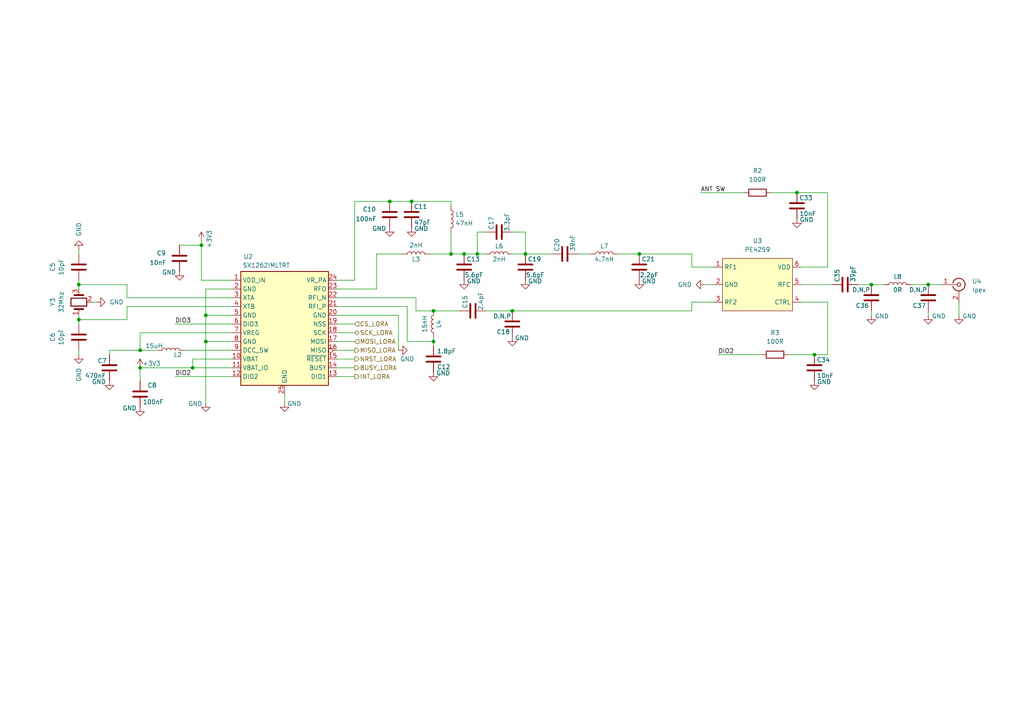
<source format=kicad_sch>
(kicad_sch
	(version 20231120)
	(generator "eeschema")
	(generator_version "8.0")
	(uuid "40ebfd33-d7dd-4f4d-bd45-040cb17fb909")
	(paper "A4")
	(lib_symbols
		(symbol "Device:C"
			(pin_numbers hide)
			(pin_names
				(offset 0.254)
			)
			(exclude_from_sim no)
			(in_bom yes)
			(on_board yes)
			(property "Reference" "C"
				(at 0.635 2.54 0)
				(effects
					(font
						(size 1.27 1.27)
					)
					(justify left)
				)
			)
			(property "Value" "C"
				(at 0.635 -2.54 0)
				(effects
					(font
						(size 1.27 1.27)
					)
					(justify left)
				)
			)
			(property "Footprint" ""
				(at 0.9652 -3.81 0)
				(effects
					(font
						(size 1.27 1.27)
					)
					(hide yes)
				)
			)
			(property "Datasheet" "~"
				(at 0 0 0)
				(effects
					(font
						(size 1.27 1.27)
					)
					(hide yes)
				)
			)
			(property "Description" "Unpolarized capacitor"
				(at 0 0 0)
				(effects
					(font
						(size 1.27 1.27)
					)
					(hide yes)
				)
			)
			(property "ki_keywords" "cap capacitor"
				(at 0 0 0)
				(effects
					(font
						(size 1.27 1.27)
					)
					(hide yes)
				)
			)
			(property "ki_fp_filters" "C_*"
				(at 0 0 0)
				(effects
					(font
						(size 1.27 1.27)
					)
					(hide yes)
				)
			)
			(symbol "C_0_1"
				(polyline
					(pts
						(xy -2.032 -0.762) (xy 2.032 -0.762)
					)
					(stroke
						(width 0.508)
						(type default)
					)
					(fill
						(type none)
					)
				)
				(polyline
					(pts
						(xy -2.032 0.762) (xy 2.032 0.762)
					)
					(stroke
						(width 0.508)
						(type default)
					)
					(fill
						(type none)
					)
				)
			)
			(symbol "C_1_1"
				(pin passive line
					(at 0 3.81 270)
					(length 2.794)
					(name "~"
						(effects
							(font
								(size 1.27 1.27)
							)
						)
					)
					(number "1"
						(effects
							(font
								(size 1.27 1.27)
							)
						)
					)
				)
				(pin passive line
					(at 0 -3.81 90)
					(length 2.794)
					(name "~"
						(effects
							(font
								(size 1.27 1.27)
							)
						)
					)
					(number "2"
						(effects
							(font
								(size 1.27 1.27)
							)
						)
					)
				)
			)
		)
		(symbol "Device:L"
			(pin_numbers hide)
			(pin_names
				(offset 1.016) hide)
			(exclude_from_sim no)
			(in_bom yes)
			(on_board yes)
			(property "Reference" "L"
				(at -1.27 0 90)
				(effects
					(font
						(size 1.27 1.27)
					)
				)
			)
			(property "Value" "L"
				(at 1.905 0 90)
				(effects
					(font
						(size 1.27 1.27)
					)
				)
			)
			(property "Footprint" ""
				(at 0 0 0)
				(effects
					(font
						(size 1.27 1.27)
					)
					(hide yes)
				)
			)
			(property "Datasheet" "~"
				(at 0 0 0)
				(effects
					(font
						(size 1.27 1.27)
					)
					(hide yes)
				)
			)
			(property "Description" "Inductor"
				(at 0 0 0)
				(effects
					(font
						(size 1.27 1.27)
					)
					(hide yes)
				)
			)
			(property "ki_keywords" "inductor choke coil reactor magnetic"
				(at 0 0 0)
				(effects
					(font
						(size 1.27 1.27)
					)
					(hide yes)
				)
			)
			(property "ki_fp_filters" "Choke_* *Coil* Inductor_* L_*"
				(at 0 0 0)
				(effects
					(font
						(size 1.27 1.27)
					)
					(hide yes)
				)
			)
			(symbol "L_0_1"
				(arc
					(start 0 -2.54)
					(mid 0.6323 -1.905)
					(end 0 -1.27)
					(stroke
						(width 0)
						(type default)
					)
					(fill
						(type none)
					)
				)
				(arc
					(start 0 -1.27)
					(mid 0.6323 -0.635)
					(end 0 0)
					(stroke
						(width 0)
						(type default)
					)
					(fill
						(type none)
					)
				)
				(arc
					(start 0 0)
					(mid 0.6323 0.635)
					(end 0 1.27)
					(stroke
						(width 0)
						(type default)
					)
					(fill
						(type none)
					)
				)
				(arc
					(start 0 1.27)
					(mid 0.6323 1.905)
					(end 0 2.54)
					(stroke
						(width 0)
						(type default)
					)
					(fill
						(type none)
					)
				)
			)
			(symbol "L_1_1"
				(pin passive line
					(at 0 3.81 270)
					(length 1.27)
					(name "1"
						(effects
							(font
								(size 1.27 1.27)
							)
						)
					)
					(number "1"
						(effects
							(font
								(size 1.27 1.27)
							)
						)
					)
				)
				(pin passive line
					(at 0 -3.81 90)
					(length 1.27)
					(name "2"
						(effects
							(font
								(size 1.27 1.27)
							)
						)
					)
					(number "2"
						(effects
							(font
								(size 1.27 1.27)
							)
						)
					)
				)
			)
		)
		(symbol "Device:R"
			(pin_numbers hide)
			(pin_names
				(offset 0)
			)
			(exclude_from_sim no)
			(in_bom yes)
			(on_board yes)
			(property "Reference" "R"
				(at 2.032 0 90)
				(effects
					(font
						(size 1.27 1.27)
					)
				)
			)
			(property "Value" "R"
				(at 0 0 90)
				(effects
					(font
						(size 1.27 1.27)
					)
				)
			)
			(property "Footprint" ""
				(at -1.778 0 90)
				(effects
					(font
						(size 1.27 1.27)
					)
					(hide yes)
				)
			)
			(property "Datasheet" "~"
				(at 0 0 0)
				(effects
					(font
						(size 1.27 1.27)
					)
					(hide yes)
				)
			)
			(property "Description" "Resistor"
				(at 0 0 0)
				(effects
					(font
						(size 1.27 1.27)
					)
					(hide yes)
				)
			)
			(property "ki_keywords" "R res resistor"
				(at 0 0 0)
				(effects
					(font
						(size 1.27 1.27)
					)
					(hide yes)
				)
			)
			(property "ki_fp_filters" "R_*"
				(at 0 0 0)
				(effects
					(font
						(size 1.27 1.27)
					)
					(hide yes)
				)
			)
			(symbol "R_0_1"
				(rectangle
					(start -1.016 -2.54)
					(end 1.016 2.54)
					(stroke
						(width 0.254)
						(type default)
					)
					(fill
						(type none)
					)
				)
			)
			(symbol "R_1_1"
				(pin passive line
					(at 0 3.81 270)
					(length 1.27)
					(name "~"
						(effects
							(font
								(size 1.27 1.27)
							)
						)
					)
					(number "1"
						(effects
							(font
								(size 1.27 1.27)
							)
						)
					)
				)
				(pin passive line
					(at 0 -3.81 90)
					(length 1.27)
					(name "~"
						(effects
							(font
								(size 1.27 1.27)
							)
						)
					)
					(number "2"
						(effects
							(font
								(size 1.27 1.27)
							)
						)
					)
				)
			)
		)
		(symbol "DienLIB:Conn_Ipex"
			(exclude_from_sim no)
			(in_bom yes)
			(on_board yes)
			(property "Reference" "U"
				(at 0 3.302 0)
				(effects
					(font
						(size 1.27 1.27)
					)
				)
			)
			(property "Value" "Ipex"
				(at 2.54 -3.048 0)
				(effects
					(font
						(size 1.27 1.27)
					)
				)
			)
			(property "Footprint" "DienLIB:Conn_IPEX_ANT"
				(at 0.254 -5.842 0)
				(effects
					(font
						(size 1.27 1.27)
					)
					(hide yes)
				)
			)
			(property "Datasheet" "https://datasheet.lcsc.com/lcsc/1811091710_HRS-Hirose-U-FL-R-SMT-1-80_C88374.pdf"
				(at 0.508 -7.62 0)
				(effects
					(font
						(size 1.27 1.27)
					)
					(hide yes)
				)
			)
			(property "Description" ""
				(at 0 0 0)
				(effects
					(font
						(size 1.27 1.27)
					)
					(hide yes)
				)
			)
			(symbol "Conn_Ipex_0_1"
				(arc
					(start -1.778 -0.508)
					(mid 0.222 -1.808)
					(end 1.778 0)
					(stroke
						(width 0.254)
						(type default)
					)
					(fill
						(type none)
					)
				)
				(polyline
					(pts
						(xy -2.54 0) (xy -0.508 0)
					)
					(stroke
						(width 0)
						(type default)
					)
					(fill
						(type none)
					)
				)
				(polyline
					(pts
						(xy 0 -2.54) (xy 0 -1.778)
					)
					(stroke
						(width 0)
						(type default)
					)
					(fill
						(type none)
					)
				)
				(circle
					(center 0 0)
					(radius 0.508)
					(stroke
						(width 0.2032)
						(type default)
					)
					(fill
						(type none)
					)
				)
				(arc
					(start 1.778 0)
					(mid 0.222 1.8083)
					(end -1.778 0.508)
					(stroke
						(width 0.254)
						(type default)
					)
					(fill
						(type none)
					)
				)
			)
			(symbol "Conn_Ipex_1_1"
				(pin passive line
					(at -5.08 0 0)
					(length 2.54)
					(name ""
						(effects
							(font
								(size 1.27 1.27)
							)
						)
					)
					(number "1"
						(effects
							(font
								(size 1.27 1.27)
							)
						)
					)
				)
				(pin passive line
					(at 0 -5.08 90)
					(length 2.54)
					(name ""
						(effects
							(font
								(size 1.27 1.27)
							)
						)
					)
					(number "2"
						(effects
							(font
								(size 1.27 1.27)
							)
						)
					)
				)
				(pin input line
					(at 0 -5.08 90)
					(length 2.54) hide
					(name ""
						(effects
							(font
								(size 1.27 1.27)
							)
						)
					)
					(number "3"
						(effects
							(font
								(size 1.27 1.27)
							)
						)
					)
				)
			)
		)
		(symbol "DienLIB:Crystal_4pin"
			(pin_names
				(offset 1.016) hide)
			(exclude_from_sim no)
			(in_bom yes)
			(on_board yes)
			(property "Reference" "Y"
				(at 3.175 5.08 0)
				(effects
					(font
						(size 1.27 1.27)
					)
					(justify left)
				)
			)
			(property "Value" "Crystal_4pin"
				(at 3.175 3.175 0)
				(effects
					(font
						(size 1.27 1.27)
					)
					(justify left)
				)
			)
			(property "Footprint" ""
				(at 0 0 0)
				(effects
					(font
						(size 1.27 1.27)
					)
					(hide yes)
				)
			)
			(property "Datasheet" "~"
				(at 0 0 0)
				(effects
					(font
						(size 1.27 1.27)
					)
					(hide yes)
				)
			)
			(property "Description" "Four pin crystal, GND on pins 2 and 4"
				(at 0 0 0)
				(effects
					(font
						(size 1.27 1.27)
					)
					(hide yes)
				)
			)
			(property "ki_keywords" "quartz ceramic resonator oscillator"
				(at 0 0 0)
				(effects
					(font
						(size 1.27 1.27)
					)
					(hide yes)
				)
			)
			(property "ki_fp_filters" "Crystal*"
				(at 0 0 0)
				(effects
					(font
						(size 1.27 1.27)
					)
					(hide yes)
				)
			)
			(symbol "Crystal_4pin_0_1"
				(rectangle
					(start -1.143 2.286)
					(end 1.143 -2.286)
					(stroke
						(width 0.3048)
						(type default)
					)
					(fill
						(type none)
					)
				)
				(polyline
					(pts
						(xy -2.54 0) (xy -2.032 0)
					)
					(stroke
						(width 0)
						(type default)
					)
					(fill
						(type none)
					)
				)
				(polyline
					(pts
						(xy -2.032 -1.27) (xy -2.032 1.27)
					)
					(stroke
						(width 0.508)
						(type default)
					)
					(fill
						(type none)
					)
				)
				(polyline
					(pts
						(xy 0 -2.54) (xy 0 -2.286)
					)
					(stroke
						(width 0)
						(type default)
					)
					(fill
						(type none)
					)
				)
				(polyline
					(pts
						(xy 2.032 -1.27) (xy 2.032 1.27)
					)
					(stroke
						(width 0.508)
						(type default)
					)
					(fill
						(type none)
					)
				)
				(polyline
					(pts
						(xy 2.032 0) (xy 2.54 0)
					)
					(stroke
						(width 0)
						(type default)
					)
					(fill
						(type none)
					)
				)
			)
			(symbol "Crystal_4pin_1_1"
				(pin passive line
					(at -3.81 0 0)
					(length 1.27)
					(name "1"
						(effects
							(font
								(size 1.27 1.27)
							)
						)
					)
					(number "1"
						(effects
							(font
								(size 1.27 1.27)
							)
						)
					)
				)
				(pin passive line
					(at 0 -3.81 90)
					(length 1.27)
					(name "2"
						(effects
							(font
								(size 1.27 1.27)
							)
						)
					)
					(number "2"
						(effects
							(font
								(size 1.27 1.27)
							)
						)
					)
				)
				(pin passive line
					(at 3.81 0 180)
					(length 1.27)
					(name "3"
						(effects
							(font
								(size 1.27 1.27)
							)
						)
					)
					(number "3"
						(effects
							(font
								(size 1.27 1.27)
							)
						)
					)
				)
				(pin passive line
					(at 0 -3.81 90)
					(length 1.27) hide
					(name "4"
						(effects
							(font
								(size 1.27 1.27)
							)
						)
					)
					(number "4"
						(effects
							(font
								(size 1.27 1.27)
							)
						)
					)
				)
			)
		)
		(symbol "DienLIB:PE4259"
			(exclude_from_sim no)
			(in_bom yes)
			(on_board yes)
			(property "Reference" "U"
				(at 0 0 0)
				(effects
					(font
						(size 1.27 1.27)
					)
				)
			)
			(property "Value" "PE4259"
				(at 0 0 0)
				(effects
					(font
						(size 1.27 1.27)
					)
				)
			)
			(property "Footprint" "Package_TO_SOT_SMD:SOT-363_SC-70-6"
				(at 0 0 0)
				(effects
					(font
						(size 1.27 1.27)
					)
					(hide yes)
				)
			)
			(property "Datasheet" "https://www.psemi.com/pdf/datasheets/pe4259ds.pdf"
				(at 0 0 0)
				(effects
					(font
						(size 1.27 1.27)
					)
					(hide yes)
				)
			)
			(property "Description" ""
				(at 0 0 0)
				(effects
					(font
						(size 1.27 1.27)
					)
					(hide yes)
				)
			)
			(symbol "PE4259_1_1"
				(rectangle
					(start -10.16 7.62)
					(end 10.16 -7.62)
					(stroke
						(width 0)
						(type default)
					)
					(fill
						(type background)
					)
				)
				(pin input line
					(at -12.7 5.08 0)
					(length 2.54)
					(name "RF1"
						(effects
							(font
								(size 1.27 1.27)
							)
						)
					)
					(number "1"
						(effects
							(font
								(size 1.27 1.27)
							)
						)
					)
				)
				(pin input line
					(at -12.7 0 0)
					(length 2.54)
					(name "GND"
						(effects
							(font
								(size 1.27 1.27)
							)
						)
					)
					(number "2"
						(effects
							(font
								(size 1.27 1.27)
							)
						)
					)
				)
				(pin input line
					(at -12.7 -5.08 0)
					(length 2.54)
					(name "RF2"
						(effects
							(font
								(size 1.27 1.27)
							)
						)
					)
					(number "3"
						(effects
							(font
								(size 1.27 1.27)
							)
						)
					)
				)
				(pin input line
					(at 12.7 -5.08 180)
					(length 2.54)
					(name "CTRL"
						(effects
							(font
								(size 1.27 1.27)
							)
						)
					)
					(number "4"
						(effects
							(font
								(size 1.27 1.27)
							)
						)
					)
				)
				(pin input line
					(at 12.7 0 180)
					(length 2.54)
					(name "RFC"
						(effects
							(font
								(size 1.27 1.27)
							)
						)
					)
					(number "5"
						(effects
							(font
								(size 1.27 1.27)
							)
						)
					)
				)
				(pin input line
					(at 12.7 5.08 180)
					(length 2.54)
					(name "VDD"
						(effects
							(font
								(size 1.27 1.27)
							)
						)
					)
					(number "6"
						(effects
							(font
								(size 1.27 1.27)
							)
						)
					)
				)
			)
		)
		(symbol "RF:SX1262IMLTRT"
			(exclude_from_sim no)
			(in_bom yes)
			(on_board yes)
			(property "Reference" "U8"
				(at -29.5559 -30.48 0)
				(effects
					(font
						(size 1.27 1.27)
					)
					(justify left)
				)
			)
			(property "Value" "SX1262IMLTRT"
				(at 2.1941 -30.48 0)
				(effects
					(font
						(size 1.27 1.27)
					)
					(justify left)
				)
			)
			(property "Footprint" "Package_DFN_QFN:QFN-24-1EP_4x4mm_P0.5mm_EP2.6x2.6mm"
				(at 1.27 -31.75 0)
				(effects
					(font
						(size 1.27 1.27)
					)
					(hide yes)
				)
			)
			(property "Datasheet" "https://semtech.file.force.com/sfc/dist/version/download/?oid=00DE0000000JelG&ids=0682R00000IjPWSQA3&d=%2Fa%2F2R000000Un7F%2FyT.fKdAr9ZAo3cJLc4F2cBdUsMftpT2vsOICP7NmvMo"
				(at 1.27 -29.21 0)
				(effects
					(font
						(size 1.27 1.27)
					)
					(hide yes)
				)
			)
			(property "Description" "150 MHz to 960 MHz Low Power Long Range Transceiver, 22dBm output power, spreading factor from 5 to 12, LoRA, QFN-24"
				(at 0 0 0)
				(effects
					(font
						(size 1.27 1.27)
					)
					(hide yes)
				)
			)
			(property "ki_keywords" "low-power lora transceiver"
				(at 0 0 0)
				(effects
					(font
						(size 1.27 1.27)
					)
					(hide yes)
				)
			)
			(property "ki_fp_filters" "QFN*1EP*4x4mm*P0.5mm*"
				(at 0 0 0)
				(effects
					(font
						(size 1.27 1.27)
					)
					(hide yes)
				)
			)
			(symbol "SX1262IMLTRT_0_1"
				(rectangle
					(start -12.7 17.78)
					(end 12.7 -15.24)
					(stroke
						(width 0.254)
						(type default)
					)
					(fill
						(type background)
					)
				)
			)
			(symbol "SX1262IMLTRT_1_1"
				(pin power_in line
					(at -15.24 15.24 0)
					(length 2.54)
					(name "VDD_IN"
						(effects
							(font
								(size 1.27 1.27)
							)
						)
					)
					(number "1"
						(effects
							(font
								(size 1.27 1.27)
							)
						)
					)
				)
				(pin power_in line
					(at -15.24 -7.62 0)
					(length 2.54)
					(name "VBAT"
						(effects
							(font
								(size 1.27 1.27)
							)
						)
					)
					(number "10"
						(effects
							(font
								(size 1.27 1.27)
							)
						)
					)
				)
				(pin power_in line
					(at -15.24 -10.16 0)
					(length 2.54)
					(name "VBAT_IO"
						(effects
							(font
								(size 1.27 1.27)
							)
						)
					)
					(number "11"
						(effects
							(font
								(size 1.27 1.27)
							)
						)
					)
				)
				(pin bidirectional line
					(at -15.24 -12.7 0)
					(length 2.54)
					(name "DIO2"
						(effects
							(font
								(size 1.27 1.27)
							)
						)
					)
					(number "12"
						(effects
							(font
								(size 1.27 1.27)
							)
						)
					)
				)
				(pin bidirectional line
					(at 15.24 -12.7 180)
					(length 2.54)
					(name "DIO1"
						(effects
							(font
								(size 1.27 1.27)
							)
						)
					)
					(number "13"
						(effects
							(font
								(size 1.27 1.27)
							)
						)
					)
				)
				(pin output line
					(at 15.24 -10.16 180)
					(length 2.54)
					(name "BUSY"
						(effects
							(font
								(size 1.27 1.27)
							)
						)
					)
					(number "14"
						(effects
							(font
								(size 1.27 1.27)
							)
						)
					)
				)
				(pin input line
					(at 15.24 -7.62 180)
					(length 2.54)
					(name "~{RESET}"
						(effects
							(font
								(size 1.27 1.27)
							)
						)
					)
					(number "15"
						(effects
							(font
								(size 1.27 1.27)
							)
						)
					)
				)
				(pin tri_state inverted
					(at 15.24 -5.08 180)
					(length 2.54)
					(name "MISO"
						(effects
							(font
								(size 1.27 1.27)
							)
						)
					)
					(number "16"
						(effects
							(font
								(size 1.27 1.27)
							)
						)
					)
				)
				(pin input line
					(at 15.24 -2.54 180)
					(length 2.54)
					(name "MOSI"
						(effects
							(font
								(size 1.27 1.27)
							)
						)
					)
					(number "17"
						(effects
							(font
								(size 1.27 1.27)
							)
						)
					)
				)
				(pin input line
					(at 15.24 0 180)
					(length 2.54)
					(name "SCK"
						(effects
							(font
								(size 1.27 1.27)
							)
						)
					)
					(number "18"
						(effects
							(font
								(size 1.27 1.27)
							)
						)
					)
				)
				(pin input line
					(at 15.24 2.54 180)
					(length 2.54)
					(name "NSS"
						(effects
							(font
								(size 1.27 1.27)
							)
						)
					)
					(number "19"
						(effects
							(font
								(size 1.27 1.27)
							)
						)
					)
				)
				(pin power_in line
					(at -15.24 12.7 0)
					(length 2.54)
					(name "GND"
						(effects
							(font
								(size 1.27 1.27)
							)
						)
					)
					(number "2"
						(effects
							(font
								(size 1.27 1.27)
							)
						)
					)
				)
				(pin passive line
					(at 15.24 5.08 180)
					(length 2.54)
					(name "GND"
						(effects
							(font
								(size 1.27 1.27)
							)
						)
					)
					(number "20"
						(effects
							(font
								(size 1.27 1.27)
							)
						)
					)
				)
				(pin input line
					(at 15.24 7.62 180)
					(length 2.54)
					(name "RFI_P"
						(effects
							(font
								(size 1.27 1.27)
							)
						)
					)
					(number "21"
						(effects
							(font
								(size 1.27 1.27)
							)
						)
					)
				)
				(pin input line
					(at 15.24 10.16 180)
					(length 2.54)
					(name "RFI_N"
						(effects
							(font
								(size 1.27 1.27)
							)
						)
					)
					(number "22"
						(effects
							(font
								(size 1.27 1.27)
							)
						)
					)
				)
				(pin output line
					(at 15.24 12.7 180)
					(length 2.54)
					(name "RFO"
						(effects
							(font
								(size 1.27 1.27)
							)
						)
					)
					(number "23"
						(effects
							(font
								(size 1.27 1.27)
							)
						)
					)
				)
				(pin power_out line
					(at 15.24 15.24 180)
					(length 2.54)
					(name "VR_PA"
						(effects
							(font
								(size 1.27 1.27)
							)
						)
					)
					(number "24"
						(effects
							(font
								(size 1.27 1.27)
							)
						)
					)
				)
				(pin passive line
					(at 0 -17.78 90)
					(length 2.54)
					(name "GND"
						(effects
							(font
								(size 1.27 1.27)
							)
						)
					)
					(number "25"
						(effects
							(font
								(size 1.27 1.27)
							)
						)
					)
				)
				(pin bidirectional line
					(at -15.24 10.16 0)
					(length 2.54)
					(name "XTA"
						(effects
							(font
								(size 1.27 1.27)
							)
						)
					)
					(number "3"
						(effects
							(font
								(size 1.27 1.27)
							)
						)
					)
				)
				(pin bidirectional line
					(at -15.24 7.62 0)
					(length 2.54)
					(name "XTB"
						(effects
							(font
								(size 1.27 1.27)
							)
						)
					)
					(number "4"
						(effects
							(font
								(size 1.27 1.27)
							)
						)
					)
				)
				(pin passive line
					(at -15.24 5.08 0)
					(length 2.54)
					(name "GND"
						(effects
							(font
								(size 1.27 1.27)
							)
						)
					)
					(number "5"
						(effects
							(font
								(size 1.27 1.27)
							)
						)
					)
				)
				(pin bidirectional line
					(at -15.24 2.54 0)
					(length 2.54)
					(name "DIO3"
						(effects
							(font
								(size 1.27 1.27)
							)
						)
					)
					(number "6"
						(effects
							(font
								(size 1.27 1.27)
							)
						)
					)
				)
				(pin power_out line
					(at -15.24 0 0)
					(length 2.54)
					(name "VREG"
						(effects
							(font
								(size 1.27 1.27)
							)
						)
					)
					(number "7"
						(effects
							(font
								(size 1.27 1.27)
							)
						)
					)
				)
				(pin passive line
					(at -15.24 -2.54 0)
					(length 2.54)
					(name "GND"
						(effects
							(font
								(size 1.27 1.27)
							)
						)
					)
					(number "8"
						(effects
							(font
								(size 1.27 1.27)
							)
						)
					)
				)
				(pin power_out line
					(at -15.24 -5.08 0)
					(length 2.54)
					(name "DCC_SW"
						(effects
							(font
								(size 1.27 1.27)
							)
						)
					)
					(number "9"
						(effects
							(font
								(size 1.27 1.27)
							)
						)
					)
				)
			)
		)
		(symbol "power:+3V3"
			(power)
			(pin_numbers hide)
			(pin_names
				(offset 0) hide)
			(exclude_from_sim no)
			(in_bom yes)
			(on_board yes)
			(property "Reference" "#PWR"
				(at 0 -3.81 0)
				(effects
					(font
						(size 1.27 1.27)
					)
					(hide yes)
				)
			)
			(property "Value" "+3V3"
				(at 0 3.556 0)
				(effects
					(font
						(size 1.27 1.27)
					)
				)
			)
			(property "Footprint" ""
				(at 0 0 0)
				(effects
					(font
						(size 1.27 1.27)
					)
					(hide yes)
				)
			)
			(property "Datasheet" ""
				(at 0 0 0)
				(effects
					(font
						(size 1.27 1.27)
					)
					(hide yes)
				)
			)
			(property "Description" "Power symbol creates a global label with name \"+3V3\""
				(at 0 0 0)
				(effects
					(font
						(size 1.27 1.27)
					)
					(hide yes)
				)
			)
			(property "ki_keywords" "global power"
				(at 0 0 0)
				(effects
					(font
						(size 1.27 1.27)
					)
					(hide yes)
				)
			)
			(symbol "+3V3_0_1"
				(polyline
					(pts
						(xy -0.762 1.27) (xy 0 2.54)
					)
					(stroke
						(width 0)
						(type default)
					)
					(fill
						(type none)
					)
				)
				(polyline
					(pts
						(xy 0 0) (xy 0 2.54)
					)
					(stroke
						(width 0)
						(type default)
					)
					(fill
						(type none)
					)
				)
				(polyline
					(pts
						(xy 0 2.54) (xy 0.762 1.27)
					)
					(stroke
						(width 0)
						(type default)
					)
					(fill
						(type none)
					)
				)
			)
			(symbol "+3V3_1_1"
				(pin power_in line
					(at 0 0 90)
					(length 0)
					(name "~"
						(effects
							(font
								(size 1.27 1.27)
							)
						)
					)
					(number "1"
						(effects
							(font
								(size 1.27 1.27)
							)
						)
					)
				)
			)
		)
		(symbol "power:GND"
			(power)
			(pin_names
				(offset 0)
			)
			(exclude_from_sim no)
			(in_bom yes)
			(on_board yes)
			(property "Reference" "#PWR"
				(at 0 -6.35 0)
				(effects
					(font
						(size 1.27 1.27)
					)
					(hide yes)
				)
			)
			(property "Value" "GND"
				(at 0 -3.81 0)
				(effects
					(font
						(size 1.27 1.27)
					)
				)
			)
			(property "Footprint" ""
				(at 0 0 0)
				(effects
					(font
						(size 1.27 1.27)
					)
					(hide yes)
				)
			)
			(property "Datasheet" ""
				(at 0 0 0)
				(effects
					(font
						(size 1.27 1.27)
					)
					(hide yes)
				)
			)
			(property "Description" "Power symbol creates a global label with name \"GND\" , ground"
				(at 0 0 0)
				(effects
					(font
						(size 1.27 1.27)
					)
					(hide yes)
				)
			)
			(property "ki_keywords" "global power"
				(at 0 0 0)
				(effects
					(font
						(size 1.27 1.27)
					)
					(hide yes)
				)
			)
			(symbol "GND_0_1"
				(polyline
					(pts
						(xy 0 0) (xy 0 -1.27) (xy 1.27 -1.27) (xy 0 -2.54) (xy -1.27 -1.27) (xy 0 -1.27)
					)
					(stroke
						(width 0)
						(type default)
					)
					(fill
						(type none)
					)
				)
			)
			(symbol "GND_1_1"
				(pin power_in line
					(at 0 0 270)
					(length 0) hide
					(name "GND"
						(effects
							(font
								(size 1.27 1.27)
							)
						)
					)
					(number "1"
						(effects
							(font
								(size 1.27 1.27)
							)
						)
					)
				)
			)
		)
	)
	(junction
		(at 252.73 82.55)
		(diameter 0)
		(color 0 0 0 0)
		(uuid "027dfb2a-0a18-4aa7-9549-41f6d0af2f73")
	)
	(junction
		(at 125.73 90.17)
		(diameter 0)
		(color 0 0 0 0)
		(uuid "0bb7f1df-b3e2-4096-86f5-348cbf68f94f")
	)
	(junction
		(at 55.88 106.68)
		(diameter 0)
		(color 0 0 0 0)
		(uuid "10da21bf-7804-47c5-8656-4208d9742570")
	)
	(junction
		(at 22.86 82.55)
		(diameter 0)
		(color 0 0 0 0)
		(uuid "1a14e9e2-c47d-4b6c-9b97-d978aeacff24")
	)
	(junction
		(at 40.64 106.68)
		(diameter 0)
		(color 0 0 0 0)
		(uuid "1a7c257b-8849-4723-8bf8-2386b55e5eda")
	)
	(junction
		(at 236.22 102.87)
		(diameter 0)
		(color 0 0 0 0)
		(uuid "1dc6572a-cdc3-42ed-b115-4a63f4297bb2")
	)
	(junction
		(at 40.64 101.6)
		(diameter 0)
		(color 0 0 0 0)
		(uuid "238d3701-edb4-47dd-99f8-e33760d457f4")
	)
	(junction
		(at 148.59 90.17)
		(diameter 0)
		(color 0 0 0 0)
		(uuid "275037f6-8ade-434b-a9aa-5405717b59d6")
	)
	(junction
		(at 269.24 82.55)
		(diameter 0)
		(color 0 0 0 0)
		(uuid "289edb2f-5d62-4bbc-ae5b-f0414ac27a00")
	)
	(junction
		(at 59.69 99.06)
		(diameter 0)
		(color 0 0 0 0)
		(uuid "31078a98-049e-43be-9082-b74ef64b6b20")
	)
	(junction
		(at 138.43 73.66)
		(diameter 0)
		(color 0 0 0 0)
		(uuid "7ade4ad7-209c-494d-80f9-3551ade7cd28")
	)
	(junction
		(at 59.69 91.44)
		(diameter 0)
		(color 0 0 0 0)
		(uuid "8638ec6e-f908-4b7e-8adc-5f80c7d1b6c3")
	)
	(junction
		(at 231.14 55.88)
		(diameter 0)
		(color 0 0 0 0)
		(uuid "9bbbfc51-9a7c-4460-87a6-dc1f3e179683")
	)
	(junction
		(at 134.62 73.66)
		(diameter 0)
		(color 0 0 0 0)
		(uuid "a5abf496-1524-4ffd-970e-cd3e40d28c68")
	)
	(junction
		(at 113.03 58.42)
		(diameter 0)
		(color 0 0 0 0)
		(uuid "a74463a7-837b-4685-959c-7bf0e9b5edae")
	)
	(junction
		(at 119.38 58.42)
		(diameter 0)
		(color 0 0 0 0)
		(uuid "afa613e1-141a-45c3-ad62-d3ecf9599146")
	)
	(junction
		(at 152.4 73.66)
		(diameter 0)
		(color 0 0 0 0)
		(uuid "b8bc089e-5f91-472d-9a7c-eeed10972da2")
	)
	(junction
		(at 22.86 92.71)
		(diameter 0)
		(color 0 0 0 0)
		(uuid "d2257caa-60c6-4663-80f3-8bfe79903269")
	)
	(junction
		(at 130.81 73.66)
		(diameter 0)
		(color 0 0 0 0)
		(uuid "e81f3669-ec41-42be-9ead-26c123b38721")
	)
	(junction
		(at 58.42 71.12)
		(diameter 0)
		(color 0 0 0 0)
		(uuid "fb81cfe9-8b59-470a-9163-ada52456a15f")
	)
	(junction
		(at 185.42 73.66)
		(diameter 0)
		(color 0 0 0 0)
		(uuid "fcff641e-d26c-4eff-86b8-8e88477e698a")
	)
	(junction
		(at 125.73 99.06)
		(diameter 0)
		(color 0 0 0 0)
		(uuid "ff6b5896-f2fb-4a16-a885-78db2d8e539e")
	)
	(wire
		(pts
			(xy 67.31 83.82) (xy 59.69 83.82)
		)
		(stroke
			(width 0)
			(type default)
		)
		(uuid "00e5a06a-f8b8-4971-97fd-a4b4cd5bff1d")
	)
	(wire
		(pts
			(xy 152.4 73.66) (xy 148.59 73.66)
		)
		(stroke
			(width 0)
			(type default)
		)
		(uuid "00ed5add-7e3f-44b8-9bda-84b4a1e86b3e")
	)
	(wire
		(pts
			(xy 22.86 92.71) (xy 22.86 91.44)
		)
		(stroke
			(width 0)
			(type default)
		)
		(uuid "033e2c03-198a-489d-b115-cdb50826f8db")
	)
	(wire
		(pts
			(xy 252.73 91.44) (xy 252.73 90.17)
		)
		(stroke
			(width 0)
			(type default)
		)
		(uuid "039a4b47-dc3a-4b28-86fa-aa04fb8604ed")
	)
	(wire
		(pts
			(xy 97.79 83.82) (xy 109.22 83.82)
		)
		(stroke
			(width 0)
			(type default)
		)
		(uuid "096df5e7-601c-4b7d-8b63-daa4a53eb5c0")
	)
	(wire
		(pts
			(xy 125.73 90.17) (xy 133.35 90.17)
		)
		(stroke
			(width 0)
			(type default)
		)
		(uuid "0c5f354c-75e3-4828-b01c-1a862fbadfe6")
	)
	(wire
		(pts
			(xy 31.75 102.87) (xy 31.75 101.6)
		)
		(stroke
			(width 0)
			(type default)
		)
		(uuid "0f8629e1-77c7-4667-bb10-7ed129a9a338")
	)
	(wire
		(pts
			(xy 27.94 87.63) (xy 26.67 87.63)
		)
		(stroke
			(width 0)
			(type default)
		)
		(uuid "1014a134-df27-40d2-b99c-406819c4c0ce")
	)
	(wire
		(pts
			(xy 223.52 55.88) (xy 231.14 55.88)
		)
		(stroke
			(width 0)
			(type default)
		)
		(uuid "10da643d-70e4-4dff-952d-c786463a5139")
	)
	(wire
		(pts
			(xy 179.07 73.66) (xy 185.42 73.66)
		)
		(stroke
			(width 0)
			(type default)
		)
		(uuid "116fe5ad-0ce5-4499-b196-ea80fa4f8c59")
	)
	(wire
		(pts
			(xy 55.88 104.14) (xy 55.88 106.68)
		)
		(stroke
			(width 0)
			(type default)
		)
		(uuid "1620cf33-6a1d-4c11-afd6-1969a422dd44")
	)
	(wire
		(pts
			(xy 240.03 77.47) (xy 240.03 55.88)
		)
		(stroke
			(width 0)
			(type default)
		)
		(uuid "1735bfa2-3e5f-4520-8dad-82d3555839a1")
	)
	(wire
		(pts
			(xy 138.43 73.66) (xy 134.62 73.66)
		)
		(stroke
			(width 0)
			(type default)
		)
		(uuid "184fa24e-057e-49e2-bf39-3bc65440f756")
	)
	(wire
		(pts
			(xy 140.97 67.31) (xy 138.43 67.31)
		)
		(stroke
			(width 0)
			(type default)
		)
		(uuid "1a3f10ee-2462-49b0-8c54-5df0060980f7")
	)
	(wire
		(pts
			(xy 240.03 87.63) (xy 240.03 102.87)
		)
		(stroke
			(width 0)
			(type default)
		)
		(uuid "1d738366-14cd-4671-93cc-0968bf9097cc")
	)
	(wire
		(pts
			(xy 138.43 73.66) (xy 140.97 73.66)
		)
		(stroke
			(width 0)
			(type default)
		)
		(uuid "1edc7b5f-a18c-46f9-9500-c4f87abd016d")
	)
	(wire
		(pts
			(xy 228.6 102.87) (xy 236.22 102.87)
		)
		(stroke
			(width 0)
			(type default)
		)
		(uuid "1f327aa3-3c6e-4a42-b14c-3e73603a097a")
	)
	(wire
		(pts
			(xy 208.28 102.87) (xy 220.98 102.87)
		)
		(stroke
			(width 0)
			(type default)
		)
		(uuid "20945270-b039-45ea-a321-812c1fbddeea")
	)
	(wire
		(pts
			(xy 207.01 77.47) (xy 200.66 77.47)
		)
		(stroke
			(width 0)
			(type default)
		)
		(uuid "2284ad3e-7c20-451c-9e59-8b87e50c70fd")
	)
	(wire
		(pts
			(xy 97.79 88.9) (xy 118.11 88.9)
		)
		(stroke
			(width 0)
			(type default)
		)
		(uuid "23175aff-dae8-4d69-83f1-9a9da584222b")
	)
	(wire
		(pts
			(xy 82.55 116.84) (xy 82.55 114.3)
		)
		(stroke
			(width 0)
			(type default)
		)
		(uuid "246cd363-9eb7-4c75-94e5-20b456a62188")
	)
	(wire
		(pts
			(xy 232.41 77.47) (xy 240.03 77.47)
		)
		(stroke
			(width 0)
			(type default)
		)
		(uuid "2775928b-168f-43fc-b7d1-aca8218f5d56")
	)
	(wire
		(pts
			(xy 278.13 87.63) (xy 278.13 91.44)
		)
		(stroke
			(width 0)
			(type default)
		)
		(uuid "298ffabb-6012-4a82-bf93-502c459f8eab")
	)
	(wire
		(pts
			(xy 22.86 81.28) (xy 22.86 82.55)
		)
		(stroke
			(width 0)
			(type default)
		)
		(uuid "29aafb54-d02e-4745-b526-486a4e4b4165")
	)
	(wire
		(pts
			(xy 59.69 99.06) (xy 59.69 116.84)
		)
		(stroke
			(width 0)
			(type default)
		)
		(uuid "2d14f07f-179e-4505-a8e5-700b0a2373eb")
	)
	(wire
		(pts
			(xy 59.69 99.06) (xy 67.31 99.06)
		)
		(stroke
			(width 0)
			(type default)
		)
		(uuid "2d18866e-d147-46d3-a819-21e688ee7832")
	)
	(wire
		(pts
			(xy 115.57 91.44) (xy 115.57 101.6)
		)
		(stroke
			(width 0)
			(type default)
		)
		(uuid "35ebea19-78e3-4187-b70c-feff198ba3ad")
	)
	(wire
		(pts
			(xy 232.41 82.55) (xy 241.3 82.55)
		)
		(stroke
			(width 0)
			(type default)
		)
		(uuid "3890a242-9dae-4823-8f3c-e496d1fa7d39")
	)
	(wire
		(pts
			(xy 200.66 77.47) (xy 200.66 73.66)
		)
		(stroke
			(width 0)
			(type default)
		)
		(uuid "3a26b341-ffa3-4dfe-a151-9ceb87c125ce")
	)
	(wire
		(pts
			(xy 102.87 101.6) (xy 97.79 101.6)
		)
		(stroke
			(width 0)
			(type default)
		)
		(uuid "3c3d00f3-aa7f-473a-90e8-d68b75da5634")
	)
	(wire
		(pts
			(xy 130.81 67.31) (xy 130.81 73.66)
		)
		(stroke
			(width 0)
			(type default)
		)
		(uuid "3e4ab26b-acc6-4d7b-9e6e-24a51fd1f6c8")
	)
	(wire
		(pts
			(xy 148.59 67.31) (xy 152.4 67.31)
		)
		(stroke
			(width 0)
			(type default)
		)
		(uuid "44cda653-d152-46ac-ad9e-8bc225982a19")
	)
	(wire
		(pts
			(xy 252.73 82.55) (xy 256.54 82.55)
		)
		(stroke
			(width 0)
			(type default)
		)
		(uuid "468f2aa5-097f-481c-874a-a6977bd83936")
	)
	(wire
		(pts
			(xy 31.75 101.6) (xy 40.64 101.6)
		)
		(stroke
			(width 0)
			(type default)
		)
		(uuid "48caaa4f-93fc-4cd0-969e-fc7cf17a08c7")
	)
	(wire
		(pts
			(xy 248.92 82.55) (xy 252.73 82.55)
		)
		(stroke
			(width 0)
			(type default)
		)
		(uuid "4caa4886-b1ee-4f67-be65-6acc75d7eb72")
	)
	(wire
		(pts
			(xy 130.81 59.69) (xy 130.81 58.42)
		)
		(stroke
			(width 0)
			(type default)
		)
		(uuid "4d4d0194-a51c-4c1c-99c1-ce39a5da75b7")
	)
	(wire
		(pts
			(xy 204.47 82.55) (xy 207.01 82.55)
		)
		(stroke
			(width 0)
			(type default)
		)
		(uuid "4de0ef5e-b367-42c5-8377-5685fd57b82a")
	)
	(wire
		(pts
			(xy 97.79 86.36) (xy 120.65 86.36)
		)
		(stroke
			(width 0)
			(type default)
		)
		(uuid "4e11e213-a295-4968-acf1-75e21889543e")
	)
	(wire
		(pts
			(xy 200.66 87.63) (xy 200.66 90.17)
		)
		(stroke
			(width 0)
			(type default)
		)
		(uuid "5b3745ae-2880-4e56-915a-8d50e7a0b6f0")
	)
	(wire
		(pts
			(xy 118.11 99.06) (xy 125.73 99.06)
		)
		(stroke
			(width 0)
			(type default)
		)
		(uuid "5fcbe678-fd4b-437a-ac71-df4ee606d953")
	)
	(wire
		(pts
			(xy 22.86 102.87) (xy 22.86 101.6)
		)
		(stroke
			(width 0)
			(type default)
		)
		(uuid "5ffc48e0-8149-45f0-b26c-cd1a598dc0a5")
	)
	(wire
		(pts
			(xy 102.87 81.28) (xy 97.79 81.28)
		)
		(stroke
			(width 0)
			(type default)
		)
		(uuid "604a2486-12ca-42ac-b617-ae9bfa8a9a3d")
	)
	(wire
		(pts
			(xy 40.64 96.52) (xy 40.64 101.6)
		)
		(stroke
			(width 0)
			(type default)
		)
		(uuid "6157fc21-1a44-424c-b2c8-ddf211d9e818")
	)
	(wire
		(pts
			(xy 97.79 91.44) (xy 115.57 91.44)
		)
		(stroke
			(width 0)
			(type default)
		)
		(uuid "6194a55c-5658-43c0-a49f-f9bb335642a8")
	)
	(wire
		(pts
			(xy 167.64 73.66) (xy 171.45 73.66)
		)
		(stroke
			(width 0)
			(type default)
		)
		(uuid "67f058b0-5152-4b96-8fb6-af5a4c31e23c")
	)
	(wire
		(pts
			(xy 102.87 99.06) (xy 97.79 99.06)
		)
		(stroke
			(width 0)
			(type default)
		)
		(uuid "6cbccc5a-4c30-497d-937f-ae9e4972a8f9")
	)
	(wire
		(pts
			(xy 125.73 99.06) (xy 125.73 100.33)
		)
		(stroke
			(width 0)
			(type default)
		)
		(uuid "6cd81837-adc7-429e-a0ec-b8dc19cd93e9")
	)
	(wire
		(pts
			(xy 67.31 86.36) (xy 36.83 86.36)
		)
		(stroke
			(width 0)
			(type default)
		)
		(uuid "6d2d5a7c-3bbf-4aee-b213-07a8c716157a")
	)
	(wire
		(pts
			(xy 102.87 104.14) (xy 97.79 104.14)
		)
		(stroke
			(width 0)
			(type default)
		)
		(uuid "6f3c619b-aafa-4e4e-bc82-42a4b1709566")
	)
	(wire
		(pts
			(xy 58.42 71.12) (xy 58.42 81.28)
		)
		(stroke
			(width 0)
			(type default)
		)
		(uuid "6fac92df-4eec-4ee9-90a2-c66f3c9257e7")
	)
	(wire
		(pts
			(xy 203.2 55.88) (xy 215.9 55.88)
		)
		(stroke
			(width 0)
			(type default)
		)
		(uuid "711596c9-a2dd-496c-a557-cc95e7fb6f45")
	)
	(wire
		(pts
			(xy 236.22 102.87) (xy 240.03 102.87)
		)
		(stroke
			(width 0)
			(type default)
		)
		(uuid "717f16be-1813-4168-8ce2-d46d71296ff4")
	)
	(wire
		(pts
			(xy 130.81 73.66) (xy 134.62 73.66)
		)
		(stroke
			(width 0)
			(type default)
		)
		(uuid "73dbdf5c-ae3d-41d0-a20b-502bdbf21937")
	)
	(wire
		(pts
			(xy 102.87 93.98) (xy 97.79 93.98)
		)
		(stroke
			(width 0)
			(type default)
		)
		(uuid "7e22b6ab-759e-4fba-8c5f-13fa789ad5fc")
	)
	(wire
		(pts
			(xy 22.86 82.55) (xy 22.86 83.82)
		)
		(stroke
			(width 0)
			(type default)
		)
		(uuid "7e686802-79a7-4d36-adbc-4157111d58be")
	)
	(wire
		(pts
			(xy 269.24 82.55) (xy 273.05 82.55)
		)
		(stroke
			(width 0)
			(type default)
		)
		(uuid "802a836d-1bc6-48a6-b9ec-bc53976ab9ad")
	)
	(wire
		(pts
			(xy 67.31 104.14) (xy 55.88 104.14)
		)
		(stroke
			(width 0)
			(type default)
		)
		(uuid "8197943a-907f-43c8-91c7-127bff14fe44")
	)
	(wire
		(pts
			(xy 40.64 96.52) (xy 67.31 96.52)
		)
		(stroke
			(width 0)
			(type default)
		)
		(uuid "81f3b01f-97f3-44f8-a390-6d9332653ae9")
	)
	(wire
		(pts
			(xy 36.83 86.36) (xy 36.83 82.55)
		)
		(stroke
			(width 0)
			(type default)
		)
		(uuid "824e0bfb-bed3-4c2e-837e-6a50fcccb726")
	)
	(wire
		(pts
			(xy 52.07 71.12) (xy 58.42 71.12)
		)
		(stroke
			(width 0)
			(type default)
		)
		(uuid "8a6ae985-6827-429a-864a-a6f423bd7c82")
	)
	(wire
		(pts
			(xy 102.87 81.28) (xy 102.87 58.42)
		)
		(stroke
			(width 0)
			(type default)
		)
		(uuid "8ae47f8d-7bb1-4762-bcc4-838c14df0bb0")
	)
	(wire
		(pts
			(xy 102.87 109.22) (xy 97.79 109.22)
		)
		(stroke
			(width 0)
			(type default)
		)
		(uuid "90f9e82b-8fd4-4588-a4e2-be39ccc4c231")
	)
	(wire
		(pts
			(xy 50.8 109.22) (xy 67.31 109.22)
		)
		(stroke
			(width 0)
			(type default)
		)
		(uuid "952358ec-99a0-41ad-9f6e-01cf78bd2ba7")
	)
	(wire
		(pts
			(xy 53.34 101.6) (xy 67.31 101.6)
		)
		(stroke
			(width 0)
			(type default)
		)
		(uuid "95f1c472-cb87-43ff-b938-3e92651a7923")
	)
	(wire
		(pts
			(xy 40.64 106.68) (xy 55.88 106.68)
		)
		(stroke
			(width 0)
			(type default)
		)
		(uuid "96516299-a683-4f7b-b592-3195798813fd")
	)
	(wire
		(pts
			(xy 22.86 72.39) (xy 22.86 73.66)
		)
		(stroke
			(width 0)
			(type default)
		)
		(uuid "99da007c-50e9-4c43-9b37-5a3cca36bc3b")
	)
	(wire
		(pts
			(xy 67.31 88.9) (xy 36.83 88.9)
		)
		(stroke
			(width 0)
			(type default)
		)
		(uuid "9ae3c009-9c39-4436-9965-66856a2c99ff")
	)
	(wire
		(pts
			(xy 120.65 90.17) (xy 125.73 90.17)
		)
		(stroke
			(width 0)
			(type default)
		)
		(uuid "9cfab33a-ab74-4b4e-930e-6e0afa33b527")
	)
	(wire
		(pts
			(xy 113.03 58.42) (xy 119.38 58.42)
		)
		(stroke
			(width 0)
			(type default)
		)
		(uuid "9e2377a8-749b-4f97-bf6f-ae13fd8bf132")
	)
	(wire
		(pts
			(xy 58.42 69.85) (xy 58.42 71.12)
		)
		(stroke
			(width 0)
			(type default)
		)
		(uuid "9ec2f7a3-bb5f-4f63-9530-98fb794ca488")
	)
	(wire
		(pts
			(xy 50.8 93.98) (xy 67.31 93.98)
		)
		(stroke
			(width 0)
			(type default)
		)
		(uuid "9f0b8468-2105-4059-bb94-ed65a873f6bc")
	)
	(wire
		(pts
			(xy 36.83 88.9) (xy 36.83 92.71)
		)
		(stroke
			(width 0)
			(type default)
		)
		(uuid "a99f5bb3-a0c1-41d3-8ffb-747b44328afd")
	)
	(wire
		(pts
			(xy 109.22 73.66) (xy 116.84 73.66)
		)
		(stroke
			(width 0)
			(type default)
		)
		(uuid "aa0b7d04-3b2e-4feb-b255-ce4b267a59d5")
	)
	(wire
		(pts
			(xy 231.14 55.88) (xy 240.03 55.88)
		)
		(stroke
			(width 0)
			(type default)
		)
		(uuid "abe1c9a8-eb49-4cd1-89e6-311d3ad5e1f5")
	)
	(wire
		(pts
			(xy 40.64 101.6) (xy 45.72 101.6)
		)
		(stroke
			(width 0)
			(type default)
		)
		(uuid "ac202611-f9ae-4bdf-b604-6847c9e5fd85")
	)
	(wire
		(pts
			(xy 22.86 93.98) (xy 22.86 92.71)
		)
		(stroke
			(width 0)
			(type default)
		)
		(uuid "af3a274d-de50-4e03-94d1-cf506ac17d78")
	)
	(wire
		(pts
			(xy 59.69 91.44) (xy 67.31 91.44)
		)
		(stroke
			(width 0)
			(type default)
		)
		(uuid "b5f944f2-97aa-461c-b6b8-3dbab37a51f4")
	)
	(wire
		(pts
			(xy 40.64 106.68) (xy 40.64 110.49)
		)
		(stroke
			(width 0)
			(type default)
		)
		(uuid "bc28d453-2b5f-4a9d-96b1-5b147ccacb10")
	)
	(wire
		(pts
			(xy 102.87 58.42) (xy 113.03 58.42)
		)
		(stroke
			(width 0)
			(type default)
		)
		(uuid "c27d764f-a8dc-47bb-b93e-1d50c3606b21")
	)
	(wire
		(pts
			(xy 148.59 90.17) (xy 200.66 90.17)
		)
		(stroke
			(width 0)
			(type default)
		)
		(uuid "c3c445b6-a464-43a7-8d93-9eaba37849c8")
	)
	(wire
		(pts
			(xy 200.66 87.63) (xy 207.01 87.63)
		)
		(stroke
			(width 0)
			(type default)
		)
		(uuid "c59bc1c0-fffb-417c-8c04-589184387ff2")
	)
	(wire
		(pts
			(xy 59.69 83.82) (xy 59.69 91.44)
		)
		(stroke
			(width 0)
			(type default)
		)
		(uuid "c7df72d1-d8a2-4eb8-b3da-61ce9f1d50e8")
	)
	(wire
		(pts
			(xy 36.83 92.71) (xy 22.86 92.71)
		)
		(stroke
			(width 0)
			(type default)
		)
		(uuid "cc2c26df-1e4d-48a2-868a-2927705e68fa")
	)
	(wire
		(pts
			(xy 140.97 90.17) (xy 148.59 90.17)
		)
		(stroke
			(width 0)
			(type default)
		)
		(uuid "cc886b5d-2a29-4b24-9d15-b6475e4d46c6")
	)
	(wire
		(pts
			(xy 119.38 58.42) (xy 130.81 58.42)
		)
		(stroke
			(width 0)
			(type default)
		)
		(uuid "d2dbb4e2-2898-4a75-a812-1589b269f63e")
	)
	(wire
		(pts
			(xy 152.4 67.31) (xy 152.4 73.66)
		)
		(stroke
			(width 0)
			(type default)
		)
		(uuid "d57fdbe1-55c5-46e7-a4c4-bec16181727d")
	)
	(wire
		(pts
			(xy 200.66 73.66) (xy 185.42 73.66)
		)
		(stroke
			(width 0)
			(type default)
		)
		(uuid "d8f2da6e-09db-4838-828a-5bc42c4f5189")
	)
	(wire
		(pts
			(xy 102.87 96.52) (xy 97.79 96.52)
		)
		(stroke
			(width 0)
			(type default)
		)
		(uuid "dfa5c78b-e1c1-4df7-91c4-de274cc14aaf")
	)
	(wire
		(pts
			(xy 125.73 99.06) (xy 125.73 97.79)
		)
		(stroke
			(width 0)
			(type default)
		)
		(uuid "e051aec0-fe50-419f-b86f-7b73daeae0f1")
	)
	(wire
		(pts
			(xy 58.42 81.28) (xy 67.31 81.28)
		)
		(stroke
			(width 0)
			(type default)
		)
		(uuid "e1c19997-cddf-4730-a49b-7276c790efc0")
	)
	(wire
		(pts
			(xy 109.22 83.82) (xy 109.22 73.66)
		)
		(stroke
			(width 0)
			(type default)
		)
		(uuid "e375b132-3976-48ea-b2c3-8d233ea5031d")
	)
	(wire
		(pts
			(xy 118.11 88.9) (xy 118.11 99.06)
		)
		(stroke
			(width 0)
			(type default)
		)
		(uuid "e38af8d3-0441-45be-a7fb-88f08fbd7e7c")
	)
	(wire
		(pts
			(xy 55.88 106.68) (xy 67.31 106.68)
		)
		(stroke
			(width 0)
			(type default)
		)
		(uuid "e629b248-2158-42e4-add0-d5505f7cfa4c")
	)
	(wire
		(pts
			(xy 130.81 73.66) (xy 124.46 73.66)
		)
		(stroke
			(width 0)
			(type default)
		)
		(uuid "e67177b3-3ea6-47bf-b914-08d1f58975f9")
	)
	(wire
		(pts
			(xy 232.41 87.63) (xy 240.03 87.63)
		)
		(stroke
			(width 0)
			(type default)
		)
		(uuid "e7c165b3-652d-4916-aaed-268513d9cabb")
	)
	(wire
		(pts
			(xy 269.24 91.44) (xy 269.24 90.17)
		)
		(stroke
			(width 0)
			(type default)
		)
		(uuid "e7d4bc59-f4de-444d-8812-8dc108e2675e")
	)
	(wire
		(pts
			(xy 59.69 91.44) (xy 59.69 99.06)
		)
		(stroke
			(width 0)
			(type default)
		)
		(uuid "eca77a32-be74-4441-ac41-8b84a40f5327")
	)
	(wire
		(pts
			(xy 97.79 106.68) (xy 102.87 106.68)
		)
		(stroke
			(width 0)
			(type default)
		)
		(uuid "ecebf384-028f-4f30-9505-0c232840649e")
	)
	(wire
		(pts
			(xy 36.83 82.55) (xy 22.86 82.55)
		)
		(stroke
			(width 0)
			(type default)
		)
		(uuid "f3c09366-a90d-4f20-9edf-8d441582f3a8")
	)
	(wire
		(pts
			(xy 138.43 67.31) (xy 138.43 73.66)
		)
		(stroke
			(width 0)
			(type default)
		)
		(uuid "f491a18a-9b09-457a-814d-1a2bd658708f")
	)
	(wire
		(pts
			(xy 152.4 73.66) (xy 160.02 73.66)
		)
		(stroke
			(width 0)
			(type default)
		)
		(uuid "f4cf76a6-518f-4152-ac36-2d43751b7957")
	)
	(wire
		(pts
			(xy 120.65 86.36) (xy 120.65 90.17)
		)
		(stroke
			(width 0)
			(type default)
		)
		(uuid "fb5639c0-9ed7-4f4f-b18f-57ca5a27b97d")
	)
	(wire
		(pts
			(xy 264.16 82.55) (xy 269.24 82.55)
		)
		(stroke
			(width 0)
			(type default)
		)
		(uuid "fdd0dec4-5b0f-4f6f-97ee-0b5bc9a2ac53")
	)
	(label "ANT SW"
		(at 203.2 55.88 0)
		(fields_autoplaced yes)
		(effects
			(font
				(size 1.27 1.27)
			)
			(justify left bottom)
		)
		(uuid "62e6e44b-82ed-4d0c-a024-5f1acea5d6ca")
	)
	(label "DIO2"
		(at 50.8 109.22 0)
		(fields_autoplaced yes)
		(effects
			(font
				(size 1.27 1.27)
			)
			(justify left bottom)
		)
		(uuid "74bf4d97-25a0-4be4-87cc-03766599e552")
	)
	(label "DIO3"
		(at 50.8 93.98 0)
		(fields_autoplaced yes)
		(effects
			(font
				(size 1.27 1.27)
			)
			(justify left bottom)
		)
		(uuid "9cf2d096-b789-46d6-bfe7-ada0896862a3")
	)
	(label "DIO2"
		(at 208.28 102.87 0)
		(fields_autoplaced yes)
		(effects
			(font
				(size 1.27 1.27)
			)
			(justify left bottom)
		)
		(uuid "c4aa7b8d-c7f6-40a4-8865-b382fa6c7994")
	)
	(hierarchical_label "MOSI_LORA"
		(shape input)
		(at 102.87 99.06 0)
		(fields_autoplaced yes)
		(effects
			(font
				(size 1.27 1.27)
			)
			(justify left)
		)
		(uuid "1bf1592b-54f9-40eb-b530-5610fe300d39")
	)
	(hierarchical_label "INT_LORA"
		(shape output)
		(at 102.87 109.22 0)
		(fields_autoplaced yes)
		(effects
			(font
				(size 1.27 1.27)
			)
			(justify left)
		)
		(uuid "35aa25be-6c64-479c-b948-0fbfd4306f99")
	)
	(hierarchical_label "CS_LORA"
		(shape input)
		(at 102.87 93.98 0)
		(fields_autoplaced yes)
		(effects
			(font
				(size 1.27 1.27)
			)
			(justify left)
		)
		(uuid "565d3fb6-bda6-4fbe-b6e6-ef743c483bfe")
	)
	(hierarchical_label "MISO_LORA"
		(shape output)
		(at 102.87 101.6 0)
		(fields_autoplaced yes)
		(effects
			(font
				(size 1.27 1.27)
			)
			(justify left)
		)
		(uuid "66573e52-831b-4aaf-a09d-c6c9cee85b8c")
	)
	(hierarchical_label "BUSY_LORA"
		(shape output)
		(at 102.87 106.68 0)
		(fields_autoplaced yes)
		(effects
			(font
				(size 1.27 1.27)
			)
			(justify left)
		)
		(uuid "768f7a88-95f5-4de3-82d1-4dc156efef50")
	)
	(hierarchical_label "NRST_LORA"
		(shape output)
		(at 102.87 104.14 0)
		(fields_autoplaced yes)
		(effects
			(font
				(size 1.27 1.27)
			)
			(justify left)
		)
		(uuid "811835e3-ca76-448f-9956-1e1174a3f08f")
	)
	(hierarchical_label "SCK_LORA"
		(shape bidirectional)
		(at 102.87 96.52 0)
		(fields_autoplaced yes)
		(effects
			(font
				(size 1.27 1.27)
			)
			(justify left)
		)
		(uuid "a3b14afc-b0d2-45c3-8514-7cdc2ae3d52c")
	)
	(symbol
		(lib_id "Device:C")
		(at 22.86 97.79 180)
		(unit 1)
		(exclude_from_sim no)
		(in_bom yes)
		(on_board yes)
		(dnp no)
		(fields_autoplaced yes)
		(uuid "03b82b74-a63c-475d-9ddb-3269670950c3")
		(property "Reference" "C6"
			(at 15.24 97.79 90)
			(effects
				(font
					(size 1.27 1.27)
				)
			)
		)
		(property "Value" "10pF"
			(at 17.78 97.79 90)
			(effects
				(font
					(size 1.27 1.27)
				)
			)
		)
		(property "Footprint" "SANG_LIB_FP:C_0603_1608Metric"
			(at 21.8948 93.98 0)
			(effects
				(font
					(size 1.27 1.27)
				)
				(hide yes)
			)
		)
		(property "Datasheet" "~"
			(at 22.86 97.79 0)
			(effects
				(font
					(size 1.27 1.27)
				)
				(hide yes)
			)
		)
		(property "Description" "Unpolarized capacitor"
			(at 22.86 97.79 0)
			(effects
				(font
					(size 1.27 1.27)
				)
				(hide yes)
			)
		)
		(property "Availability" ""
			(at 22.86 97.79 0)
			(effects
				(font
					(size 1.27 1.27)
				)
				(hide yes)
			)
		)
		(property "Check_prices" ""
			(at 22.86 97.79 0)
			(effects
				(font
					(size 1.27 1.27)
				)
				(hide yes)
			)
		)
		(property "MANUFACTURER" ""
			(at 22.86 97.79 0)
			(effects
				(font
					(size 1.27 1.27)
				)
				(hide yes)
			)
		)
		(property "MF" ""
			(at 22.86 97.79 0)
			(effects
				(font
					(size 1.27 1.27)
				)
				(hide yes)
			)
		)
		(property "MP" ""
			(at 22.86 97.79 0)
			(effects
				(font
					(size 1.27 1.27)
				)
				(hide yes)
			)
		)
		(property "Package" ""
			(at 22.86 97.79 0)
			(effects
				(font
					(size 1.27 1.27)
				)
				(hide yes)
			)
		)
		(property "Price" ""
			(at 22.86 97.79 0)
			(effects
				(font
					(size 1.27 1.27)
				)
				(hide yes)
			)
		)
		(property "STANDARD" ""
			(at 22.86 97.79 0)
			(effects
				(font
					(size 1.27 1.27)
				)
				(hide yes)
			)
		)
		(property "Sim.Device" ""
			(at 22.86 97.79 0)
			(effects
				(font
					(size 1.27 1.27)
				)
				(hide yes)
			)
		)
		(property "Sim.Library" ""
			(at 22.86 97.79 0)
			(effects
				(font
					(size 1.27 1.27)
				)
				(hide yes)
			)
		)
		(property "Sim.Name" ""
			(at 22.86 97.79 0)
			(effects
				(font
					(size 1.27 1.27)
				)
				(hide yes)
			)
		)
		(property "Sim.Params" ""
			(at 22.86 97.79 0)
			(effects
				(font
					(size 1.27 1.27)
				)
				(hide yes)
			)
		)
		(property "Sim.Pins" ""
			(at 22.86 97.79 0)
			(effects
				(font
					(size 1.27 1.27)
				)
				(hide yes)
			)
		)
		(property "SnapEDA_Link" ""
			(at 22.86 97.79 0)
			(effects
				(font
					(size 1.27 1.27)
				)
				(hide yes)
			)
		)
		(property "hardware_design" ""
			(at 22.86 97.79 0)
			(effects
				(font
					(size 1.27 1.27)
				)
				(hide yes)
			)
		)
		(property "JLC" "C1634"
			(at 22.86 97.79 0)
			(effects
				(font
					(size 1.27 1.27)
				)
				(hide yes)
			)
		)
		(pin "2"
			(uuid "a67686f0-a456-47d9-83e6-faad087a7741")
		)
		(pin "1"
			(uuid "1d29c074-d902-461e-a089-d9be65e880e4")
		)
		(instances
			(project "Light-Sound-Sensor"
				(path "/c4fae0b4-107a-4e14-bdc8-24cbf64cf056/dbd6e753-ceaa-433f-a187-8eb24ba7533c"
					(reference "C6")
					(unit 1)
				)
			)
		)
	)
	(symbol
		(lib_id "DienLIB:Crystal_4pin")
		(at 22.86 87.63 90)
		(unit 1)
		(exclude_from_sim no)
		(in_bom yes)
		(on_board yes)
		(dnp no)
		(fields_autoplaced yes)
		(uuid "05677298-3883-4153-a4b6-da89915f1073")
		(property "Reference" "Y3"
			(at 15.24 87.63 0)
			(effects
				(font
					(size 1.27 1.27)
				)
			)
		)
		(property "Value" "32Mhz"
			(at 17.78 87.63 0)
			(effects
				(font
					(size 1.27 1.27)
				)
			)
		)
		(property "Footprint" "DienLIB:Crystal_SMD_3225-4Pin_3.2x2.5mm"
			(at 22.86 87.63 0)
			(effects
				(font
					(size 1.27 1.27)
				)
				(hide yes)
			)
		)
		(property "Datasheet" "~"
			(at 22.86 87.63 0)
			(effects
				(font
					(size 1.27 1.27)
				)
				(hide yes)
			)
		)
		(property "Description" "Four pin crystal, GND on pins 2 and 4"
			(at 22.86 87.63 0)
			(effects
				(font
					(size 1.27 1.27)
				)
				(hide yes)
			)
		)
		(property "Availability" ""
			(at 22.86 87.63 0)
			(effects
				(font
					(size 1.27 1.27)
				)
				(hide yes)
			)
		)
		(property "Check_prices" ""
			(at 22.86 87.63 0)
			(effects
				(font
					(size 1.27 1.27)
				)
				(hide yes)
			)
		)
		(property "MANUFACTURER" ""
			(at 22.86 87.63 0)
			(effects
				(font
					(size 1.27 1.27)
				)
				(hide yes)
			)
		)
		(property "MF" ""
			(at 22.86 87.63 0)
			(effects
				(font
					(size 1.27 1.27)
				)
				(hide yes)
			)
		)
		(property "MP" ""
			(at 22.86 87.63 0)
			(effects
				(font
					(size 1.27 1.27)
				)
				(hide yes)
			)
		)
		(property "Package" ""
			(at 22.86 87.63 0)
			(effects
				(font
					(size 1.27 1.27)
				)
				(hide yes)
			)
		)
		(property "Price" ""
			(at 22.86 87.63 0)
			(effects
				(font
					(size 1.27 1.27)
				)
				(hide yes)
			)
		)
		(property "STANDARD" ""
			(at 22.86 87.63 0)
			(effects
				(font
					(size 1.27 1.27)
				)
				(hide yes)
			)
		)
		(property "Sim.Device" ""
			(at 22.86 87.63 0)
			(effects
				(font
					(size 1.27 1.27)
				)
				(hide yes)
			)
		)
		(property "Sim.Library" ""
			(at 22.86 87.63 0)
			(effects
				(font
					(size 1.27 1.27)
				)
				(hide yes)
			)
		)
		(property "Sim.Name" ""
			(at 22.86 87.63 0)
			(effects
				(font
					(size 1.27 1.27)
				)
				(hide yes)
			)
		)
		(property "Sim.Params" ""
			(at 22.86 87.63 0)
			(effects
				(font
					(size 1.27 1.27)
				)
				(hide yes)
			)
		)
		(property "Sim.Pins" ""
			(at 22.86 87.63 0)
			(effects
				(font
					(size 1.27 1.27)
				)
				(hide yes)
			)
		)
		(property "SnapEDA_Link" ""
			(at 22.86 87.63 0)
			(effects
				(font
					(size 1.27 1.27)
				)
				(hide yes)
			)
		)
		(property "hardware_design" ""
			(at 22.86 87.63 0)
			(effects
				(font
					(size 1.27 1.27)
				)
				(hide yes)
			)
		)
		(property "JLC" "C9009"
			(at 22.86 87.63 0)
			(effects
				(font
					(size 1.27 1.27)
				)
				(hide yes)
			)
		)
		(pin "2"
			(uuid "66d195b9-040f-4370-8f12-7c6c33bef0f2")
		)
		(pin "4"
			(uuid "39abb739-1f34-4023-8b14-7896e6b99d05")
		)
		(pin "1"
			(uuid "8ab01abb-6de3-4688-a249-8267cb1b7ae5")
		)
		(pin "3"
			(uuid "6bdc6688-56a4-4746-aa72-9276c4eec731")
		)
		(instances
			(project "Light-Sound-Sensor"
				(path "/c4fae0b4-107a-4e14-bdc8-24cbf64cf056/dbd6e753-ceaa-433f-a187-8eb24ba7533c"
					(reference "Y3")
					(unit 1)
				)
			)
		)
	)
	(symbol
		(lib_id "power:GND")
		(at 119.38 66.04 0)
		(mirror y)
		(unit 1)
		(exclude_from_sim no)
		(in_bom yes)
		(on_board yes)
		(dnp no)
		(uuid "07522061-ecbd-4bee-ac12-abbc327318b2")
		(property "Reference" "#PWR026"
			(at 119.38 72.39 0)
			(effects
				(font
					(size 1.27 1.27)
				)
				(hide yes)
			)
		)
		(property "Value" "GND"
			(at 122.174 66.294 0)
			(effects
				(font
					(size 1.27 1.27)
				)
			)
		)
		(property "Footprint" ""
			(at 119.38 66.04 0)
			(effects
				(font
					(size 1.27 1.27)
				)
				(hide yes)
			)
		)
		(property "Datasheet" ""
			(at 119.38 66.04 0)
			(effects
				(font
					(size 1.27 1.27)
				)
				(hide yes)
			)
		)
		(property "Description" ""
			(at 119.38 66.04 0)
			(effects
				(font
					(size 1.27 1.27)
				)
				(hide yes)
			)
		)
		(pin "1"
			(uuid "8be6c9eb-852f-4d9c-8075-9c12a0c152e6")
		)
		(instances
			(project "Light-Sound-Sensor"
				(path "/c4fae0b4-107a-4e14-bdc8-24cbf64cf056/dbd6e753-ceaa-433f-a187-8eb24ba7533c"
					(reference "#PWR026")
					(unit 1)
				)
			)
		)
	)
	(symbol
		(lib_id "power:GND")
		(at 115.57 101.6 90)
		(mirror x)
		(unit 1)
		(exclude_from_sim no)
		(in_bom yes)
		(on_board yes)
		(dnp no)
		(uuid "1035bfca-c026-4a63-b718-5e828fefd2d2")
		(property "Reference" "#PWR024"
			(at 121.92 101.6 0)
			(effects
				(font
					(size 1.27 1.27)
				)
				(hide yes)
			)
		)
		(property "Value" "GND"
			(at 118.11 104.14 90)
			(effects
				(font
					(size 1.27 1.27)
				)
			)
		)
		(property "Footprint" ""
			(at 115.57 101.6 0)
			(effects
				(font
					(size 1.27 1.27)
				)
				(hide yes)
			)
		)
		(property "Datasheet" ""
			(at 115.57 101.6 0)
			(effects
				(font
					(size 1.27 1.27)
				)
				(hide yes)
			)
		)
		(property "Description" ""
			(at 115.57 101.6 0)
			(effects
				(font
					(size 1.27 1.27)
				)
				(hide yes)
			)
		)
		(pin "1"
			(uuid "51d62bdf-2aac-443d-b51c-060141ae9f6d")
		)
		(instances
			(project "Light-Sound-Sensor"
				(path "/c4fae0b4-107a-4e14-bdc8-24cbf64cf056/dbd6e753-ceaa-433f-a187-8eb24ba7533c"
					(reference "#PWR024")
					(unit 1)
				)
			)
		)
	)
	(symbol
		(lib_id "power:GND")
		(at 52.07 78.74 0)
		(mirror y)
		(unit 1)
		(exclude_from_sim no)
		(in_bom yes)
		(on_board yes)
		(dnp no)
		(uuid "12c33a4c-62b2-4b05-bdb7-aa4ce0b6dff0")
		(property "Reference" "#PWR019"
			(at 52.07 85.09 0)
			(effects
				(font
					(size 1.27 1.27)
				)
				(hide yes)
			)
		)
		(property "Value" "GND"
			(at 49.022 78.994 0)
			(effects
				(font
					(size 1.27 1.27)
				)
			)
		)
		(property "Footprint" ""
			(at 52.07 78.74 0)
			(effects
				(font
					(size 1.27 1.27)
				)
				(hide yes)
			)
		)
		(property "Datasheet" ""
			(at 52.07 78.74 0)
			(effects
				(font
					(size 1.27 1.27)
				)
				(hide yes)
			)
		)
		(property "Description" ""
			(at 52.07 78.74 0)
			(effects
				(font
					(size 1.27 1.27)
				)
				(hide yes)
			)
		)
		(pin "1"
			(uuid "ef0097ff-7844-42a2-b2a1-e2a157a3b662")
		)
		(instances
			(project "Light-Sound-Sensor"
				(path "/c4fae0b4-107a-4e14-bdc8-24cbf64cf056/dbd6e753-ceaa-433f-a187-8eb24ba7533c"
					(reference "#PWR019")
					(unit 1)
				)
			)
		)
	)
	(symbol
		(lib_id "Device:C")
		(at 163.83 73.66 90)
		(mirror x)
		(unit 1)
		(exclude_from_sim no)
		(in_bom yes)
		(on_board yes)
		(dnp no)
		(uuid "176fa0d0-7b6a-48f6-92f1-a5f799b3a070")
		(property "Reference" "C20"
			(at 161.544 69.088 0)
			(effects
				(font
					(size 1.27 1.27)
				)
				(justify left)
			)
		)
		(property "Value" "39nF"
			(at 166.116 68.072 0)
			(effects
				(font
					(size 1.27 1.27)
				)
				(justify left)
			)
		)
		(property "Footprint" "SANG_LIB_FP:C_0603_1608Metric"
			(at 167.64 74.6252 0)
			(effects
				(font
					(size 1.27 1.27)
				)
				(hide yes)
			)
		)
		(property "Datasheet" "~"
			(at 163.83 73.66 0)
			(effects
				(font
					(size 1.27 1.27)
				)
				(hide yes)
			)
		)
		(property "Description" "Unpolarized capacitor"
			(at 163.83 73.66 0)
			(effects
				(font
					(size 1.27 1.27)
				)
				(hide yes)
			)
		)
		(property "Availability" ""
			(at 163.83 73.66 0)
			(effects
				(font
					(size 1.27 1.27)
				)
				(hide yes)
			)
		)
		(property "Check_prices" ""
			(at 163.83 73.66 0)
			(effects
				(font
					(size 1.27 1.27)
				)
				(hide yes)
			)
		)
		(property "MANUFACTURER" ""
			(at 163.83 73.66 0)
			(effects
				(font
					(size 1.27 1.27)
				)
				(hide yes)
			)
		)
		(property "MF" ""
			(at 163.83 73.66 0)
			(effects
				(font
					(size 1.27 1.27)
				)
				(hide yes)
			)
		)
		(property "MP" ""
			(at 163.83 73.66 0)
			(effects
				(font
					(size 1.27 1.27)
				)
				(hide yes)
			)
		)
		(property "Package" ""
			(at 163.83 73.66 0)
			(effects
				(font
					(size 1.27 1.27)
				)
				(hide yes)
			)
		)
		(property "Price" ""
			(at 163.83 73.66 0)
			(effects
				(font
					(size 1.27 1.27)
				)
				(hide yes)
			)
		)
		(property "STANDARD" ""
			(at 163.83 73.66 0)
			(effects
				(font
					(size 1.27 1.27)
				)
				(hide yes)
			)
		)
		(property "Sim.Device" ""
			(at 163.83 73.66 0)
			(effects
				(font
					(size 1.27 1.27)
				)
				(hide yes)
			)
		)
		(property "Sim.Library" ""
			(at 163.83 73.66 0)
			(effects
				(font
					(size 1.27 1.27)
				)
				(hide yes)
			)
		)
		(property "Sim.Name" ""
			(at 163.83 73.66 0)
			(effects
				(font
					(size 1.27 1.27)
				)
				(hide yes)
			)
		)
		(property "Sim.Params" ""
			(at 163.83 73.66 0)
			(effects
				(font
					(size 1.27 1.27)
				)
				(hide yes)
			)
		)
		(property "Sim.Pins" ""
			(at 163.83 73.66 0)
			(effects
				(font
					(size 1.27 1.27)
				)
				(hide yes)
			)
		)
		(property "SnapEDA_Link" ""
			(at 163.83 73.66 0)
			(effects
				(font
					(size 1.27 1.27)
				)
				(hide yes)
			)
		)
		(property "hardware_design" ""
			(at 163.83 73.66 0)
			(effects
				(font
					(size 1.27 1.27)
				)
				(hide yes)
			)
		)
		(property "JLC" "C107091 "
			(at 163.83 73.66 0)
			(effects
				(font
					(size 1.27 1.27)
				)
				(hide yes)
			)
		)
		(pin "2"
			(uuid "a917c6b8-aa48-491e-8cd8-f465a4ed82fe")
		)
		(pin "1"
			(uuid "009ec76e-d86f-42ec-b231-e45d5e2530b7")
		)
		(instances
			(project "Light-Sound-Sensor"
				(path "/c4fae0b4-107a-4e14-bdc8-24cbf64cf056/dbd6e753-ceaa-433f-a187-8eb24ba7533c"
					(reference "C20")
					(unit 1)
				)
			)
		)
	)
	(symbol
		(lib_id "Device:C")
		(at 185.42 77.47 0)
		(mirror y)
		(unit 1)
		(exclude_from_sim no)
		(in_bom yes)
		(on_board yes)
		(dnp no)
		(uuid "1a215d1e-cfe9-42cb-99a6-b4b51979c905")
		(property "Reference" "C21"
			(at 189.992 75.184 0)
			(effects
				(font
					(size 1.27 1.27)
				)
				(justify left)
			)
		)
		(property "Value" "2.2pF"
			(at 191.008 79.756 0)
			(effects
				(font
					(size 1.27 1.27)
				)
				(justify left)
			)
		)
		(property "Footprint" "SANG_LIB_FP:C_0603_1608Metric"
			(at 184.4548 81.28 0)
			(effects
				(font
					(size 1.27 1.27)
				)
				(hide yes)
			)
		)
		(property "Datasheet" "~"
			(at 185.42 77.47 0)
			(effects
				(font
					(size 1.27 1.27)
				)
				(hide yes)
			)
		)
		(property "Description" "Unpolarized capacitor"
			(at 185.42 77.47 0)
			(effects
				(font
					(size 1.27 1.27)
				)
				(hide yes)
			)
		)
		(property "Availability" ""
			(at 185.42 77.47 0)
			(effects
				(font
					(size 1.27 1.27)
				)
				(hide yes)
			)
		)
		(property "Check_prices" ""
			(at 185.42 77.47 0)
			(effects
				(font
					(size 1.27 1.27)
				)
				(hide yes)
			)
		)
		(property "MANUFACTURER" ""
			(at 185.42 77.47 0)
			(effects
				(font
					(size 1.27 1.27)
				)
				(hide yes)
			)
		)
		(property "MF" ""
			(at 185.42 77.47 0)
			(effects
				(font
					(size 1.27 1.27)
				)
				(hide yes)
			)
		)
		(property "MP" ""
			(at 185.42 77.47 0)
			(effects
				(font
					(size 1.27 1.27)
				)
				(hide yes)
			)
		)
		(property "Package" ""
			(at 185.42 77.47 0)
			(effects
				(font
					(size 1.27 1.27)
				)
				(hide yes)
			)
		)
		(property "Price" ""
			(at 185.42 77.47 0)
			(effects
				(font
					(size 1.27 1.27)
				)
				(hide yes)
			)
		)
		(property "STANDARD" ""
			(at 185.42 77.47 0)
			(effects
				(font
					(size 1.27 1.27)
				)
				(hide yes)
			)
		)
		(property "Sim.Device" ""
			(at 185.42 77.47 0)
			(effects
				(font
					(size 1.27 1.27)
				)
				(hide yes)
			)
		)
		(property "Sim.Library" ""
			(at 185.42 77.47 0)
			(effects
				(font
					(size 1.27 1.27)
				)
				(hide yes)
			)
		)
		(property "Sim.Name" ""
			(at 185.42 77.47 0)
			(effects
				(font
					(size 1.27 1.27)
				)
				(hide yes)
			)
		)
		(property "Sim.Params" ""
			(at 185.42 77.47 0)
			(effects
				(font
					(size 1.27 1.27)
				)
				(hide yes)
			)
		)
		(property "Sim.Pins" ""
			(at 185.42 77.47 0)
			(effects
				(font
					(size 1.27 1.27)
				)
				(hide yes)
			)
		)
		(property "SnapEDA_Link" ""
			(at 185.42 77.47 0)
			(effects
				(font
					(size 1.27 1.27)
				)
				(hide yes)
			)
		)
		(property "hardware_design" ""
			(at 185.42 77.47 0)
			(effects
				(font
					(size 1.27 1.27)
				)
				(hide yes)
			)
		)
		(property "JLC" "C1651 "
			(at 185.42 77.47 0)
			(effects
				(font
					(size 1.27 1.27)
				)
				(hide yes)
			)
		)
		(pin "2"
			(uuid "fcb1e6d4-c8de-4683-a559-7daf7cb1a31c")
		)
		(pin "1"
			(uuid "dda06f3b-dce9-4909-bd86-2e72680d2a9e")
		)
		(instances
			(project "Light-Sound-Sensor"
				(path "/c4fae0b4-107a-4e14-bdc8-24cbf64cf056/dbd6e753-ceaa-433f-a187-8eb24ba7533c"
					(reference "C21")
					(unit 1)
				)
			)
		)
	)
	(symbol
		(lib_id "power:GND")
		(at 82.55 116.84 0)
		(mirror y)
		(unit 1)
		(exclude_from_sim no)
		(in_bom yes)
		(on_board yes)
		(dnp no)
		(uuid "1bc13816-b57d-43d7-a301-f07dd4f984a3")
		(property "Reference" "#PWR022"
			(at 82.55 123.19 0)
			(effects
				(font
					(size 1.27 1.27)
				)
				(hide yes)
			)
		)
		(property "Value" "GND"
			(at 85.344 117.094 0)
			(effects
				(font
					(size 1.27 1.27)
				)
			)
		)
		(property "Footprint" ""
			(at 82.55 116.84 0)
			(effects
				(font
					(size 1.27 1.27)
				)
				(hide yes)
			)
		)
		(property "Datasheet" ""
			(at 82.55 116.84 0)
			(effects
				(font
					(size 1.27 1.27)
				)
				(hide yes)
			)
		)
		(property "Description" ""
			(at 82.55 116.84 0)
			(effects
				(font
					(size 1.27 1.27)
				)
				(hide yes)
			)
		)
		(pin "1"
			(uuid "c05b9431-3015-4fe7-897c-a5312b74d12b")
		)
		(instances
			(project "Light-Sound-Sensor"
				(path "/c4fae0b4-107a-4e14-bdc8-24cbf64cf056/dbd6e753-ceaa-433f-a187-8eb24ba7533c"
					(reference "#PWR022")
					(unit 1)
				)
			)
		)
	)
	(symbol
		(lib_id "Device:L")
		(at 125.73 93.98 180)
		(unit 1)
		(exclude_from_sim no)
		(in_bom yes)
		(on_board yes)
		(dnp no)
		(uuid "21b6a954-074b-4bff-b07e-d78ec3e24e32")
		(property "Reference" "L4"
			(at 127.254 93.98 90)
			(effects
				(font
					(size 1.27 1.27)
				)
			)
		)
		(property "Value" "15nH"
			(at 123.19 93.98 90)
			(effects
				(font
					(size 1.27 1.27)
				)
			)
		)
		(property "Footprint" "SANG_LIB_FP:L_0603_1608Metric"
			(at 125.73 93.98 0)
			(effects
				(font
					(size 1.27 1.27)
				)
				(hide yes)
			)
		)
		(property "Datasheet" "~"
			(at 125.73 93.98 0)
			(effects
				(font
					(size 1.27 1.27)
				)
				(hide yes)
			)
		)
		(property "Description" "Inductor"
			(at 125.73 93.98 0)
			(effects
				(font
					(size 1.27 1.27)
				)
				(hide yes)
			)
		)
		(property "Availability" ""
			(at 125.73 93.98 0)
			(effects
				(font
					(size 1.27 1.27)
				)
				(hide yes)
			)
		)
		(property "Check_prices" ""
			(at 125.73 93.98 0)
			(effects
				(font
					(size 1.27 1.27)
				)
				(hide yes)
			)
		)
		(property "MANUFACTURER" ""
			(at 125.73 93.98 0)
			(effects
				(font
					(size 1.27 1.27)
				)
				(hide yes)
			)
		)
		(property "MF" ""
			(at 125.73 93.98 0)
			(effects
				(font
					(size 1.27 1.27)
				)
				(hide yes)
			)
		)
		(property "MP" ""
			(at 125.73 93.98 0)
			(effects
				(font
					(size 1.27 1.27)
				)
				(hide yes)
			)
		)
		(property "Package" ""
			(at 125.73 93.98 0)
			(effects
				(font
					(size 1.27 1.27)
				)
				(hide yes)
			)
		)
		(property "Price" ""
			(at 125.73 93.98 0)
			(effects
				(font
					(size 1.27 1.27)
				)
				(hide yes)
			)
		)
		(property "STANDARD" ""
			(at 125.73 93.98 0)
			(effects
				(font
					(size 1.27 1.27)
				)
				(hide yes)
			)
		)
		(property "Sim.Device" ""
			(at 125.73 93.98 0)
			(effects
				(font
					(size 1.27 1.27)
				)
				(hide yes)
			)
		)
		(property "Sim.Library" ""
			(at 125.73 93.98 0)
			(effects
				(font
					(size 1.27 1.27)
				)
				(hide yes)
			)
		)
		(property "Sim.Name" ""
			(at 125.73 93.98 0)
			(effects
				(font
					(size 1.27 1.27)
				)
				(hide yes)
			)
		)
		(property "Sim.Params" ""
			(at 125.73 93.98 0)
			(effects
				(font
					(size 1.27 1.27)
				)
				(hide yes)
			)
		)
		(property "Sim.Pins" ""
			(at 125.73 93.98 0)
			(effects
				(font
					(size 1.27 1.27)
				)
				(hide yes)
			)
		)
		(property "SnapEDA_Link" ""
			(at 125.73 93.98 0)
			(effects
				(font
					(size 1.27 1.27)
				)
				(hide yes)
			)
		)
		(property "hardware_design" ""
			(at 125.73 93.98 0)
			(effects
				(font
					(size 1.27 1.27)
				)
				(hide yes)
			)
		)
		(property "JLC" "C23651"
			(at 125.73 93.98 0)
			(effects
				(font
					(size 1.27 1.27)
				)
				(hide yes)
			)
		)
		(pin "1"
			(uuid "df6796ac-788d-4cb8-814a-f62abd15e9b5")
		)
		(pin "2"
			(uuid "ecea512d-90ba-48ee-901a-634d2cc77f9c")
		)
		(instances
			(project "Light-Sound-Sensor"
				(path "/c4fae0b4-107a-4e14-bdc8-24cbf64cf056/dbd6e753-ceaa-433f-a187-8eb24ba7533c"
					(reference "L4")
					(unit 1)
				)
			)
		)
	)
	(symbol
		(lib_id "power:GND")
		(at 278.13 91.44 0)
		(unit 1)
		(exclude_from_sim no)
		(in_bom yes)
		(on_board yes)
		(dnp no)
		(uuid "280c5546-d3af-4627-9549-fc45752930ab")
		(property "Reference" "#PWR040"
			(at 278.13 97.79 0)
			(effects
				(font
					(size 1.27 1.27)
				)
				(hide yes)
			)
		)
		(property "Value" "GND"
			(at 281.178 91.694 0)
			(effects
				(font
					(size 1.27 1.27)
				)
			)
		)
		(property "Footprint" ""
			(at 278.13 91.44 0)
			(effects
				(font
					(size 1.27 1.27)
				)
				(hide yes)
			)
		)
		(property "Datasheet" ""
			(at 278.13 91.44 0)
			(effects
				(font
					(size 1.27 1.27)
				)
				(hide yes)
			)
		)
		(property "Description" ""
			(at 278.13 91.44 0)
			(effects
				(font
					(size 1.27 1.27)
				)
				(hide yes)
			)
		)
		(pin "1"
			(uuid "e6e4ecfd-ac57-4223-a807-752beda8990a")
		)
		(instances
			(project "Light-Sound-Sensor"
				(path "/c4fae0b4-107a-4e14-bdc8-24cbf64cf056/dbd6e753-ceaa-433f-a187-8eb24ba7533c"
					(reference "#PWR040")
					(unit 1)
				)
			)
		)
	)
	(symbol
		(lib_id "power:GND")
		(at 22.86 102.87 0)
		(unit 1)
		(exclude_from_sim no)
		(in_bom yes)
		(on_board yes)
		(dnp no)
		(fields_autoplaced yes)
		(uuid "2cbb2dc3-4504-4185-bee8-7e16160d77e4")
		(property "Reference" "#PWR013"
			(at 22.86 109.22 0)
			(effects
				(font
					(size 1.27 1.27)
				)
				(hide yes)
			)
		)
		(property "Value" "GND"
			(at 22.8599 106.68 90)
			(effects
				(font
					(size 1.27 1.27)
				)
				(justify right)
			)
		)
		(property "Footprint" ""
			(at 22.86 102.87 0)
			(effects
				(font
					(size 1.27 1.27)
				)
				(hide yes)
			)
		)
		(property "Datasheet" ""
			(at 22.86 102.87 0)
			(effects
				(font
					(size 1.27 1.27)
				)
				(hide yes)
			)
		)
		(property "Description" ""
			(at 22.86 102.87 0)
			(effects
				(font
					(size 1.27 1.27)
				)
				(hide yes)
			)
		)
		(pin "1"
			(uuid "9372a06e-adc3-4e66-8342-a2685db14bbd")
		)
		(instances
			(project "Light-Sound-Sensor"
				(path "/c4fae0b4-107a-4e14-bdc8-24cbf64cf056/dbd6e753-ceaa-433f-a187-8eb24ba7533c"
					(reference "#PWR013")
					(unit 1)
				)
			)
		)
	)
	(symbol
		(lib_id "power:GND")
		(at 231.14 63.5 0)
		(mirror y)
		(unit 1)
		(exclude_from_sim no)
		(in_bom yes)
		(on_board yes)
		(dnp no)
		(uuid "2df075b1-63c9-4dc8-a904-8ec4175da7c5")
		(property "Reference" "#PWR036"
			(at 231.14 69.85 0)
			(effects
				(font
					(size 1.27 1.27)
				)
				(hide yes)
			)
		)
		(property "Value" "GND"
			(at 233.934 63.754 0)
			(effects
				(font
					(size 1.27 1.27)
				)
			)
		)
		(property "Footprint" ""
			(at 231.14 63.5 0)
			(effects
				(font
					(size 1.27 1.27)
				)
				(hide yes)
			)
		)
		(property "Datasheet" ""
			(at 231.14 63.5 0)
			(effects
				(font
					(size 1.27 1.27)
				)
				(hide yes)
			)
		)
		(property "Description" ""
			(at 231.14 63.5 0)
			(effects
				(font
					(size 1.27 1.27)
				)
				(hide yes)
			)
		)
		(pin "1"
			(uuid "507da9f8-dcf3-485e-a635-ad011471adf8")
		)
		(instances
			(project "Light-Sound-Sensor"
				(path "/c4fae0b4-107a-4e14-bdc8-24cbf64cf056/dbd6e753-ceaa-433f-a187-8eb24ba7533c"
					(reference "#PWR036")
					(unit 1)
				)
			)
		)
	)
	(symbol
		(lib_id "power:+3V3")
		(at 58.42 69.85 0)
		(mirror y)
		(unit 1)
		(exclude_from_sim no)
		(in_bom yes)
		(on_board yes)
		(dnp no)
		(uuid "3380aa69-a77c-4304-8eeb-b7327715cd78")
		(property "Reference" "#PWR020"
			(at 58.42 73.66 0)
			(effects
				(font
					(size 1.27 1.27)
				)
				(hide yes)
			)
		)
		(property "Value" "+3V3"
			(at 60.706 69.342 90)
			(effects
				(font
					(size 1.27 1.27)
				)
			)
		)
		(property "Footprint" ""
			(at 58.42 69.85 0)
			(effects
				(font
					(size 1.27 1.27)
				)
				(hide yes)
			)
		)
		(property "Datasheet" ""
			(at 58.42 69.85 0)
			(effects
				(font
					(size 1.27 1.27)
				)
				(hide yes)
			)
		)
		(property "Description" "Power symbol creates a global label with name \"+3V3\""
			(at 58.42 69.85 0)
			(effects
				(font
					(size 1.27 1.27)
				)
				(hide yes)
			)
		)
		(pin "1"
			(uuid "a3876da7-582a-4960-b60e-5fa1b7a88e16")
		)
		(instances
			(project "Light-Sound-Sensor"
				(path "/c4fae0b4-107a-4e14-bdc8-24cbf64cf056/dbd6e753-ceaa-433f-a187-8eb24ba7533c"
					(reference "#PWR020")
					(unit 1)
				)
			)
		)
	)
	(symbol
		(lib_id "power:GND")
		(at 22.86 72.39 180)
		(unit 1)
		(exclude_from_sim no)
		(in_bom yes)
		(on_board yes)
		(dnp no)
		(fields_autoplaced yes)
		(uuid "37d6bf05-f4b4-4718-8dd9-7e7f93e4af68")
		(property "Reference" "#PWR012"
			(at 22.86 66.04 0)
			(effects
				(font
					(size 1.27 1.27)
				)
				(hide yes)
			)
		)
		(property "Value" "GND"
			(at 22.8599 68.58 90)
			(effects
				(font
					(size 1.27 1.27)
				)
				(justify right)
			)
		)
		(property "Footprint" ""
			(at 22.86 72.39 0)
			(effects
				(font
					(size 1.27 1.27)
				)
				(hide yes)
			)
		)
		(property "Datasheet" ""
			(at 22.86 72.39 0)
			(effects
				(font
					(size 1.27 1.27)
				)
				(hide yes)
			)
		)
		(property "Description" ""
			(at 22.86 72.39 0)
			(effects
				(font
					(size 1.27 1.27)
				)
				(hide yes)
			)
		)
		(pin "1"
			(uuid "18dce3d8-5518-4270-9924-80cdfa66a719")
		)
		(instances
			(project "Light-Sound-Sensor"
				(path "/c4fae0b4-107a-4e14-bdc8-24cbf64cf056/dbd6e753-ceaa-433f-a187-8eb24ba7533c"
					(reference "#PWR012")
					(unit 1)
				)
			)
		)
	)
	(symbol
		(lib_id "Device:C")
		(at 134.62 77.47 0)
		(mirror y)
		(unit 1)
		(exclude_from_sim no)
		(in_bom yes)
		(on_board yes)
		(dnp no)
		(uuid "42cec08d-e390-41a1-8c2e-9988cb6af618")
		(property "Reference" "C13"
			(at 139.192 75.184 0)
			(effects
				(font
					(size 1.27 1.27)
				)
				(justify left)
			)
		)
		(property "Value" "5.6pF"
			(at 140.208 79.756 0)
			(effects
				(font
					(size 1.27 1.27)
				)
				(justify left)
			)
		)
		(property "Footprint" "SANG_LIB_FP:C_0603_1608Metric"
			(at 133.6548 81.28 0)
			(effects
				(font
					(size 1.27 1.27)
				)
				(hide yes)
			)
		)
		(property "Datasheet" "~"
			(at 134.62 77.47 0)
			(effects
				(font
					(size 1.27 1.27)
				)
				(hide yes)
			)
		)
		(property "Description" "Unpolarized capacitor"
			(at 134.62 77.47 0)
			(effects
				(font
					(size 1.27 1.27)
				)
				(hide yes)
			)
		)
		(property "Availability" ""
			(at 134.62 77.47 0)
			(effects
				(font
					(size 1.27 1.27)
				)
				(hide yes)
			)
		)
		(property "Check_prices" ""
			(at 134.62 77.47 0)
			(effects
				(font
					(size 1.27 1.27)
				)
				(hide yes)
			)
		)
		(property "MANUFACTURER" ""
			(at 134.62 77.47 0)
			(effects
				(font
					(size 1.27 1.27)
				)
				(hide yes)
			)
		)
		(property "MF" ""
			(at 134.62 77.47 0)
			(effects
				(font
					(size 1.27 1.27)
				)
				(hide yes)
			)
		)
		(property "MP" ""
			(at 134.62 77.47 0)
			(effects
				(font
					(size 1.27 1.27)
				)
				(hide yes)
			)
		)
		(property "Package" ""
			(at 134.62 77.47 0)
			(effects
				(font
					(size 1.27 1.27)
				)
				(hide yes)
			)
		)
		(property "Price" ""
			(at 134.62 77.47 0)
			(effects
				(font
					(size 1.27 1.27)
				)
				(hide yes)
			)
		)
		(property "STANDARD" ""
			(at 134.62 77.47 0)
			(effects
				(font
					(size 1.27 1.27)
				)
				(hide yes)
			)
		)
		(property "Sim.Device" ""
			(at 134.62 77.47 0)
			(effects
				(font
					(size 1.27 1.27)
				)
				(hide yes)
			)
		)
		(property "Sim.Library" ""
			(at 134.62 77.47 0)
			(effects
				(font
					(size 1.27 1.27)
				)
				(hide yes)
			)
		)
		(property "Sim.Name" ""
			(at 134.62 77.47 0)
			(effects
				(font
					(size 1.27 1.27)
				)
				(hide yes)
			)
		)
		(property "Sim.Params" ""
			(at 134.62 77.47 0)
			(effects
				(font
					(size 1.27 1.27)
				)
				(hide yes)
			)
		)
		(property "Sim.Pins" ""
			(at 134.62 77.47 0)
			(effects
				(font
					(size 1.27 1.27)
				)
				(hide yes)
			)
		)
		(property "SnapEDA_Link" ""
			(at 134.62 77.47 0)
			(effects
				(font
					(size 1.27 1.27)
				)
				(hide yes)
			)
		)
		(property "hardware_design" ""
			(at 134.62 77.47 0)
			(effects
				(font
					(size 1.27 1.27)
				)
				(hide yes)
			)
		)
		(property "JLC" "C1674 "
			(at 134.62 77.47 0)
			(effects
				(font
					(size 1.27 1.27)
				)
				(hide yes)
			)
		)
		(pin "2"
			(uuid "51ae18ff-b23b-4729-941c-157052c6ddd6")
		)
		(pin "1"
			(uuid "2ee0a004-c049-451b-8632-499431413d5b")
		)
		(instances
			(project "Light-Sound-Sensor"
				(path "/c4fae0b4-107a-4e14-bdc8-24cbf64cf056/dbd6e753-ceaa-433f-a187-8eb24ba7533c"
					(reference "C13")
					(unit 1)
				)
			)
		)
	)
	(symbol
		(lib_id "DienLIB:PE4259")
		(at 219.71 82.55 0)
		(unit 1)
		(exclude_from_sim no)
		(in_bom yes)
		(on_board yes)
		(dnp no)
		(fields_autoplaced yes)
		(uuid "451f27ed-556a-4523-9efb-8f06e43ed7f8")
		(property "Reference" "U3"
			(at 219.71 69.85 0)
			(effects
				(font
					(size 1.27 1.27)
				)
			)
		)
		(property "Value" "PE4259"
			(at 219.71 72.39 0)
			(effects
				(font
					(size 1.27 1.27)
				)
			)
		)
		(property "Footprint" "Package_TO_SOT_SMD:SOT-363_SC-70-6"
			(at 219.71 82.55 0)
			(effects
				(font
					(size 1.27 1.27)
				)
				(hide yes)
			)
		)
		(property "Datasheet" "https://www.psemi.com/pdf/datasheets/pe4259ds.pdf"
			(at 219.71 82.55 0)
			(effects
				(font
					(size 1.27 1.27)
				)
				(hide yes)
			)
		)
		(property "Description" ""
			(at 219.71 82.55 0)
			(effects
				(font
					(size 1.27 1.27)
				)
				(hide yes)
			)
		)
		(property "Availability" ""
			(at 219.71 82.55 0)
			(effects
				(font
					(size 1.27 1.27)
				)
				(hide yes)
			)
		)
		(property "Check_prices" ""
			(at 219.71 82.55 0)
			(effects
				(font
					(size 1.27 1.27)
				)
				(hide yes)
			)
		)
		(property "MANUFACTURER" ""
			(at 219.71 82.55 0)
			(effects
				(font
					(size 1.27 1.27)
				)
				(hide yes)
			)
		)
		(property "MF" ""
			(at 219.71 82.55 0)
			(effects
				(font
					(size 1.27 1.27)
				)
				(hide yes)
			)
		)
		(property "MP" ""
			(at 219.71 82.55 0)
			(effects
				(font
					(size 1.27 1.27)
				)
				(hide yes)
			)
		)
		(property "Package" ""
			(at 219.71 82.55 0)
			(effects
				(font
					(size 1.27 1.27)
				)
				(hide yes)
			)
		)
		(property "Price" ""
			(at 219.71 82.55 0)
			(effects
				(font
					(size 1.27 1.27)
				)
				(hide yes)
			)
		)
		(property "STANDARD" ""
			(at 219.71 82.55 0)
			(effects
				(font
					(size 1.27 1.27)
				)
				(hide yes)
			)
		)
		(property "Sim.Device" ""
			(at 219.71 82.55 0)
			(effects
				(font
					(size 1.27 1.27)
				)
				(hide yes)
			)
		)
		(property "Sim.Library" ""
			(at 219.71 82.55 0)
			(effects
				(font
					(size 1.27 1.27)
				)
				(hide yes)
			)
		)
		(property "Sim.Name" ""
			(at 219.71 82.55 0)
			(effects
				(font
					(size 1.27 1.27)
				)
				(hide yes)
			)
		)
		(property "Sim.Params" ""
			(at 219.71 82.55 0)
			(effects
				(font
					(size 1.27 1.27)
				)
				(hide yes)
			)
		)
		(property "Sim.Pins" ""
			(at 219.71 82.55 0)
			(effects
				(font
					(size 1.27 1.27)
				)
				(hide yes)
			)
		)
		(property "SnapEDA_Link" ""
			(at 219.71 82.55 0)
			(effects
				(font
					(size 1.27 1.27)
				)
				(hide yes)
			)
		)
		(property "hardware_design" ""
			(at 219.71 82.55 0)
			(effects
				(font
					(size 1.27 1.27)
				)
				(hide yes)
			)
		)
		(property "JLC" "C470892"
			(at 219.71 82.55 0)
			(effects
				(font
					(size 1.27 1.27)
				)
				(hide yes)
			)
		)
		(pin "6"
			(uuid "64650164-b951-472f-80ee-e56e6b6bc7e6")
		)
		(pin "2"
			(uuid "2d6917e1-9ded-4295-85ae-f26a77139523")
		)
		(pin "4"
			(uuid "a6b91a77-0754-4a3c-8cf7-bf53130248e5")
		)
		(pin "1"
			(uuid "fc886b03-8da1-45cd-af9f-776ab427c979")
		)
		(pin "5"
			(uuid "7e1a1a5f-8f15-4f53-9b7a-e95592468d15")
		)
		(pin "3"
			(uuid "823b1911-80d7-4e9d-bdf7-e2412c876ad3")
		)
		(instances
			(project "Light-Sound-Sensor"
				(path "/c4fae0b4-107a-4e14-bdc8-24cbf64cf056/dbd6e753-ceaa-433f-a187-8eb24ba7533c"
					(reference "U3")
					(unit 1)
				)
			)
		)
	)
	(symbol
		(lib_id "power:GND")
		(at 252.73 91.44 0)
		(unit 1)
		(exclude_from_sim no)
		(in_bom yes)
		(on_board yes)
		(dnp no)
		(uuid "559036c1-20a8-4548-9f29-ceb7ff113acc")
		(property "Reference" "#PWR038"
			(at 252.73 97.79 0)
			(effects
				(font
					(size 1.27 1.27)
				)
				(hide yes)
			)
		)
		(property "Value" "GND"
			(at 255.778 91.694 0)
			(effects
				(font
					(size 1.27 1.27)
				)
			)
		)
		(property "Footprint" ""
			(at 252.73 91.44 0)
			(effects
				(font
					(size 1.27 1.27)
				)
				(hide yes)
			)
		)
		(property "Datasheet" ""
			(at 252.73 91.44 0)
			(effects
				(font
					(size 1.27 1.27)
				)
				(hide yes)
			)
		)
		(property "Description" ""
			(at 252.73 91.44 0)
			(effects
				(font
					(size 1.27 1.27)
				)
				(hide yes)
			)
		)
		(pin "1"
			(uuid "f02d0154-12b6-48af-b992-61352fa95db8")
		)
		(instances
			(project "Light-Sound-Sensor"
				(path "/c4fae0b4-107a-4e14-bdc8-24cbf64cf056/dbd6e753-ceaa-433f-a187-8eb24ba7533c"
					(reference "#PWR038")
					(unit 1)
				)
			)
		)
	)
	(symbol
		(lib_id "power:GND")
		(at 31.75 110.49 0)
		(mirror y)
		(unit 1)
		(exclude_from_sim no)
		(in_bom yes)
		(on_board yes)
		(dnp no)
		(uuid "565cb033-3628-406f-8998-0a935183c1a7")
		(property "Reference" "#PWR015"
			(at 31.75 116.84 0)
			(effects
				(font
					(size 1.27 1.27)
				)
				(hide yes)
			)
		)
		(property "Value" "GND"
			(at 28.702 110.744 0)
			(effects
				(font
					(size 1.27 1.27)
				)
			)
		)
		(property "Footprint" ""
			(at 31.75 110.49 0)
			(effects
				(font
					(size 1.27 1.27)
				)
				(hide yes)
			)
		)
		(property "Datasheet" ""
			(at 31.75 110.49 0)
			(effects
				(font
					(size 1.27 1.27)
				)
				(hide yes)
			)
		)
		(property "Description" ""
			(at 31.75 110.49 0)
			(effects
				(font
					(size 1.27 1.27)
				)
				(hide yes)
			)
		)
		(pin "1"
			(uuid "ffba939c-2b37-4e28-8a79-51ecb32edb99")
		)
		(instances
			(project "Light-Sound-Sensor"
				(path "/c4fae0b4-107a-4e14-bdc8-24cbf64cf056/dbd6e753-ceaa-433f-a187-8eb24ba7533c"
					(reference "#PWR015")
					(unit 1)
				)
			)
		)
	)
	(symbol
		(lib_id "Device:L")
		(at 175.26 73.66 90)
		(unit 1)
		(exclude_from_sim no)
		(in_bom yes)
		(on_board yes)
		(dnp no)
		(uuid "576576e1-829a-495f-9469-24fa383825be")
		(property "Reference" "L7"
			(at 175.26 71.374 90)
			(effects
				(font
					(size 1.27 1.27)
				)
			)
		)
		(property "Value" "4.7nH"
			(at 175.26 75.184 90)
			(effects
				(font
					(size 1.27 1.27)
				)
			)
		)
		(property "Footprint" "SANG_LIB_FP:L_0603_1608Metric"
			(at 175.26 73.66 0)
			(effects
				(font
					(size 1.27 1.27)
				)
				(hide yes)
			)
		)
		(property "Datasheet" "~"
			(at 175.26 73.66 0)
			(effects
				(font
					(size 1.27 1.27)
				)
				(hide yes)
			)
		)
		(property "Description" "Inductor"
			(at 175.26 73.66 0)
			(effects
				(font
					(size 1.27 1.27)
				)
				(hide yes)
			)
		)
		(property "Availability" ""
			(at 175.26 73.66 0)
			(effects
				(font
					(size 1.27 1.27)
				)
				(hide yes)
			)
		)
		(property "Check_prices" ""
			(at 175.26 73.66 0)
			(effects
				(font
					(size 1.27 1.27)
				)
				(hide yes)
			)
		)
		(property "MANUFACTURER" ""
			(at 175.26 73.66 0)
			(effects
				(font
					(size 1.27 1.27)
				)
				(hide yes)
			)
		)
		(property "MF" ""
			(at 175.26 73.66 0)
			(effects
				(font
					(size 1.27 1.27)
				)
				(hide yes)
			)
		)
		(property "MP" ""
			(at 175.26 73.66 0)
			(effects
				(font
					(size 1.27 1.27)
				)
				(hide yes)
			)
		)
		(property "Package" ""
			(at 175.26 73.66 0)
			(effects
				(font
					(size 1.27 1.27)
				)
				(hide yes)
			)
		)
		(property "Price" ""
			(at 175.26 73.66 0)
			(effects
				(font
					(size 1.27 1.27)
				)
				(hide yes)
			)
		)
		(property "STANDARD" ""
			(at 175.26 73.66 0)
			(effects
				(font
					(size 1.27 1.27)
				)
				(hide yes)
			)
		)
		(property "Sim.Device" ""
			(at 175.26 73.66 0)
			(effects
				(font
					(size 1.27 1.27)
				)
				(hide yes)
			)
		)
		(property "Sim.Library" ""
			(at 175.26 73.66 0)
			(effects
				(font
					(size 1.27 1.27)
				)
				(hide yes)
			)
		)
		(property "Sim.Name" ""
			(at 175.26 73.66 0)
			(effects
				(font
					(size 1.27 1.27)
				)
				(hide yes)
			)
		)
		(property "Sim.Params" ""
			(at 175.26 73.66 0)
			(effects
				(font
					(size 1.27 1.27)
				)
				(hide yes)
			)
		)
		(property "Sim.Pins" ""
			(at 175.26 73.66 0)
			(effects
				(font
					(size 1.27 1.27)
				)
				(hide yes)
			)
		)
		(property "SnapEDA_Link" ""
			(at 175.26 73.66 0)
			(effects
				(font
					(size 1.27 1.27)
				)
				(hide yes)
			)
		)
		(property "hardware_design" ""
			(at 175.26 73.66 0)
			(effects
				(font
					(size 1.27 1.27)
				)
				(hide yes)
			)
		)
		(property "JLC" "C1030"
			(at 175.26 73.66 0)
			(effects
				(font
					(size 1.27 1.27)
				)
				(hide yes)
			)
		)
		(pin "1"
			(uuid "f9864cb4-2b71-4f37-98da-67eb7b821ae8")
		)
		(pin "2"
			(uuid "e72f1d69-c5db-4c3c-abc2-5cf48e486001")
		)
		(instances
			(project "Light-Sound-Sensor"
				(path "/c4fae0b4-107a-4e14-bdc8-24cbf64cf056/dbd6e753-ceaa-433f-a187-8eb24ba7533c"
					(reference "L7")
					(unit 1)
				)
			)
		)
	)
	(symbol
		(lib_id "Device:L")
		(at 120.65 73.66 90)
		(unit 1)
		(exclude_from_sim no)
		(in_bom yes)
		(on_board yes)
		(dnp no)
		(uuid "57bd4848-4bc1-4405-93b6-5e6021dd4326")
		(property "Reference" "L3"
			(at 120.65 75.184 90)
			(effects
				(font
					(size 1.27 1.27)
				)
			)
		)
		(property "Value" "2nH"
			(at 120.65 71.12 90)
			(effects
				(font
					(size 1.27 1.27)
				)
			)
		)
		(property "Footprint" "SANG_LIB_FP:L_0603_1608Metric"
			(at 120.65 73.66 0)
			(effects
				(font
					(size 1.27 1.27)
				)
				(hide yes)
			)
		)
		(property "Datasheet" "~"
			(at 120.65 73.66 0)
			(effects
				(font
					(size 1.27 1.27)
				)
				(hide yes)
			)
		)
		(property "Description" "Inductor"
			(at 120.65 73.66 0)
			(effects
				(font
					(size 1.27 1.27)
				)
				(hide yes)
			)
		)
		(property "Availability" ""
			(at 120.65 73.66 0)
			(effects
				(font
					(size 1.27 1.27)
				)
				(hide yes)
			)
		)
		(property "Check_prices" ""
			(at 120.65 73.66 0)
			(effects
				(font
					(size 1.27 1.27)
				)
				(hide yes)
			)
		)
		(property "MANUFACTURER" ""
			(at 120.65 73.66 0)
			(effects
				(font
					(size 1.27 1.27)
				)
				(hide yes)
			)
		)
		(property "MF" ""
			(at 120.65 73.66 0)
			(effects
				(font
					(size 1.27 1.27)
				)
				(hide yes)
			)
		)
		(property "MP" ""
			(at 120.65 73.66 0)
			(effects
				(font
					(size 1.27 1.27)
				)
				(hide yes)
			)
		)
		(property "Package" ""
			(at 120.65 73.66 0)
			(effects
				(font
					(size 1.27 1.27)
				)
				(hide yes)
			)
		)
		(property "Price" ""
			(at 120.65 73.66 0)
			(effects
				(font
					(size 1.27 1.27)
				)
				(hide yes)
			)
		)
		(property "STANDARD" ""
			(at 120.65 73.66 0)
			(effects
				(font
					(size 1.27 1.27)
				)
				(hide yes)
			)
		)
		(property "Sim.Device" ""
			(at 120.65 73.66 0)
			(effects
				(font
					(size 1.27 1.27)
				)
				(hide yes)
			)
		)
		(property "Sim.Library" ""
			(at 120.65 73.66 0)
			(effects
				(font
					(size 1.27 1.27)
				)
				(hide yes)
			)
		)
		(property "Sim.Name" ""
			(at 120.65 73.66 0)
			(effects
				(font
					(size 1.27 1.27)
				)
				(hide yes)
			)
		)
		(property "Sim.Params" ""
			(at 120.65 73.66 0)
			(effects
				(font
					(size 1.27 1.27)
				)
				(hide yes)
			)
		)
		(property "Sim.Pins" ""
			(at 120.65 73.66 0)
			(effects
				(font
					(size 1.27 1.27)
				)
				(hide yes)
			)
		)
		(property "SnapEDA_Link" ""
			(at 120.65 73.66 0)
			(effects
				(font
					(size 1.27 1.27)
				)
				(hide yes)
			)
		)
		(property "hardware_design" ""
			(at 120.65 73.66 0)
			(effects
				(font
					(size 1.27 1.27)
				)
				(hide yes)
			)
		)
		(property "JLC" "C370234"
			(at 120.65 73.66 0)
			(effects
				(font
					(size 1.27 1.27)
				)
				(hide yes)
			)
		)
		(pin "1"
			(uuid "94afd720-9802-436e-a7a3-671a5305bfed")
		)
		(pin "2"
			(uuid "6f3113ed-4c87-4acf-a474-5617ce220645")
		)
		(instances
			(project "Light-Sound-Sensor"
				(path "/c4fae0b4-107a-4e14-bdc8-24cbf64cf056/dbd6e753-ceaa-433f-a187-8eb24ba7533c"
					(reference "L3")
					(unit 1)
				)
			)
		)
	)
	(symbol
		(lib_id "RF:SX1262IMLTRT")
		(at 82.55 96.52 0)
		(unit 1)
		(exclude_from_sim no)
		(in_bom yes)
		(on_board yes)
		(dnp no)
		(uuid "5b72ef70-c16a-468c-9587-0c07828d0f92")
		(property "Reference" "U2"
			(at 70.612 74.422 0)
			(effects
				(font
					(size 1.27 1.27)
				)
				(justify left)
			)
		)
		(property "Value" "SX1262IMLTRT"
			(at 70.358 76.962 0)
			(effects
				(font
					(size 1.27 1.27)
				)
				(justify left)
			)
		)
		(property "Footprint" "Package_DFN_QFN:QFN-24-1EP_4x4mm_P0.5mm_EP2.6x2.6mm"
			(at 83.82 128.27 0)
			(effects
				(font
					(size 1.27 1.27)
				)
				(hide yes)
			)
		)
		(property "Datasheet" "https://semtech.file.force.com/sfc/dist/version/download/?oid=00DE0000000JelG&ids=0682R00000IjPWSQA3&d=%2Fa%2F2R000000Un7F%2FyT.fKdAr9ZAo3cJLc4F2cBdUsMftpT2vsOICP7NmvMo"
			(at 83.82 125.73 0)
			(effects
				(font
					(size 1.27 1.27)
				)
				(hide yes)
			)
		)
		(property "Description" "150 MHz to 960 MHz Low Power Long Range Transceiver, 22dBm output power, spreading factor from 5 to 12, LoRA, QFN-24"
			(at 82.55 96.52 0)
			(effects
				(font
					(size 1.27 1.27)
				)
				(hide yes)
			)
		)
		(property "JLC" ""
			(at 82.55 96.52 0)
			(effects
				(font
					(size 1.27 1.27)
				)
				(hide yes)
			)
		)
		(pin "24"
			(uuid "20dc5bd9-bd65-4fd5-b205-3feb282edf23")
		)
		(pin "25"
			(uuid "28277c68-18a5-4ea2-89f1-39a3f0584956")
		)
		(pin "13"
			(uuid "6f632e8f-52fe-436d-b2b9-ca33268cc21a")
		)
		(pin "14"
			(uuid "e4458d62-b2f1-4fd9-94d9-604f5311aa1c")
		)
		(pin "4"
			(uuid "28b02225-a1da-4540-a7a6-f18cc1af4e5f")
		)
		(pin "10"
			(uuid "aa53ad21-0eb3-425a-b44a-caff42e41777")
		)
		(pin "18"
			(uuid "a221c667-8561-43b4-8212-745b06f3e0fe")
		)
		(pin "19"
			(uuid "45b4cefa-078f-4f7a-8f0c-f982301c8739")
		)
		(pin "1"
			(uuid "fee252f1-d1c4-446b-9d8d-eeb74c2f3716")
		)
		(pin "21"
			(uuid "899c85d7-8718-445f-af85-d0fada65cf8e")
		)
		(pin "3"
			(uuid "f867658e-006c-47cf-a75a-d729e78b2c88")
		)
		(pin "5"
			(uuid "755394ca-dff3-4805-9492-3b9b2eee8c5e")
		)
		(pin "11"
			(uuid "b06c8e06-27c8-4376-880e-788ed27cf3a1")
		)
		(pin "6"
			(uuid "d9c6df04-5061-4a85-a50e-2b5895957e6b")
		)
		(pin "7"
			(uuid "6245419e-119b-4782-ba39-fa23a0cad3b8")
		)
		(pin "9"
			(uuid "9c557d4f-e51d-4b3c-b9a1-d9e02a6c2937")
		)
		(pin "8"
			(uuid "6928a542-6031-45c5-abad-6c6ba1ac5b8f")
		)
		(pin "17"
			(uuid "49498395-c6cb-4cc2-b744-16e11bf9c7cb")
		)
		(pin "22"
			(uuid "a44b9155-f936-4bd9-a9b0-80cf6b6b1d99")
		)
		(pin "16"
			(uuid "94d639a2-5f2f-451e-ade2-d77fa09cca2d")
		)
		(pin "2"
			(uuid "ffc3bc9f-bd8c-45a2-aae8-8c09b6d0e99a")
		)
		(pin "20"
			(uuid "34086620-36a5-4e66-bcb4-badf6e85bd06")
		)
		(pin "12"
			(uuid "f82f4266-88ca-4d7a-ba97-b7a9d8fefa4a")
		)
		(pin "15"
			(uuid "1ae97efa-ddac-490a-9df3-35de108cdb89")
		)
		(pin "23"
			(uuid "25412cd2-c371-441e-bba6-49f352841bc2")
		)
		(instances
			(project "Light-Sound-Sensor"
				(path "/c4fae0b4-107a-4e14-bdc8-24cbf64cf056/dbd6e753-ceaa-433f-a187-8eb24ba7533c"
					(reference "U2")
					(unit 1)
				)
			)
		)
	)
	(symbol
		(lib_id "power:+3V3")
		(at 40.64 106.68 0)
		(mirror y)
		(unit 1)
		(exclude_from_sim no)
		(in_bom yes)
		(on_board yes)
		(dnp no)
		(uuid "668e892e-9662-4f2f-b046-587b264add69")
		(property "Reference" "#PWR016"
			(at 40.64 110.49 0)
			(effects
				(font
					(size 1.27 1.27)
				)
				(hide yes)
			)
		)
		(property "Value" "+3V3"
			(at 43.942 105.41 0)
			(effects
				(font
					(size 1.27 1.27)
				)
			)
		)
		(property "Footprint" ""
			(at 40.64 106.68 0)
			(effects
				(font
					(size 1.27 1.27)
				)
				(hide yes)
			)
		)
		(property "Datasheet" ""
			(at 40.64 106.68 0)
			(effects
				(font
					(size 1.27 1.27)
				)
				(hide yes)
			)
		)
		(property "Description" "Power symbol creates a global label with name \"+3V3\""
			(at 40.64 106.68 0)
			(effects
				(font
					(size 1.27 1.27)
				)
				(hide yes)
			)
		)
		(pin "1"
			(uuid "6e4d95ce-3ea7-4a38-acdb-636bf50d947e")
		)
		(instances
			(project "Light-Sound-Sensor"
				(path "/c4fae0b4-107a-4e14-bdc8-24cbf64cf056/dbd6e753-ceaa-433f-a187-8eb24ba7533c"
					(reference "#PWR016")
					(unit 1)
				)
			)
		)
	)
	(symbol
		(lib_id "Device:C")
		(at 125.73 104.14 0)
		(mirror x)
		(unit 1)
		(exclude_from_sim no)
		(in_bom yes)
		(on_board yes)
		(dnp no)
		(uuid "6777623c-1b7f-4637-b3be-9b0743d19e32")
		(property "Reference" "C12"
			(at 126.746 106.426 0)
			(effects
				(font
					(size 1.27 1.27)
				)
				(justify left)
			)
		)
		(property "Value" "1.8pF"
			(at 126.746 101.854 0)
			(effects
				(font
					(size 1.27 1.27)
				)
				(justify left)
			)
		)
		(property "Footprint" "SANG_LIB_FP:C_0603_1608Metric"
			(at 126.6952 100.33 0)
			(effects
				(font
					(size 1.27 1.27)
				)
				(hide yes)
			)
		)
		(property "Datasheet" "~"
			(at 125.73 104.14 0)
			(effects
				(font
					(size 1.27 1.27)
				)
				(hide yes)
			)
		)
		(property "Description" "Unpolarized capacitor"
			(at 125.73 104.14 0)
			(effects
				(font
					(size 1.27 1.27)
				)
				(hide yes)
			)
		)
		(property "Availability" ""
			(at 125.73 104.14 0)
			(effects
				(font
					(size 1.27 1.27)
				)
				(hide yes)
			)
		)
		(property "Check_prices" ""
			(at 125.73 104.14 0)
			(effects
				(font
					(size 1.27 1.27)
				)
				(hide yes)
			)
		)
		(property "MANUFACTURER" ""
			(at 125.73 104.14 0)
			(effects
				(font
					(size 1.27 1.27)
				)
				(hide yes)
			)
		)
		(property "MF" ""
			(at 125.73 104.14 0)
			(effects
				(font
					(size 1.27 1.27)
				)
				(hide yes)
			)
		)
		(property "MP" ""
			(at 125.73 104.14 0)
			(effects
				(font
					(size 1.27 1.27)
				)
				(hide yes)
			)
		)
		(property "Package" ""
			(at 125.73 104.14 0)
			(effects
				(font
					(size 1.27 1.27)
				)
				(hide yes)
			)
		)
		(property "Price" ""
			(at 125.73 104.14 0)
			(effects
				(font
					(size 1.27 1.27)
				)
				(hide yes)
			)
		)
		(property "STANDARD" ""
			(at 125.73 104.14 0)
			(effects
				(font
					(size 1.27 1.27)
				)
				(hide yes)
			)
		)
		(property "Sim.Device" ""
			(at 125.73 104.14 0)
			(effects
				(font
					(size 1.27 1.27)
				)
				(hide yes)
			)
		)
		(property "Sim.Library" ""
			(at 125.73 104.14 0)
			(effects
				(font
					(size 1.27 1.27)
				)
				(hide yes)
			)
		)
		(property "Sim.Name" ""
			(at 125.73 104.14 0)
			(effects
				(font
					(size 1.27 1.27)
				)
				(hide yes)
			)
		)
		(property "Sim.Params" ""
			(at 125.73 104.14 0)
			(effects
				(font
					(size 1.27 1.27)
				)
				(hide yes)
			)
		)
		(property "Sim.Pins" ""
			(at 125.73 104.14 0)
			(effects
				(font
					(size 1.27 1.27)
				)
				(hide yes)
			)
		)
		(property "SnapEDA_Link" ""
			(at 125.73 104.14 0)
			(effects
				(font
					(size 1.27 1.27)
				)
				(hide yes)
			)
		)
		(property "hardware_design" ""
			(at 125.73 104.14 0)
			(effects
				(font
					(size 1.27 1.27)
				)
				(hide yes)
			)
		)
		(property "JLC" "C1640"
			(at 125.73 104.14 0)
			(effects
				(font
					(size 1.27 1.27)
				)
				(hide yes)
			)
		)
		(pin "2"
			(uuid "a5142e0c-f84f-41a2-986f-358b703bb892")
		)
		(pin "1"
			(uuid "7c93d161-af53-4025-934f-8470e1b90745")
		)
		(instances
			(project "Light-Sound-Sensor"
				(path "/c4fae0b4-107a-4e14-bdc8-24cbf64cf056/dbd6e753-ceaa-433f-a187-8eb24ba7533c"
					(reference "C12")
					(unit 1)
				)
			)
		)
	)
	(symbol
		(lib_id "power:GND")
		(at 204.47 82.55 270)
		(unit 1)
		(exclude_from_sim no)
		(in_bom yes)
		(on_board yes)
		(dnp no)
		(fields_autoplaced yes)
		(uuid "739193aa-e2d2-46fc-9ffa-6e757a33fae1")
		(property "Reference" "#PWR033"
			(at 198.12 82.55 0)
			(effects
				(font
					(size 1.27 1.27)
				)
				(hide yes)
			)
		)
		(property "Value" "GND"
			(at 200.66 82.5499 90)
			(effects
				(font
					(size 1.27 1.27)
				)
				(justify right)
			)
		)
		(property "Footprint" ""
			(at 204.47 82.55 0)
			(effects
				(font
					(size 1.27 1.27)
				)
				(hide yes)
			)
		)
		(property "Datasheet" ""
			(at 204.47 82.55 0)
			(effects
				(font
					(size 1.27 1.27)
				)
				(hide yes)
			)
		)
		(property "Description" ""
			(at 204.47 82.55 0)
			(effects
				(font
					(size 1.27 1.27)
				)
				(hide yes)
			)
		)
		(pin "1"
			(uuid "e5bf0069-6fef-4294-a72d-1608c8813ade")
		)
		(instances
			(project "Light-Sound-Sensor"
				(path "/c4fae0b4-107a-4e14-bdc8-24cbf64cf056/dbd6e753-ceaa-433f-a187-8eb24ba7533c"
					(reference "#PWR033")
					(unit 1)
				)
			)
		)
	)
	(symbol
		(lib_id "Device:C")
		(at 252.73 86.36 0)
		(mirror x)
		(unit 1)
		(exclude_from_sim no)
		(in_bom yes)
		(on_board yes)
		(dnp no)
		(uuid "794456d4-2258-4556-bd7d-cc7b9386bcba")
		(property "Reference" "C36"
			(at 248.158 88.646 0)
			(effects
				(font
					(size 1.27 1.27)
				)
				(justify left)
			)
		)
		(property "Value" "D.N.P"
			(at 247.142 84.074 0)
			(effects
				(font
					(size 1.27 1.27)
				)
				(justify left)
			)
		)
		(property "Footprint" "SANG_LIB_FP:C_0603_1608Metric"
			(at 253.6952 82.55 0)
			(effects
				(font
					(size 1.27 1.27)
				)
				(hide yes)
			)
		)
		(property "Datasheet" "~"
			(at 252.73 86.36 0)
			(effects
				(font
					(size 1.27 1.27)
				)
				(hide yes)
			)
		)
		(property "Description" "Unpolarized capacitor"
			(at 252.73 86.36 0)
			(effects
				(font
					(size 1.27 1.27)
				)
				(hide yes)
			)
		)
		(property "Availability" ""
			(at 252.73 86.36 0)
			(effects
				(font
					(size 1.27 1.27)
				)
				(hide yes)
			)
		)
		(property "Check_prices" ""
			(at 252.73 86.36 0)
			(effects
				(font
					(size 1.27 1.27)
				)
				(hide yes)
			)
		)
		(property "MANUFACTURER" ""
			(at 252.73 86.36 0)
			(effects
				(font
					(size 1.27 1.27)
				)
				(hide yes)
			)
		)
		(property "MF" ""
			(at 252.73 86.36 0)
			(effects
				(font
					(size 1.27 1.27)
				)
				(hide yes)
			)
		)
		(property "MP" ""
			(at 252.73 86.36 0)
			(effects
				(font
					(size 1.27 1.27)
				)
				(hide yes)
			)
		)
		(property "Package" ""
			(at 252.73 86.36 0)
			(effects
				(font
					(size 1.27 1.27)
				)
				(hide yes)
			)
		)
		(property "Price" ""
			(at 252.73 86.36 0)
			(effects
				(font
					(size 1.27 1.27)
				)
				(hide yes)
			)
		)
		(property "STANDARD" ""
			(at 252.73 86.36 0)
			(effects
				(font
					(size 1.27 1.27)
				)
				(hide yes)
			)
		)
		(property "Sim.Device" ""
			(at 252.73 86.36 0)
			(effects
				(font
					(size 1.27 1.27)
				)
				(hide yes)
			)
		)
		(property "Sim.Library" ""
			(at 252.73 86.36 0)
			(effects
				(font
					(size 1.27 1.27)
				)
				(hide yes)
			)
		)
		(property "Sim.Name" ""
			(at 252.73 86.36 0)
			(effects
				(font
					(size 1.27 1.27)
				)
				(hide yes)
			)
		)
		(property "Sim.Params" ""
			(at 252.73 86.36 0)
			(effects
				(font
					(size 1.27 1.27)
				)
				(hide yes)
			)
		)
		(property "Sim.Pins" ""
			(at 252.73 86.36 0)
			(effects
				(font
					(size 1.27 1.27)
				)
				(hide yes)
			)
		)
		(property "SnapEDA_Link" ""
			(at 252.73 86.36 0)
			(effects
				(font
					(size 1.27 1.27)
				)
				(hide yes)
			)
		)
		(property "hardware_design" ""
			(at 252.73 86.36 0)
			(effects
				(font
					(size 1.27 1.27)
				)
				(hide yes)
			)
		)
		(property "JLC" ""
			(at 252.73 86.36 0)
			(effects
				(font
					(size 1.27 1.27)
				)
				(hide yes)
			)
		)
		(pin "2"
			(uuid "183f4117-6949-44d3-a106-f65db229e608")
		)
		(pin "1"
			(uuid "106406ef-a26f-4bae-9e63-7cbe04e21a8c")
		)
		(instances
			(project "Light-Sound-Sensor"
				(path "/c4fae0b4-107a-4e14-bdc8-24cbf64cf056/dbd6e753-ceaa-433f-a187-8eb24ba7533c"
					(reference "C36")
					(unit 1)
				)
			)
		)
	)
	(symbol
		(lib_id "Device:C")
		(at 144.78 67.31 90)
		(mirror x)
		(unit 1)
		(exclude_from_sim no)
		(in_bom yes)
		(on_board yes)
		(dnp no)
		(uuid "7c822321-6935-4cb6-8881-97e507134a2b")
		(property "Reference" "C17"
			(at 142.494 62.738 0)
			(effects
				(font
					(size 1.27 1.27)
				)
				(justify left)
			)
		)
		(property "Value" "3.3pF"
			(at 147.066 61.722 0)
			(effects
				(font
					(size 1.27 1.27)
				)
				(justify left)
			)
		)
		(property "Footprint" "SANG_LIB_FP:C_0603_1608Metric"
			(at 148.59 68.2752 0)
			(effects
				(font
					(size 1.27 1.27)
				)
				(hide yes)
			)
		)
		(property "Datasheet" "~"
			(at 144.78 67.31 0)
			(effects
				(font
					(size 1.27 1.27)
				)
				(hide yes)
			)
		)
		(property "Description" "Unpolarized capacitor"
			(at 144.78 67.31 0)
			(effects
				(font
					(size 1.27 1.27)
				)
				(hide yes)
			)
		)
		(property "Availability" ""
			(at 144.78 67.31 0)
			(effects
				(font
					(size 1.27 1.27)
				)
				(hide yes)
			)
		)
		(property "Check_prices" ""
			(at 144.78 67.31 0)
			(effects
				(font
					(size 1.27 1.27)
				)
				(hide yes)
			)
		)
		(property "MANUFACTURER" ""
			(at 144.78 67.31 0)
			(effects
				(font
					(size 1.27 1.27)
				)
				(hide yes)
			)
		)
		(property "MF" ""
			(at 144.78 67.31 0)
			(effects
				(font
					(size 1.27 1.27)
				)
				(hide yes)
			)
		)
		(property "MP" ""
			(at 144.78 67.31 0)
			(effects
				(font
					(size 1.27 1.27)
				)
				(hide yes)
			)
		)
		(property "Package" ""
			(at 144.78 67.31 0)
			(effects
				(font
					(size 1.27 1.27)
				)
				(hide yes)
			)
		)
		(property "Price" ""
			(at 144.78 67.31 0)
			(effects
				(font
					(size 1.27 1.27)
				)
				(hide yes)
			)
		)
		(property "STANDARD" ""
			(at 144.78 67.31 0)
			(effects
				(font
					(size 1.27 1.27)
				)
				(hide yes)
			)
		)
		(property "Sim.Device" ""
			(at 144.78 67.31 0)
			(effects
				(font
					(size 1.27 1.27)
				)
				(hide yes)
			)
		)
		(property "Sim.Library" ""
			(at 144.78 67.31 0)
			(effects
				(font
					(size 1.27 1.27)
				)
				(hide yes)
			)
		)
		(property "Sim.Name" ""
			(at 144.78 67.31 0)
			(effects
				(font
					(size 1.27 1.27)
				)
				(hide yes)
			)
		)
		(property "Sim.Params" ""
			(at 144.78 67.31 0)
			(effects
				(font
					(size 1.27 1.27)
				)
				(hide yes)
			)
		)
		(property "Sim.Pins" ""
			(at 144.78 67.31 0)
			(effects
				(font
					(size 1.27 1.27)
				)
				(hide yes)
			)
		)
		(property "SnapEDA_Link" ""
			(at 144.78 67.31 0)
			(effects
				(font
					(size 1.27 1.27)
				)
				(hide yes)
			)
		)
		(property "hardware_design" ""
			(at 144.78 67.31 0)
			(effects
				(font
					(size 1.27 1.27)
				)
				(hide yes)
			)
		)
		(property "JLC" "C1660 "
			(at 144.78 67.31 0)
			(effects
				(font
					(size 1.27 1.27)
				)
				(hide yes)
			)
		)
		(pin "2"
			(uuid "3dd55ab0-993d-4574-a3b4-98561f5c1f05")
		)
		(pin "1"
			(uuid "5b827d26-a2f4-4384-a5f1-ea45947c7354")
		)
		(instances
			(project "Light-Sound-Sensor"
				(path "/c4fae0b4-107a-4e14-bdc8-24cbf64cf056/dbd6e753-ceaa-433f-a187-8eb24ba7533c"
					(reference "C17")
					(unit 1)
				)
			)
		)
	)
	(symbol
		(lib_id "Device:C")
		(at 113.03 62.23 0)
		(mirror y)
		(unit 1)
		(exclude_from_sim no)
		(in_bom yes)
		(on_board yes)
		(dnp no)
		(uuid "80566d2b-4537-499e-9d34-d96abb3a5527")
		(property "Reference" "C10"
			(at 109.093 60.706 0)
			(effects
				(font
					(size 1.27 1.27)
				)
				(justify left)
			)
		)
		(property "Value" "100nF"
			(at 109.22 63.5 0)
			(effects
				(font
					(size 1.27 1.27)
				)
				(justify left)
			)
		)
		(property "Footprint" "SANG_LIB_FP:C_0603_1608Metric"
			(at 112.0648 66.04 0)
			(effects
				(font
					(size 1.27 1.27)
				)
				(hide yes)
			)
		)
		(property "Datasheet" "~"
			(at 113.03 62.23 0)
			(effects
				(font
					(size 1.27 1.27)
				)
				(hide yes)
			)
		)
		(property "Description" "Unpolarized capacitor"
			(at 113.03 62.23 0)
			(effects
				(font
					(size 1.27 1.27)
				)
				(hide yes)
			)
		)
		(property "Availability" ""
			(at 113.03 62.23 0)
			(effects
				(font
					(size 1.27 1.27)
				)
				(hide yes)
			)
		)
		(property "Check_prices" ""
			(at 113.03 62.23 0)
			(effects
				(font
					(size 1.27 1.27)
				)
				(hide yes)
			)
		)
		(property "MANUFACTURER" ""
			(at 113.03 62.23 0)
			(effects
				(font
					(size 1.27 1.27)
				)
				(hide yes)
			)
		)
		(property "MF" ""
			(at 113.03 62.23 0)
			(effects
				(font
					(size 1.27 1.27)
				)
				(hide yes)
			)
		)
		(property "MP" ""
			(at 113.03 62.23 0)
			(effects
				(font
					(size 1.27 1.27)
				)
				(hide yes)
			)
		)
		(property "Package" ""
			(at 113.03 62.23 0)
			(effects
				(font
					(size 1.27 1.27)
				)
				(hide yes)
			)
		)
		(property "Price" ""
			(at 113.03 62.23 0)
			(effects
				(font
					(size 1.27 1.27)
				)
				(hide yes)
			)
		)
		(property "STANDARD" ""
			(at 113.03 62.23 0)
			(effects
				(font
					(size 1.27 1.27)
				)
				(hide yes)
			)
		)
		(property "Sim.Device" ""
			(at 113.03 62.23 0)
			(effects
				(font
					(size 1.27 1.27)
				)
				(hide yes)
			)
		)
		(property "Sim.Library" ""
			(at 113.03 62.23 0)
			(effects
				(font
					(size 1.27 1.27)
				)
				(hide yes)
			)
		)
		(property "Sim.Name" ""
			(at 113.03 62.23 0)
			(effects
				(font
					(size 1.27 1.27)
				)
				(hide yes)
			)
		)
		(property "Sim.Params" ""
			(at 113.03 62.23 0)
			(effects
				(font
					(size 1.27 1.27)
				)
				(hide yes)
			)
		)
		(property "Sim.Pins" ""
			(at 113.03 62.23 0)
			(effects
				(font
					(size 1.27 1.27)
				)
				(hide yes)
			)
		)
		(property "SnapEDA_Link" ""
			(at 113.03 62.23 0)
			(effects
				(font
					(size 1.27 1.27)
				)
				(hide yes)
			)
		)
		(property "hardware_design" ""
			(at 113.03 62.23 0)
			(effects
				(font
					(size 1.27 1.27)
				)
				(hide yes)
			)
		)
		(property "JLC" "C14663"
			(at 113.03 62.23 0)
			(effects
				(font
					(size 1.27 1.27)
				)
				(hide yes)
			)
		)
		(pin "2"
			(uuid "8b5e2912-2761-48c0-80ef-052cf14f66b4")
		)
		(pin "1"
			(uuid "a430c20b-e516-478c-852c-fe737011c32f")
		)
		(instances
			(project "Light-Sound-Sensor"
				(path "/c4fae0b4-107a-4e14-bdc8-24cbf64cf056/dbd6e753-ceaa-433f-a187-8eb24ba7533c"
					(reference "C10")
					(unit 1)
				)
			)
		)
	)
	(symbol
		(lib_id "power:GND")
		(at 40.64 118.11 0)
		(mirror y)
		(unit 1)
		(exclude_from_sim no)
		(in_bom yes)
		(on_board yes)
		(dnp no)
		(uuid "87aa02cd-cdba-44c9-9183-3604f809a68d")
		(property "Reference" "#PWR018"
			(at 40.64 124.46 0)
			(effects
				(font
					(size 1.27 1.27)
				)
				(hide yes)
			)
		)
		(property "Value" "GND"
			(at 37.592 118.364 0)
			(effects
				(font
					(size 1.27 1.27)
				)
			)
		)
		(property "Footprint" ""
			(at 40.64 118.11 0)
			(effects
				(font
					(size 1.27 1.27)
				)
				(hide yes)
			)
		)
		(property "Datasheet" ""
			(at 40.64 118.11 0)
			(effects
				(font
					(size 1.27 1.27)
				)
				(hide yes)
			)
		)
		(property "Description" ""
			(at 40.64 118.11 0)
			(effects
				(font
					(size 1.27 1.27)
				)
				(hide yes)
			)
		)
		(pin "1"
			(uuid "a89eb7e0-a6b0-4c96-b0fd-1d80d553cfc0")
		)
		(instances
			(project "Light-Sound-Sensor"
				(path "/c4fae0b4-107a-4e14-bdc8-24cbf64cf056/dbd6e753-ceaa-433f-a187-8eb24ba7533c"
					(reference "#PWR018")
					(unit 1)
				)
			)
		)
	)
	(symbol
		(lib_id "power:GND")
		(at 148.59 97.79 0)
		(mirror y)
		(unit 1)
		(exclude_from_sim no)
		(in_bom yes)
		(on_board yes)
		(dnp no)
		(uuid "892e50a1-5c05-43a8-a369-b941863bbb93")
		(property "Reference" "#PWR029"
			(at 148.59 104.14 0)
			(effects
				(font
					(size 1.27 1.27)
				)
				(hide yes)
			)
		)
		(property "Value" "GND"
			(at 151.384 98.044 0)
			(effects
				(font
					(size 1.27 1.27)
				)
			)
		)
		(property "Footprint" ""
			(at 148.59 97.79 0)
			(effects
				(font
					(size 1.27 1.27)
				)
				(hide yes)
			)
		)
		(property "Datasheet" ""
			(at 148.59 97.79 0)
			(effects
				(font
					(size 1.27 1.27)
				)
				(hide yes)
			)
		)
		(property "Description" ""
			(at 148.59 97.79 0)
			(effects
				(font
					(size 1.27 1.27)
				)
				(hide yes)
			)
		)
		(pin "1"
			(uuid "f2dadb99-6068-4a1a-b4f5-cb14827fbefa")
		)
		(instances
			(project "Light-Sound-Sensor"
				(path "/c4fae0b4-107a-4e14-bdc8-24cbf64cf056/dbd6e753-ceaa-433f-a187-8eb24ba7533c"
					(reference "#PWR029")
					(unit 1)
				)
			)
		)
	)
	(symbol
		(lib_id "Device:C")
		(at 40.64 114.3 0)
		(mirror y)
		(unit 1)
		(exclude_from_sim no)
		(in_bom yes)
		(on_board yes)
		(dnp no)
		(uuid "9138c99b-6892-4219-bd44-d4baa2b4fa3a")
		(property "Reference" "C8"
			(at 45.466 111.76 0)
			(effects
				(font
					(size 1.27 1.27)
				)
				(justify left)
			)
		)
		(property "Value" "100nF"
			(at 47.498 116.586 0)
			(effects
				(font
					(size 1.27 1.27)
				)
				(justify left)
			)
		)
		(property "Footprint" "SANG_LIB_FP:C_0603_1608Metric"
			(at 39.6748 118.11 0)
			(effects
				(font
					(size 1.27 1.27)
				)
				(hide yes)
			)
		)
		(property "Datasheet" "~"
			(at 40.64 114.3 0)
			(effects
				(font
					(size 1.27 1.27)
				)
				(hide yes)
			)
		)
		(property "Description" "Unpolarized capacitor"
			(at 40.64 114.3 0)
			(effects
				(font
					(size 1.27 1.27)
				)
				(hide yes)
			)
		)
		(property "Availability" ""
			(at 40.64 114.3 0)
			(effects
				(font
					(size 1.27 1.27)
				)
				(hide yes)
			)
		)
		(property "Check_prices" ""
			(at 40.64 114.3 0)
			(effects
				(font
					(size 1.27 1.27)
				)
				(hide yes)
			)
		)
		(property "MANUFACTURER" ""
			(at 40.64 114.3 0)
			(effects
				(font
					(size 1.27 1.27)
				)
				(hide yes)
			)
		)
		(property "MF" ""
			(at 40.64 114.3 0)
			(effects
				(font
					(size 1.27 1.27)
				)
				(hide yes)
			)
		)
		(property "MP" ""
			(at 40.64 114.3 0)
			(effects
				(font
					(size 1.27 1.27)
				)
				(hide yes)
			)
		)
		(property "Package" ""
			(at 40.64 114.3 0)
			(effects
				(font
					(size 1.27 1.27)
				)
				(hide yes)
			)
		)
		(property "Price" ""
			(at 40.64 114.3 0)
			(effects
				(font
					(size 1.27 1.27)
				)
				(hide yes)
			)
		)
		(property "STANDARD" ""
			(at 40.64 114.3 0)
			(effects
				(font
					(size 1.27 1.27)
				)
				(hide yes)
			)
		)
		(property "Sim.Device" ""
			(at 40.64 114.3 0)
			(effects
				(font
					(size 1.27 1.27)
				)
				(hide yes)
			)
		)
		(property "Sim.Library" ""
			(at 40.64 114.3 0)
			(effects
				(font
					(size 1.27 1.27)
				)
				(hide yes)
			)
		)
		(property "Sim.Name" ""
			(at 40.64 114.3 0)
			(effects
				(font
					(size 1.27 1.27)
				)
				(hide yes)
			)
		)
		(property "Sim.Params" ""
			(at 40.64 114.3 0)
			(effects
				(font
					(size 1.27 1.27)
				)
				(hide yes)
			)
		)
		(property "Sim.Pins" ""
			(at 40.64 114.3 0)
			(effects
				(font
					(size 1.27 1.27)
				)
				(hide yes)
			)
		)
		(property "SnapEDA_Link" ""
			(at 40.64 114.3 0)
			(effects
				(font
					(size 1.27 1.27)
				)
				(hide yes)
			)
		)
		(property "hardware_design" ""
			(at 40.64 114.3 0)
			(effects
				(font
					(size 1.27 1.27)
				)
				(hide yes)
			)
		)
		(property "JLC" "C14663"
			(at 40.64 114.3 0)
			(effects
				(font
					(size 1.27 1.27)
				)
				(hide yes)
			)
		)
		(pin "2"
			(uuid "cf52d844-141a-44fe-9292-ede6af76abf9")
		)
		(pin "1"
			(uuid "a7ed4366-9256-46de-8209-fb96b8697385")
		)
		(instances
			(project "Light-Sound-Sensor"
				(path "/c4fae0b4-107a-4e14-bdc8-24cbf64cf056/dbd6e753-ceaa-433f-a187-8eb24ba7533c"
					(reference "C8")
					(unit 1)
				)
			)
		)
	)
	(symbol
		(lib_id "power:GND")
		(at 134.62 81.28 0)
		(mirror y)
		(unit 1)
		(exclude_from_sim no)
		(in_bom yes)
		(on_board yes)
		(dnp no)
		(uuid "91eeef56-dad2-4305-bb1c-3048223d24c6")
		(property "Reference" "#PWR028"
			(at 134.62 87.63 0)
			(effects
				(font
					(size 1.27 1.27)
				)
				(hide yes)
			)
		)
		(property "Value" "GND"
			(at 137.414 81.534 0)
			(effects
				(font
					(size 1.27 1.27)
				)
			)
		)
		(property "Footprint" ""
			(at 134.62 81.28 0)
			(effects
				(font
					(size 1.27 1.27)
				)
				(hide yes)
			)
		)
		(property "Datasheet" ""
			(at 134.62 81.28 0)
			(effects
				(font
					(size 1.27 1.27)
				)
				(hide yes)
			)
		)
		(property "Description" ""
			(at 134.62 81.28 0)
			(effects
				(font
					(size 1.27 1.27)
				)
				(hide yes)
			)
		)
		(pin "1"
			(uuid "635c94f8-20d7-4599-8be0-4f84caf812b8")
		)
		(instances
			(project "Light-Sound-Sensor"
				(path "/c4fae0b4-107a-4e14-bdc8-24cbf64cf056/dbd6e753-ceaa-433f-a187-8eb24ba7533c"
					(reference "#PWR028")
					(unit 1)
				)
			)
		)
	)
	(symbol
		(lib_id "Device:C")
		(at 231.14 59.69 0)
		(mirror y)
		(unit 1)
		(exclude_from_sim no)
		(in_bom yes)
		(on_board yes)
		(dnp no)
		(uuid "94698a5c-37ec-47cd-aa5d-82b687228a92")
		(property "Reference" "C33"
			(at 235.712 57.404 0)
			(effects
				(font
					(size 1.27 1.27)
				)
				(justify left)
			)
		)
		(property "Value" "10nF"
			(at 236.728 61.976 0)
			(effects
				(font
					(size 1.27 1.27)
				)
				(justify left)
			)
		)
		(property "Footprint" "SANG_LIB_FP:C_0603_1608Metric"
			(at 230.1748 63.5 0)
			(effects
				(font
					(size 1.27 1.27)
				)
				(hide yes)
			)
		)
		(property "Datasheet" "~"
			(at 231.14 59.69 0)
			(effects
				(font
					(size 1.27 1.27)
				)
				(hide yes)
			)
		)
		(property "Description" "Unpolarized capacitor"
			(at 231.14 59.69 0)
			(effects
				(font
					(size 1.27 1.27)
				)
				(hide yes)
			)
		)
		(property "Availability" ""
			(at 231.14 59.69 0)
			(effects
				(font
					(size 1.27 1.27)
				)
				(hide yes)
			)
		)
		(property "Check_prices" ""
			(at 231.14 59.69 0)
			(effects
				(font
					(size 1.27 1.27)
				)
				(hide yes)
			)
		)
		(property "MANUFACTURER" ""
			(at 231.14 59.69 0)
			(effects
				(font
					(size 1.27 1.27)
				)
				(hide yes)
			)
		)
		(property "MF" ""
			(at 231.14 59.69 0)
			(effects
				(font
					(size 1.27 1.27)
				)
				(hide yes)
			)
		)
		(property "MP" ""
			(at 231.14 59.69 0)
			(effects
				(font
					(size 1.27 1.27)
				)
				(hide yes)
			)
		)
		(property "Package" ""
			(at 231.14 59.69 0)
			(effects
				(font
					(size 1.27 1.27)
				)
				(hide yes)
			)
		)
		(property "Price" ""
			(at 231.14 59.69 0)
			(effects
				(font
					(size 1.27 1.27)
				)
				(hide yes)
			)
		)
		(property "STANDARD" ""
			(at 231.14 59.69 0)
			(effects
				(font
					(size 1.27 1.27)
				)
				(hide yes)
			)
		)
		(property "Sim.Device" ""
			(at 231.14 59.69 0)
			(effects
				(font
					(size 1.27 1.27)
				)
				(hide yes)
			)
		)
		(property "Sim.Library" ""
			(at 231.14 59.69 0)
			(effects
				(font
					(size 1.27 1.27)
				)
				(hide yes)
			)
		)
		(property "Sim.Name" ""
			(at 231.14 59.69 0)
			(effects
				(font
					(size 1.27 1.27)
				)
				(hide yes)
			)
		)
		(property "Sim.Params" ""
			(at 231.14 59.69 0)
			(effects
				(font
					(size 1.27 1.27)
				)
				(hide yes)
			)
		)
		(property "Sim.Pins" ""
			(at 231.14 59.69 0)
			(effects
				(font
					(size 1.27 1.27)
				)
				(hide yes)
			)
		)
		(property "SnapEDA_Link" ""
			(at 231.14 59.69 0)
			(effects
				(font
					(size 1.27 1.27)
				)
				(hide yes)
			)
		)
		(property "hardware_design" ""
			(at 231.14 59.69 0)
			(effects
				(font
					(size 1.27 1.27)
				)
				(hide yes)
			)
		)
		(property "JLC" "C43253"
			(at 231.14 59.69 0)
			(effects
				(font
					(size 1.27 1.27)
				)
				(hide yes)
			)
		)
		(pin "2"
			(uuid "5e4e6e4b-6121-43c8-8ae8-03346381f259")
		)
		(pin "1"
			(uuid "ea6b90e7-a34b-48cb-8117-204dfe4d278c")
		)
		(instances
			(project "Light-Sound-Sensor"
				(path "/c4fae0b4-107a-4e14-bdc8-24cbf64cf056/dbd6e753-ceaa-433f-a187-8eb24ba7533c"
					(reference "C33")
					(unit 1)
				)
			)
		)
	)
	(symbol
		(lib_id "Device:C")
		(at 31.75 106.68 0)
		(mirror y)
		(unit 1)
		(exclude_from_sim no)
		(in_bom yes)
		(on_board yes)
		(dnp no)
		(uuid "9ab3e43e-94a1-4452-85c7-40f843551fc0")
		(property "Reference" "C7"
			(at 30.988 104.648 0)
			(effects
				(font
					(size 1.27 1.27)
				)
				(justify left)
			)
		)
		(property "Value" "470nF"
			(at 30.734 108.966 0)
			(effects
				(font
					(size 1.27 1.27)
				)
				(justify left)
			)
		)
		(property "Footprint" "SANG_LIB_FP:C_0603_1608Metric"
			(at 30.7848 110.49 0)
			(effects
				(font
					(size 1.27 1.27)
				)
				(hide yes)
			)
		)
		(property "Datasheet" "~"
			(at 31.75 106.68 0)
			(effects
				(font
					(size 1.27 1.27)
				)
				(hide yes)
			)
		)
		(property "Description" "Unpolarized capacitor"
			(at 31.75 106.68 0)
			(effects
				(font
					(size 1.27 1.27)
				)
				(hide yes)
			)
		)
		(property "Availability" ""
			(at 31.75 106.68 0)
			(effects
				(font
					(size 1.27 1.27)
				)
				(hide yes)
			)
		)
		(property "Check_prices" ""
			(at 31.75 106.68 0)
			(effects
				(font
					(size 1.27 1.27)
				)
				(hide yes)
			)
		)
		(property "MANUFACTURER" ""
			(at 31.75 106.68 0)
			(effects
				(font
					(size 1.27 1.27)
				)
				(hide yes)
			)
		)
		(property "MF" ""
			(at 31.75 106.68 0)
			(effects
				(font
					(size 1.27 1.27)
				)
				(hide yes)
			)
		)
		(property "MP" ""
			(at 31.75 106.68 0)
			(effects
				(font
					(size 1.27 1.27)
				)
				(hide yes)
			)
		)
		(property "Package" ""
			(at 31.75 106.68 0)
			(effects
				(font
					(size 1.27 1.27)
				)
				(hide yes)
			)
		)
		(property "Price" ""
			(at 31.75 106.68 0)
			(effects
				(font
					(size 1.27 1.27)
				)
				(hide yes)
			)
		)
		(property "STANDARD" ""
			(at 31.75 106.68 0)
			(effects
				(font
					(size 1.27 1.27)
				)
				(hide yes)
			)
		)
		(property "Sim.Device" ""
			(at 31.75 106.68 0)
			(effects
				(font
					(size 1.27 1.27)
				)
				(hide yes)
			)
		)
		(property "Sim.Library" ""
			(at 31.75 106.68 0)
			(effects
				(font
					(size 1.27 1.27)
				)
				(hide yes)
			)
		)
		(property "Sim.Name" ""
			(at 31.75 106.68 0)
			(effects
				(font
					(size 1.27 1.27)
				)
				(hide yes)
			)
		)
		(property "Sim.Params" ""
			(at 31.75 106.68 0)
			(effects
				(font
					(size 1.27 1.27)
				)
				(hide yes)
			)
		)
		(property "Sim.Pins" ""
			(at 31.75 106.68 0)
			(effects
				(font
					(size 1.27 1.27)
				)
				(hide yes)
			)
		)
		(property "SnapEDA_Link" ""
			(at 31.75 106.68 0)
			(effects
				(font
					(size 1.27 1.27)
				)
				(hide yes)
			)
		)
		(property "hardware_design" ""
			(at 31.75 106.68 0)
			(effects
				(font
					(size 1.27 1.27)
				)
				(hide yes)
			)
		)
		(property "JLC" "C77572"
			(at 31.75 106.68 0)
			(effects
				(font
					(size 1.27 1.27)
				)
				(hide yes)
			)
		)
		(pin "2"
			(uuid "ce0bb3ff-8fe2-494f-8d0b-4a94c2ebac00")
		)
		(pin "1"
			(uuid "5d27dc7d-a154-401a-890a-bdbf32b2c25e")
		)
		(instances
			(project "Light-Sound-Sensor"
				(path "/c4fae0b4-107a-4e14-bdc8-24cbf64cf056/dbd6e753-ceaa-433f-a187-8eb24ba7533c"
					(reference "C7")
					(unit 1)
				)
			)
		)
	)
	(symbol
		(lib_id "Device:C")
		(at 236.22 106.68 0)
		(mirror y)
		(unit 1)
		(exclude_from_sim no)
		(in_bom yes)
		(on_board yes)
		(dnp no)
		(uuid "9aff3f0b-304b-4356-b4ba-f4ab04e96f4f")
		(property "Reference" "C34"
			(at 240.792 104.394 0)
			(effects
				(font
					(size 1.27 1.27)
				)
				(justify left)
			)
		)
		(property "Value" "10nF"
			(at 241.808 108.966 0)
			(effects
				(font
					(size 1.27 1.27)
				)
				(justify left)
			)
		)
		(property "Footprint" "SANG_LIB_FP:C_0603_1608Metric"
			(at 235.2548 110.49 0)
			(effects
				(font
					(size 1.27 1.27)
				)
				(hide yes)
			)
		)
		(property "Datasheet" "~"
			(at 236.22 106.68 0)
			(effects
				(font
					(size 1.27 1.27)
				)
				(hide yes)
			)
		)
		(property "Description" "Unpolarized capacitor"
			(at 236.22 106.68 0)
			(effects
				(font
					(size 1.27 1.27)
				)
				(hide yes)
			)
		)
		(property "Availability" ""
			(at 236.22 106.68 0)
			(effects
				(font
					(size 1.27 1.27)
				)
				(hide yes)
			)
		)
		(property "Check_prices" ""
			(at 236.22 106.68 0)
			(effects
				(font
					(size 1.27 1.27)
				)
				(hide yes)
			)
		)
		(property "MANUFACTURER" ""
			(at 236.22 106.68 0)
			(effects
				(font
					(size 1.27 1.27)
				)
				(hide yes)
			)
		)
		(property "MF" ""
			(at 236.22 106.68 0)
			(effects
				(font
					(size 1.27 1.27)
				)
				(hide yes)
			)
		)
		(property "MP" ""
			(at 236.22 106.68 0)
			(effects
				(font
					(size 1.27 1.27)
				)
				(hide yes)
			)
		)
		(property "Package" ""
			(at 236.22 106.68 0)
			(effects
				(font
					(size 1.27 1.27)
				)
				(hide yes)
			)
		)
		(property "Price" ""
			(at 236.22 106.68 0)
			(effects
				(font
					(size 1.27 1.27)
				)
				(hide yes)
			)
		)
		(property "STANDARD" ""
			(at 236.22 106.68 0)
			(effects
				(font
					(size 1.27 1.27)
				)
				(hide yes)
			)
		)
		(property "Sim.Device" ""
			(at 236.22 106.68 0)
			(effects
				(font
					(size 1.27 1.27)
				)
				(hide yes)
			)
		)
		(property "Sim.Library" ""
			(at 236.22 106.68 0)
			(effects
				(font
					(size 1.27 1.27)
				)
				(hide yes)
			)
		)
		(property "Sim.Name" ""
			(at 236.22 106.68 0)
			(effects
				(font
					(size 1.27 1.27)
				)
				(hide yes)
			)
		)
		(property "Sim.Params" ""
			(at 236.22 106.68 0)
			(effects
				(font
					(size 1.27 1.27)
				)
				(hide yes)
			)
		)
		(property "Sim.Pins" ""
			(at 236.22 106.68 0)
			(effects
				(font
					(size 1.27 1.27)
				)
				(hide yes)
			)
		)
		(property "SnapEDA_Link" ""
			(at 236.22 106.68 0)
			(effects
				(font
					(size 1.27 1.27)
				)
				(hide yes)
			)
		)
		(property "hardware_design" ""
			(at 236.22 106.68 0)
			(effects
				(font
					(size 1.27 1.27)
				)
				(hide yes)
			)
		)
		(property "JLC" "C43253"
			(at 236.22 106.68 0)
			(effects
				(font
					(size 1.27 1.27)
				)
				(hide yes)
			)
		)
		(pin "2"
			(uuid "b50e4609-6a27-4f0c-9312-59a9091fa149")
		)
		(pin "1"
			(uuid "ce355e30-c6c8-438f-aecd-edb54543d524")
		)
		(instances
			(project "Light-Sound-Sensor"
				(path "/c4fae0b4-107a-4e14-bdc8-24cbf64cf056/dbd6e753-ceaa-433f-a187-8eb24ba7533c"
					(reference "C34")
					(unit 1)
				)
			)
		)
	)
	(symbol
		(lib_id "Device:R")
		(at 219.71 55.88 90)
		(unit 1)
		(exclude_from_sim no)
		(in_bom yes)
		(on_board yes)
		(dnp no)
		(fields_autoplaced yes)
		(uuid "a17c1ac2-28ad-417a-9fcf-93e4a166fa04")
		(property "Reference" "R2"
			(at 219.71 49.53 90)
			(effects
				(font
					(size 1.27 1.27)
				)
			)
		)
		(property "Value" "100R"
			(at 219.71 52.07 90)
			(effects
				(font
					(size 1.27 1.27)
				)
			)
		)
		(property "Footprint" "SANG_LIB_FP:R_0603_1608Metric"
			(at 219.71 57.658 90)
			(effects
				(font
					(size 1.27 1.27)
				)
				(hide yes)
			)
		)
		(property "Datasheet" "~"
			(at 219.71 55.88 0)
			(effects
				(font
					(size 1.27 1.27)
				)
				(hide yes)
			)
		)
		(property "Description" "Resistor"
			(at 219.71 55.88 0)
			(effects
				(font
					(size 1.27 1.27)
				)
				(hide yes)
			)
		)
		(property "Availability" ""
			(at 219.71 55.88 0)
			(effects
				(font
					(size 1.27 1.27)
				)
				(hide yes)
			)
		)
		(property "Check_prices" ""
			(at 219.71 55.88 0)
			(effects
				(font
					(size 1.27 1.27)
				)
				(hide yes)
			)
		)
		(property "MANUFACTURER" ""
			(at 219.71 55.88 0)
			(effects
				(font
					(size 1.27 1.27)
				)
				(hide yes)
			)
		)
		(property "MF" ""
			(at 219.71 55.88 0)
			(effects
				(font
					(size 1.27 1.27)
				)
				(hide yes)
			)
		)
		(property "MP" ""
			(at 219.71 55.88 0)
			(effects
				(font
					(size 1.27 1.27)
				)
				(hide yes)
			)
		)
		(property "Package" ""
			(at 219.71 55.88 0)
			(effects
				(font
					(size 1.27 1.27)
				)
				(hide yes)
			)
		)
		(property "Price" ""
			(at 219.71 55.88 0)
			(effects
				(font
					(size 1.27 1.27)
				)
				(hide yes)
			)
		)
		(property "STANDARD" ""
			(at 219.71 55.88 0)
			(effects
				(font
					(size 1.27 1.27)
				)
				(hide yes)
			)
		)
		(property "Sim.Device" ""
			(at 219.71 55.88 0)
			(effects
				(font
					(size 1.27 1.27)
				)
				(hide yes)
			)
		)
		(property "Sim.Library" ""
			(at 219.71 55.88 0)
			(effects
				(font
					(size 1.27 1.27)
				)
				(hide yes)
			)
		)
		(property "Sim.Name" ""
			(at 219.71 55.88 0)
			(effects
				(font
					(size 1.27 1.27)
				)
				(hide yes)
			)
		)
		(property "Sim.Params" ""
			(at 219.71 55.88 0)
			(effects
				(font
					(size 1.27 1.27)
				)
				(hide yes)
			)
		)
		(property "Sim.Pins" ""
			(at 219.71 55.88 0)
			(effects
				(font
					(size 1.27 1.27)
				)
				(hide yes)
			)
		)
		(property "SnapEDA_Link" ""
			(at 219.71 55.88 0)
			(effects
				(font
					(size 1.27 1.27)
				)
				(hide yes)
			)
		)
		(property "hardware_design" ""
			(at 219.71 55.88 0)
			(effects
				(font
					(size 1.27 1.27)
				)
				(hide yes)
			)
		)
		(property "JLC" "C22775"
			(at 219.71 55.88 0)
			(effects
				(font
					(size 1.27 1.27)
				)
				(hide yes)
			)
		)
		(pin "1"
			(uuid "9444bd3a-3af9-49b9-94d8-797d5c1e8194")
		)
		(pin "2"
			(uuid "98373ced-c8d9-4c72-8384-5dec8d3b5d69")
		)
		(instances
			(project "Light-Sound-Sensor"
				(path "/c4fae0b4-107a-4e14-bdc8-24cbf64cf056/dbd6e753-ceaa-433f-a187-8eb24ba7533c"
					(reference "R2")
					(unit 1)
				)
			)
		)
	)
	(symbol
		(lib_id "Device:C")
		(at 245.11 82.55 90)
		(mirror x)
		(unit 1)
		(exclude_from_sim no)
		(in_bom yes)
		(on_board yes)
		(dnp no)
		(uuid "a8b18194-e7b3-4759-8824-ef565259f427")
		(property "Reference" "C35"
			(at 242.824 77.978 0)
			(effects
				(font
					(size 1.27 1.27)
				)
				(justify left)
			)
		)
		(property "Value" "39pF"
			(at 247.396 76.962 0)
			(effects
				(font
					(size 1.27 1.27)
				)
				(justify left)
			)
		)
		(property "Footprint" "SANG_LIB_FP:C_0603_1608Metric"
			(at 248.92 83.5152 0)
			(effects
				(font
					(size 1.27 1.27)
				)
				(hide yes)
			)
		)
		(property "Datasheet" "~"
			(at 245.11 82.55 0)
			(effects
				(font
					(size 1.27 1.27)
				)
				(hide yes)
			)
		)
		(property "Description" "Unpolarized capacitor"
			(at 245.11 82.55 0)
			(effects
				(font
					(size 1.27 1.27)
				)
				(hide yes)
			)
		)
		(property "Availability" ""
			(at 245.11 82.55 0)
			(effects
				(font
					(size 1.27 1.27)
				)
				(hide yes)
			)
		)
		(property "Check_prices" ""
			(at 245.11 82.55 0)
			(effects
				(font
					(size 1.27 1.27)
				)
				(hide yes)
			)
		)
		(property "MANUFACTURER" ""
			(at 245.11 82.55 0)
			(effects
				(font
					(size 1.27 1.27)
				)
				(hide yes)
			)
		)
		(property "MF" ""
			(at 245.11 82.55 0)
			(effects
				(font
					(size 1.27 1.27)
				)
				(hide yes)
			)
		)
		(property "MP" ""
			(at 245.11 82.55 0)
			(effects
				(font
					(size 1.27 1.27)
				)
				(hide yes)
			)
		)
		(property "Package" ""
			(at 245.11 82.55 0)
			(effects
				(font
					(size 1.27 1.27)
				)
				(hide yes)
			)
		)
		(property "Price" ""
			(at 245.11 82.55 0)
			(effects
				(font
					(size 1.27 1.27)
				)
				(hide yes)
			)
		)
		(property "STANDARD" ""
			(at 245.11 82.55 0)
			(effects
				(font
					(size 1.27 1.27)
				)
				(hide yes)
			)
		)
		(property "Sim.Device" ""
			(at 245.11 82.55 0)
			(effects
				(font
					(size 1.27 1.27)
				)
				(hide yes)
			)
		)
		(property "Sim.Library" ""
			(at 245.11 82.55 0)
			(effects
				(font
					(size 1.27 1.27)
				)
				(hide yes)
			)
		)
		(property "Sim.Name" ""
			(at 245.11 82.55 0)
			(effects
				(font
					(size 1.27 1.27)
				)
				(hide yes)
			)
		)
		(property "Sim.Params" ""
			(at 245.11 82.55 0)
			(effects
				(font
					(size 1.27 1.27)
				)
				(hide yes)
			)
		)
		(property "Sim.Pins" ""
			(at 245.11 82.55 0)
			(effects
				(font
					(size 1.27 1.27)
				)
				(hide yes)
			)
		)
		(property "SnapEDA_Link" ""
			(at 245.11 82.55 0)
			(effects
				(font
					(size 1.27 1.27)
				)
				(hide yes)
			)
		)
		(property "hardware_design" ""
			(at 245.11 82.55 0)
			(effects
				(font
					(size 1.27 1.27)
				)
				(hide yes)
			)
		)
		(property "JLC" "C107049 "
			(at 245.11 82.55 0)
			(effects
				(font
					(size 1.27 1.27)
				)
				(hide yes)
			)
		)
		(pin "2"
			(uuid "d8d10758-c204-4e4c-af12-54ee00077c54")
		)
		(pin "1"
			(uuid "bb1a477e-6f77-480a-af2f-62dfad3e2f23")
		)
		(instances
			(project "Light-Sound-Sensor"
				(path "/c4fae0b4-107a-4e14-bdc8-24cbf64cf056/dbd6e753-ceaa-433f-a187-8eb24ba7533c"
					(reference "C35")
					(unit 1)
				)
			)
		)
	)
	(symbol
		(lib_id "Device:C")
		(at 152.4 77.47 0)
		(mirror y)
		(unit 1)
		(exclude_from_sim no)
		(in_bom yes)
		(on_board yes)
		(dnp no)
		(uuid "a9a79c92-36ea-452e-a435-3de45da988ee")
		(property "Reference" "C19"
			(at 156.972 75.184 0)
			(effects
				(font
					(size 1.27 1.27)
				)
				(justify left)
			)
		)
		(property "Value" "5.6pF"
			(at 157.988 79.756 0)
			(effects
				(font
					(size 1.27 1.27)
				)
				(justify left)
			)
		)
		(property "Footprint" "SANG_LIB_FP:C_0603_1608Metric"
			(at 151.4348 81.28 0)
			(effects
				(font
					(size 1.27 1.27)
				)
				(hide yes)
			)
		)
		(property "Datasheet" "~"
			(at 152.4 77.47 0)
			(effects
				(font
					(size 1.27 1.27)
				)
				(hide yes)
			)
		)
		(property "Description" "Unpolarized capacitor"
			(at 152.4 77.47 0)
			(effects
				(font
					(size 1.27 1.27)
				)
				(hide yes)
			)
		)
		(property "Availability" ""
			(at 152.4 77.47 0)
			(effects
				(font
					(size 1.27 1.27)
				)
				(hide yes)
			)
		)
		(property "Check_prices" ""
			(at 152.4 77.47 0)
			(effects
				(font
					(size 1.27 1.27)
				)
				(hide yes)
			)
		)
		(property "MANUFACTURER" ""
			(at 152.4 77.47 0)
			(effects
				(font
					(size 1.27 1.27)
				)
				(hide yes)
			)
		)
		(property "MF" ""
			(at 152.4 77.47 0)
			(effects
				(font
					(size 1.27 1.27)
				)
				(hide yes)
			)
		)
		(property "MP" ""
			(at 152.4 77.47 0)
			(effects
				(font
					(size 1.27 1.27)
				)
				(hide yes)
			)
		)
		(property "Package" ""
			(at 152.4 77.47 0)
			(effects
				(font
					(size 1.27 1.27)
				)
				(hide yes)
			)
		)
		(property "Price" ""
			(at 152.4 77.47 0)
			(effects
				(font
					(size 1.27 1.27)
				)
				(hide yes)
			)
		)
		(property "STANDARD" ""
			(at 152.4 77.47 0)
			(effects
				(font
					(size 1.27 1.27)
				)
				(hide yes)
			)
		)
		(property "Sim.Device" ""
			(at 152.4 77.47 0)
			(effects
				(font
					(size 1.27 1.27)
				)
				(hide yes)
			)
		)
		(property "Sim.Library" ""
			(at 152.4 77.47 0)
			(effects
				(font
					(size 1.27 1.27)
				)
				(hide yes)
			)
		)
		(property "Sim.Name" ""
			(at 152.4 77.47 0)
			(effects
				(font
					(size 1.27 1.27)
				)
				(hide yes)
			)
		)
		(property "Sim.Params" ""
			(at 152.4 77.47 0)
			(effects
				(font
					(size 1.27 1.27)
				)
				(hide yes)
			)
		)
		(property "Sim.Pins" ""
			(at 152.4 77.47 0)
			(effects
				(font
					(size 1.27 1.27)
				)
				(hide yes)
			)
		)
		(property "SnapEDA_Link" ""
			(at 152.4 77.47 0)
			(effects
				(font
					(size 1.27 1.27)
				)
				(hide yes)
			)
		)
		(property "hardware_design" ""
			(at 152.4 77.47 0)
			(effects
				(font
					(size 1.27 1.27)
				)
				(hide yes)
			)
		)
		(property "JLC" "C1674 "
			(at 152.4 77.47 0)
			(effects
				(font
					(size 1.27 1.27)
				)
				(hide yes)
			)
		)
		(pin "2"
			(uuid "f2b4f6ff-c3ad-4941-8db7-94a871a9116d")
		)
		(pin "1"
			(uuid "9c57c434-475b-455f-aef7-f06bb0eaaa30")
		)
		(instances
			(project "Light-Sound-Sensor"
				(path "/c4fae0b4-107a-4e14-bdc8-24cbf64cf056/dbd6e753-ceaa-433f-a187-8eb24ba7533c"
					(reference "C19")
					(unit 1)
				)
			)
		)
	)
	(symbol
		(lib_id "Device:C")
		(at 137.16 90.17 90)
		(mirror x)
		(unit 1)
		(exclude_from_sim no)
		(in_bom yes)
		(on_board yes)
		(dnp no)
		(uuid "aa3051e3-6682-414b-b89d-ec090ca39d8a")
		(property "Reference" "C15"
			(at 134.874 85.598 0)
			(effects
				(font
					(size 1.27 1.27)
				)
				(justify left)
			)
		)
		(property "Value" "2.4pF"
			(at 139.446 84.582 0)
			(effects
				(font
					(size 1.27 1.27)
				)
				(justify left)
			)
		)
		(property "Footprint" "SANG_LIB_FP:C_0603_1608Metric"
			(at 140.97 91.1352 0)
			(effects
				(font
					(size 1.27 1.27)
				)
				(hide yes)
			)
		)
		(property "Datasheet" "~"
			(at 137.16 90.17 0)
			(effects
				(font
					(size 1.27 1.27)
				)
				(hide yes)
			)
		)
		(property "Description" "Unpolarized capacitor"
			(at 137.16 90.17 0)
			(effects
				(font
					(size 1.27 1.27)
				)
				(hide yes)
			)
		)
		(property "Availability" ""
			(at 137.16 90.17 0)
			(effects
				(font
					(size 1.27 1.27)
				)
				(hide yes)
			)
		)
		(property "Check_prices" ""
			(at 137.16 90.17 0)
			(effects
				(font
					(size 1.27 1.27)
				)
				(hide yes)
			)
		)
		(property "MANUFACTURER" ""
			(at 137.16 90.17 0)
			(effects
				(font
					(size 1.27 1.27)
				)
				(hide yes)
			)
		)
		(property "MF" ""
			(at 137.16 90.17 0)
			(effects
				(font
					(size 1.27 1.27)
				)
				(hide yes)
			)
		)
		(property "MP" ""
			(at 137.16 90.17 0)
			(effects
				(font
					(size 1.27 1.27)
				)
				(hide yes)
			)
		)
		(property "Package" ""
			(at 137.16 90.17 0)
			(effects
				(font
					(size 1.27 1.27)
				)
				(hide yes)
			)
		)
		(property "Price" ""
			(at 137.16 90.17 0)
			(effects
				(font
					(size 1.27 1.27)
				)
				(hide yes)
			)
		)
		(property "STANDARD" ""
			(at 137.16 90.17 0)
			(effects
				(font
					(size 1.27 1.27)
				)
				(hide yes)
			)
		)
		(property "Sim.Device" ""
			(at 137.16 90.17 0)
			(effects
				(font
					(size 1.27 1.27)
				)
				(hide yes)
			)
		)
		(property "Sim.Library" ""
			(at 137.16 90.17 0)
			(effects
				(font
					(size 1.27 1.27)
				)
				(hide yes)
			)
		)
		(property "Sim.Name" ""
			(at 137.16 90.17 0)
			(effects
				(font
					(size 1.27 1.27)
				)
				(hide yes)
			)
		)
		(property "Sim.Params" ""
			(at 137.16 90.17 0)
			(effects
				(font
					(size 1.27 1.27)
				)
				(hide yes)
			)
		)
		(property "Sim.Pins" ""
			(at 137.16 90.17 0)
			(effects
				(font
					(size 1.27 1.27)
				)
				(hide yes)
			)
		)
		(property "SnapEDA_Link" ""
			(at 137.16 90.17 0)
			(effects
				(font
					(size 1.27 1.27)
				)
				(hide yes)
			)
		)
		(property "hardware_design" ""
			(at 137.16 90.17 0)
			(effects
				(font
					(size 1.27 1.27)
				)
				(hide yes)
			)
		)
		(property "JLC" "C27741 "
			(at 137.16 90.17 0)
			(effects
				(font
					(size 1.27 1.27)
				)
				(hide yes)
			)
		)
		(pin "2"
			(uuid "ffa7f419-98bd-4e7a-b427-1fa4aa622de4")
		)
		(pin "1"
			(uuid "558ef1b9-a334-46bb-9d9b-bd954e4f7f22")
		)
		(instances
			(project "Light-Sound-Sensor"
				(path "/c4fae0b4-107a-4e14-bdc8-24cbf64cf056/dbd6e753-ceaa-433f-a187-8eb24ba7533c"
					(reference "C15")
					(unit 1)
				)
			)
		)
	)
	(symbol
		(lib_id "power:GND")
		(at 27.94 87.63 90)
		(unit 1)
		(exclude_from_sim no)
		(in_bom yes)
		(on_board yes)
		(dnp no)
		(fields_autoplaced yes)
		(uuid "abe0c20d-d517-4e7f-a86b-1d82e6d4f255")
		(property "Reference" "#PWR014"
			(at 34.29 87.63 0)
			(effects
				(font
					(size 1.27 1.27)
				)
				(hide yes)
			)
		)
		(property "Value" "GND"
			(at 31.75 87.6299 90)
			(effects
				(font
					(size 1.27 1.27)
				)
				(justify right)
			)
		)
		(property "Footprint" ""
			(at 27.94 87.63 0)
			(effects
				(font
					(size 1.27 1.27)
				)
				(hide yes)
			)
		)
		(property "Datasheet" ""
			(at 27.94 87.63 0)
			(effects
				(font
					(size 1.27 1.27)
				)
				(hide yes)
			)
		)
		(property "Description" ""
			(at 27.94 87.63 0)
			(effects
				(font
					(size 1.27 1.27)
				)
				(hide yes)
			)
		)
		(pin "1"
			(uuid "68384b7b-1f99-4f3c-bbde-4c1d50b52627")
		)
		(instances
			(project "Light-Sound-Sensor"
				(path "/c4fae0b4-107a-4e14-bdc8-24cbf64cf056/dbd6e753-ceaa-433f-a187-8eb24ba7533c"
					(reference "#PWR014")
					(unit 1)
				)
			)
		)
	)
	(symbol
		(lib_id "DienLIB:Conn_Ipex")
		(at 278.13 82.55 0)
		(unit 1)
		(exclude_from_sim no)
		(in_bom yes)
		(on_board yes)
		(dnp no)
		(fields_autoplaced yes)
		(uuid "ac2afb8a-b662-4ce3-a8ef-a71c566ceba9")
		(property "Reference" "U4"
			(at 281.94 81.5731 0)
			(effects
				(font
					(size 1.27 1.27)
				)
				(justify left)
			)
		)
		(property "Value" "Ipex"
			(at 281.94 84.1131 0)
			(effects
				(font
					(size 1.27 1.27)
				)
				(justify left)
			)
		)
		(property "Footprint" "DienLIB:Conn_IPEX_ANT"
			(at 278.384 88.392 0)
			(effects
				(font
					(size 1.27 1.27)
				)
				(hide yes)
			)
		)
		(property "Datasheet" "https://datasheet.lcsc.com/lcsc/1811091710_HRS-Hirose-U-FL-R-SMT-1-80_C88374.pdf"
			(at 278.638 90.17 0)
			(effects
				(font
					(size 1.27 1.27)
				)
				(hide yes)
			)
		)
		(property "Description" ""
			(at 278.13 82.55 0)
			(effects
				(font
					(size 1.27 1.27)
				)
				(hide yes)
			)
		)
		(property "Availability" ""
			(at 278.13 82.55 0)
			(effects
				(font
					(size 1.27 1.27)
				)
				(hide yes)
			)
		)
		(property "Check_prices" ""
			(at 278.13 82.55 0)
			(effects
				(font
					(size 1.27 1.27)
				)
				(hide yes)
			)
		)
		(property "MANUFACTURER" ""
			(at 278.13 82.55 0)
			(effects
				(font
					(size 1.27 1.27)
				)
				(hide yes)
			)
		)
		(property "MF" ""
			(at 278.13 82.55 0)
			(effects
				(font
					(size 1.27 1.27)
				)
				(hide yes)
			)
		)
		(property "MP" ""
			(at 278.13 82.55 0)
			(effects
				(font
					(size 1.27 1.27)
				)
				(hide yes)
			)
		)
		(property "Package" ""
			(at 278.13 82.55 0)
			(effects
				(font
					(size 1.27 1.27)
				)
				(hide yes)
			)
		)
		(property "Price" ""
			(at 278.13 82.55 0)
			(effects
				(font
					(size 1.27 1.27)
				)
				(hide yes)
			)
		)
		(property "STANDARD" ""
			(at 278.13 82.55 0)
			(effects
				(font
					(size 1.27 1.27)
				)
				(hide yes)
			)
		)
		(property "Sim.Device" ""
			(at 278.13 82.55 0)
			(effects
				(font
					(size 1.27 1.27)
				)
				(hide yes)
			)
		)
		(property "Sim.Library" ""
			(at 278.13 82.55 0)
			(effects
				(font
					(size 1.27 1.27)
				)
				(hide yes)
			)
		)
		(property "Sim.Name" ""
			(at 278.13 82.55 0)
			(effects
				(font
					(size 1.27 1.27)
				)
				(hide yes)
			)
		)
		(property "Sim.Params" ""
			(at 278.13 82.55 0)
			(effects
				(font
					(size 1.27 1.27)
				)
				(hide yes)
			)
		)
		(property "Sim.Pins" ""
			(at 278.13 82.55 0)
			(effects
				(font
					(size 1.27 1.27)
				)
				(hide yes)
			)
		)
		(property "SnapEDA_Link" ""
			(at 278.13 82.55 0)
			(effects
				(font
					(size 1.27 1.27)
				)
				(hide yes)
			)
		)
		(property "hardware_design" ""
			(at 278.13 82.55 0)
			(effects
				(font
					(size 1.27 1.27)
				)
				(hide yes)
			)
		)
		(property "JLC" "C496552"
			(at 278.13 82.55 0)
			(effects
				(font
					(size 1.27 1.27)
				)
				(hide yes)
			)
		)
		(pin "3"
			(uuid "0f52e4d8-3712-4ff6-acf7-b3335721c7d3")
		)
		(pin "2"
			(uuid "0c3dfe8a-62fd-4463-9071-f370e6a96014")
		)
		(pin "1"
			(uuid "12ffa066-1167-4724-919e-4f5a43a6ea81")
		)
		(instances
			(project "Light-Sound-Sensor"
				(path "/c4fae0b4-107a-4e14-bdc8-24cbf64cf056/dbd6e753-ceaa-433f-a187-8eb24ba7533c"
					(reference "U4")
					(unit 1)
				)
			)
		)
	)
	(symbol
		(lib_id "Device:C")
		(at 269.24 86.36 0)
		(mirror x)
		(unit 1)
		(exclude_from_sim no)
		(in_bom yes)
		(on_board yes)
		(dnp no)
		(uuid "b0858edc-6f8c-49cb-b006-cee7ac44cbc4")
		(property "Reference" "C37"
			(at 264.668 88.646 0)
			(effects
				(font
					(size 1.27 1.27)
				)
				(justify left)
			)
		)
		(property "Value" "D.N.P"
			(at 263.652 84.074 0)
			(effects
				(font
					(size 1.27 1.27)
				)
				(justify left)
			)
		)
		(property "Footprint" "SANG_LIB_FP:C_0603_1608Metric"
			(at 270.2052 82.55 0)
			(effects
				(font
					(size 1.27 1.27)
				)
				(hide yes)
			)
		)
		(property "Datasheet" "~"
			(at 269.24 86.36 0)
			(effects
				(font
					(size 1.27 1.27)
				)
				(hide yes)
			)
		)
		(property "Description" "Unpolarized capacitor"
			(at 269.24 86.36 0)
			(effects
				(font
					(size 1.27 1.27)
				)
				(hide yes)
			)
		)
		(property "Availability" ""
			(at 269.24 86.36 0)
			(effects
				(font
					(size 1.27 1.27)
				)
				(hide yes)
			)
		)
		(property "Check_prices" ""
			(at 269.24 86.36 0)
			(effects
				(font
					(size 1.27 1.27)
				)
				(hide yes)
			)
		)
		(property "MANUFACTURER" ""
			(at 269.24 86.36 0)
			(effects
				(font
					(size 1.27 1.27)
				)
				(hide yes)
			)
		)
		(property "MF" ""
			(at 269.24 86.36 0)
			(effects
				(font
					(size 1.27 1.27)
				)
				(hide yes)
			)
		)
		(property "MP" ""
			(at 269.24 86.36 0)
			(effects
				(font
					(size 1.27 1.27)
				)
				(hide yes)
			)
		)
		(property "Package" ""
			(at 269.24 86.36 0)
			(effects
				(font
					(size 1.27 1.27)
				)
				(hide yes)
			)
		)
		(property "Price" ""
			(at 269.24 86.36 0)
			(effects
				(font
					(size 1.27 1.27)
				)
				(hide yes)
			)
		)
		(property "STANDARD" ""
			(at 269.24 86.36 0)
			(effects
				(font
					(size 1.27 1.27)
				)
				(hide yes)
			)
		)
		(property "Sim.Device" ""
			(at 269.24 86.36 0)
			(effects
				(font
					(size 1.27 1.27)
				)
				(hide yes)
			)
		)
		(property "Sim.Library" ""
			(at 269.24 86.36 0)
			(effects
				(font
					(size 1.27 1.27)
				)
				(hide yes)
			)
		)
		(property "Sim.Name" ""
			(at 269.24 86.36 0)
			(effects
				(font
					(size 1.27 1.27)
				)
				(hide yes)
			)
		)
		(property "Sim.Params" ""
			(at 269.24 86.36 0)
			(effects
				(font
					(size 1.27 1.27)
				)
				(hide yes)
			)
		)
		(property "Sim.Pins" ""
			(at 269.24 86.36 0)
			(effects
				(font
					(size 1.27 1.27)
				)
				(hide yes)
			)
		)
		(property "SnapEDA_Link" ""
			(at 269.24 86.36 0)
			(effects
				(font
					(size 1.27 1.27)
				)
				(hide yes)
			)
		)
		(property "hardware_design" ""
			(at 269.24 86.36 0)
			(effects
				(font
					(size 1.27 1.27)
				)
				(hide yes)
			)
		)
		(property "JLC" ""
			(at 269.24 86.36 0)
			(effects
				(font
					(size 1.27 1.27)
				)
				(hide yes)
			)
		)
		(pin "2"
			(uuid "f200be36-3116-4bc2-abe7-244d2b76bd6d")
		)
		(pin "1"
			(uuid "2f222005-27d5-4518-957b-7356e774fc1b")
		)
		(instances
			(project "Light-Sound-Sensor"
				(path "/c4fae0b4-107a-4e14-bdc8-24cbf64cf056/dbd6e753-ceaa-433f-a187-8eb24ba7533c"
					(reference "C37")
					(unit 1)
				)
			)
		)
	)
	(symbol
		(lib_id "Device:C")
		(at 148.59 93.98 0)
		(mirror x)
		(unit 1)
		(exclude_from_sim no)
		(in_bom yes)
		(on_board yes)
		(dnp no)
		(uuid "b36b3732-6581-43fe-b6af-233d1674e75b")
		(property "Reference" "C18"
			(at 144.018 96.266 0)
			(effects
				(font
					(size 1.27 1.27)
				)
				(justify left)
			)
		)
		(property "Value" "D.N.P"
			(at 143.002 91.694 0)
			(effects
				(font
					(size 1.27 1.27)
				)
				(justify left)
			)
		)
		(property "Footprint" "SANG_LIB_FP:C_0603_1608Metric"
			(at 149.5552 90.17 0)
			(effects
				(font
					(size 1.27 1.27)
				)
				(hide yes)
			)
		)
		(property "Datasheet" "~"
			(at 148.59 93.98 0)
			(effects
				(font
					(size 1.27 1.27)
				)
				(hide yes)
			)
		)
		(property "Description" "Unpolarized capacitor"
			(at 148.59 93.98 0)
			(effects
				(font
					(size 1.27 1.27)
				)
				(hide yes)
			)
		)
		(property "Availability" ""
			(at 148.59 93.98 0)
			(effects
				(font
					(size 1.27 1.27)
				)
				(hide yes)
			)
		)
		(property "Check_prices" ""
			(at 148.59 93.98 0)
			(effects
				(font
					(size 1.27 1.27)
				)
				(hide yes)
			)
		)
		(property "MANUFACTURER" ""
			(at 148.59 93.98 0)
			(effects
				(font
					(size 1.27 1.27)
				)
				(hide yes)
			)
		)
		(property "MF" ""
			(at 148.59 93.98 0)
			(effects
				(font
					(size 1.27 1.27)
				)
				(hide yes)
			)
		)
		(property "MP" ""
			(at 148.59 93.98 0)
			(effects
				(font
					(size 1.27 1.27)
				)
				(hide yes)
			)
		)
		(property "Package" ""
			(at 148.59 93.98 0)
			(effects
				(font
					(size 1.27 1.27)
				)
				(hide yes)
			)
		)
		(property "Price" ""
			(at 148.59 93.98 0)
			(effects
				(font
					(size 1.27 1.27)
				)
				(hide yes)
			)
		)
		(property "STANDARD" ""
			(at 148.59 93.98 0)
			(effects
				(font
					(size 1.27 1.27)
				)
				(hide yes)
			)
		)
		(property "Sim.Device" ""
			(at 148.59 93.98 0)
			(effects
				(font
					(size 1.27 1.27)
				)
				(hide yes)
			)
		)
		(property "Sim.Library" ""
			(at 148.59 93.98 0)
			(effects
				(font
					(size 1.27 1.27)
				)
				(hide yes)
			)
		)
		(property "Sim.Name" ""
			(at 148.59 93.98 0)
			(effects
				(font
					(size 1.27 1.27)
				)
				(hide yes)
			)
		)
		(property "Sim.Params" ""
			(at 148.59 93.98 0)
			(effects
				(font
					(size 1.27 1.27)
				)
				(hide yes)
			)
		)
		(property "Sim.Pins" ""
			(at 148.59 93.98 0)
			(effects
				(font
					(size 1.27 1.27)
				)
				(hide yes)
			)
		)
		(property "SnapEDA_Link" ""
			(at 148.59 93.98 0)
			(effects
				(font
					(size 1.27 1.27)
				)
				(hide yes)
			)
		)
		(property "hardware_design" ""
			(at 148.59 93.98 0)
			(effects
				(font
					(size 1.27 1.27)
				)
				(hide yes)
			)
		)
		(property "JLC" ""
			(at 148.59 93.98 0)
			(effects
				(font
					(size 1.27 1.27)
				)
				(hide yes)
			)
		)
		(pin "2"
			(uuid "9aa2f95e-9172-45d1-9008-05c42a0efeb3")
		)
		(pin "1"
			(uuid "5cca781f-5d1a-4bdf-8634-22e0d73b38ef")
		)
		(instances
			(project "Light-Sound-Sensor"
				(path "/c4fae0b4-107a-4e14-bdc8-24cbf64cf056/dbd6e753-ceaa-433f-a187-8eb24ba7533c"
					(reference "C18")
					(unit 1)
				)
			)
		)
	)
	(symbol
		(lib_id "power:GND")
		(at 113.03 66.04 0)
		(mirror y)
		(unit 1)
		(exclude_from_sim no)
		(in_bom yes)
		(on_board yes)
		(dnp no)
		(uuid "bd924305-c7be-4147-91b9-b449f9e37ea1")
		(property "Reference" "#PWR023"
			(at 113.03 72.39 0)
			(effects
				(font
					(size 1.27 1.27)
				)
				(hide yes)
			)
		)
		(property "Value" "GND"
			(at 109.982 66.294 0)
			(effects
				(font
					(size 1.27 1.27)
				)
			)
		)
		(property "Footprint" ""
			(at 113.03 66.04 0)
			(effects
				(font
					(size 1.27 1.27)
				)
				(hide yes)
			)
		)
		(property "Datasheet" ""
			(at 113.03 66.04 0)
			(effects
				(font
					(size 1.27 1.27)
				)
				(hide yes)
			)
		)
		(property "Description" ""
			(at 113.03 66.04 0)
			(effects
				(font
					(size 1.27 1.27)
				)
				(hide yes)
			)
		)
		(pin "1"
			(uuid "7b45abaa-7b14-4dac-9719-445badf45c8e")
		)
		(instances
			(project "Light-Sound-Sensor"
				(path "/c4fae0b4-107a-4e14-bdc8-24cbf64cf056/dbd6e753-ceaa-433f-a187-8eb24ba7533c"
					(reference "#PWR023")
					(unit 1)
				)
			)
		)
	)
	(symbol
		(lib_id "Device:R")
		(at 224.79 102.87 90)
		(unit 1)
		(exclude_from_sim no)
		(in_bom yes)
		(on_board yes)
		(dnp no)
		(fields_autoplaced yes)
		(uuid "c37cbf5d-d1f5-4178-a31c-be61f59ce129")
		(property "Reference" "R3"
			(at 224.79 96.52 90)
			(effects
				(font
					(size 1.27 1.27)
				)
			)
		)
		(property "Value" "100R"
			(at 224.79 99.06 90)
			(effects
				(font
					(size 1.27 1.27)
				)
			)
		)
		(property "Footprint" "SANG_LIB_FP:R_0603_1608Metric"
			(at 224.79 104.648 90)
			(effects
				(font
					(size 1.27 1.27)
				)
				(hide yes)
			)
		)
		(property "Datasheet" "~"
			(at 224.79 102.87 0)
			(effects
				(font
					(size 1.27 1.27)
				)
				(hide yes)
			)
		)
		(property "Description" "Resistor"
			(at 224.79 102.87 0)
			(effects
				(font
					(size 1.27 1.27)
				)
				(hide yes)
			)
		)
		(property "Availability" ""
			(at 224.79 102.87 0)
			(effects
				(font
					(size 1.27 1.27)
				)
				(hide yes)
			)
		)
		(property "Check_prices" ""
			(at 224.79 102.87 0)
			(effects
				(font
					(size 1.27 1.27)
				)
				(hide yes)
			)
		)
		(property "MANUFACTURER" ""
			(at 224.79 102.87 0)
			(effects
				(font
					(size 1.27 1.27)
				)
				(hide yes)
			)
		)
		(property "MF" ""
			(at 224.79 102.87 0)
			(effects
				(font
					(size 1.27 1.27)
				)
				(hide yes)
			)
		)
		(property "MP" ""
			(at 224.79 102.87 0)
			(effects
				(font
					(size 1.27 1.27)
				)
				(hide yes)
			)
		)
		(property "Package" ""
			(at 224.79 102.87 0)
			(effects
				(font
					(size 1.27 1.27)
				)
				(hide yes)
			)
		)
		(property "Price" ""
			(at 224.79 102.87 0)
			(effects
				(font
					(size 1.27 1.27)
				)
				(hide yes)
			)
		)
		(property "STANDARD" ""
			(at 224.79 102.87 0)
			(effects
				(font
					(size 1.27 1.27)
				)
				(hide yes)
			)
		)
		(property "Sim.Device" ""
			(at 224.79 102.87 0)
			(effects
				(font
					(size 1.27 1.27)
				)
				(hide yes)
			)
		)
		(property "Sim.Library" ""
			(at 224.79 102.87 0)
			(effects
				(font
					(size 1.27 1.27)
				)
				(hide yes)
			)
		)
		(property "Sim.Name" ""
			(at 224.79 102.87 0)
			(effects
				(font
					(size 1.27 1.27)
				)
				(hide yes)
			)
		)
		(property "Sim.Params" ""
			(at 224.79 102.87 0)
			(effects
				(font
					(size 1.27 1.27)
				)
				(hide yes)
			)
		)
		(property "Sim.Pins" ""
			(at 224.79 102.87 0)
			(effects
				(font
					(size 1.27 1.27)
				)
				(hide yes)
			)
		)
		(property "SnapEDA_Link" ""
			(at 224.79 102.87 0)
			(effects
				(font
					(size 1.27 1.27)
				)
				(hide yes)
			)
		)
		(property "hardware_design" ""
			(at 224.79 102.87 0)
			(effects
				(font
					(size 1.27 1.27)
				)
				(hide yes)
			)
		)
		(property "JLC" "C22775"
			(at 224.79 102.87 0)
			(effects
				(font
					(size 1.27 1.27)
				)
				(hide yes)
			)
		)
		(pin "1"
			(uuid "19eb4ba2-f443-4d15-9fb1-e98c0958134b")
		)
		(pin "2"
			(uuid "1eb728da-77fc-4719-bd98-8a2a9cd59b2b")
		)
		(instances
			(project "Light-Sound-Sensor"
				(path "/c4fae0b4-107a-4e14-bdc8-24cbf64cf056/dbd6e753-ceaa-433f-a187-8eb24ba7533c"
					(reference "R3")
					(unit 1)
				)
			)
		)
	)
	(symbol
		(lib_id "power:GND")
		(at 152.4 81.28 0)
		(mirror y)
		(unit 1)
		(exclude_from_sim no)
		(in_bom yes)
		(on_board yes)
		(dnp no)
		(uuid "c61338e4-1746-412e-82ae-741e902efd82")
		(property "Reference" "#PWR030"
			(at 152.4 87.63 0)
			(effects
				(font
					(size 1.27 1.27)
				)
				(hide yes)
			)
		)
		(property "Value" "GND"
			(at 155.194 81.534 0)
			(effects
				(font
					(size 1.27 1.27)
				)
			)
		)
		(property "Footprint" ""
			(at 152.4 81.28 0)
			(effects
				(font
					(size 1.27 1.27)
				)
				(hide yes)
			)
		)
		(property "Datasheet" ""
			(at 152.4 81.28 0)
			(effects
				(font
					(size 1.27 1.27)
				)
				(hide yes)
			)
		)
		(property "Description" ""
			(at 152.4 81.28 0)
			(effects
				(font
					(size 1.27 1.27)
				)
				(hide yes)
			)
		)
		(pin "1"
			(uuid "6b6dd6e4-48aa-4c74-be0c-6bed57d2eaf8")
		)
		(instances
			(project "Light-Sound-Sensor"
				(path "/c4fae0b4-107a-4e14-bdc8-24cbf64cf056/dbd6e753-ceaa-433f-a187-8eb24ba7533c"
					(reference "#PWR030")
					(unit 1)
				)
			)
		)
	)
	(symbol
		(lib_id "Device:L")
		(at 144.78 73.66 90)
		(unit 1)
		(exclude_from_sim no)
		(in_bom yes)
		(on_board yes)
		(dnp no)
		(uuid "c9fe9c2b-313a-4447-83d7-8ef79df9a73c")
		(property "Reference" "L6"
			(at 144.78 71.374 90)
			(effects
				(font
					(size 1.27 1.27)
				)
			)
		)
		(property "Value" "2nH"
			(at 144.78 75.184 90)
			(effects
				(font
					(size 1.27 1.27)
				)
			)
		)
		(property "Footprint" "SANG_LIB_FP:L_0603_1608Metric"
			(at 144.78 73.66 0)
			(effects
				(font
					(size 1.27 1.27)
				)
				(hide yes)
			)
		)
		(property "Datasheet" "~"
			(at 144.78 73.66 0)
			(effects
				(font
					(size 1.27 1.27)
				)
				(hide yes)
			)
		)
		(property "Description" "Inductor"
			(at 144.78 73.66 0)
			(effects
				(font
					(size 1.27 1.27)
				)
				(hide yes)
			)
		)
		(property "Availability" ""
			(at 144.78 73.66 0)
			(effects
				(font
					(size 1.27 1.27)
				)
				(hide yes)
			)
		)
		(property "Check_prices" ""
			(at 144.78 73.66 0)
			(effects
				(font
					(size 1.27 1.27)
				)
				(hide yes)
			)
		)
		(property "MANUFACTURER" ""
			(at 144.78 73.66 0)
			(effects
				(font
					(size 1.27 1.27)
				)
				(hide yes)
			)
		)
		(property "MF" ""
			(at 144.78 73.66 0)
			(effects
				(font
					(size 1.27 1.27)
				)
				(hide yes)
			)
		)
		(property "MP" ""
			(at 144.78 73.66 0)
			(effects
				(font
					(size 1.27 1.27)
				)
				(hide yes)
			)
		)
		(property "Package" ""
			(at 144.78 73.66 0)
			(effects
				(font
					(size 1.27 1.27)
				)
				(hide yes)
			)
		)
		(property "Price" ""
			(at 144.78 73.66 0)
			(effects
				(font
					(size 1.27 1.27)
				)
				(hide yes)
			)
		)
		(property "STANDARD" ""
			(at 144.78 73.66 0)
			(effects
				(font
					(size 1.27 1.27)
				)
				(hide yes)
			)
		)
		(property "Sim.Device" ""
			(at 144.78 73.66 0)
			(effects
				(font
					(size 1.27 1.27)
				)
				(hide yes)
			)
		)
		(property "Sim.Library" ""
			(at 144.78 73.66 0)
			(effects
				(font
					(size 1.27 1.27)
				)
				(hide yes)
			)
		)
		(property "Sim.Name" ""
			(at 144.78 73.66 0)
			(effects
				(font
					(size 1.27 1.27)
				)
				(hide yes)
			)
		)
		(property "Sim.Params" ""
			(at 144.78 73.66 0)
			(effects
				(font
					(size 1.27 1.27)
				)
				(hide yes)
			)
		)
		(property "Sim.Pins" ""
			(at 144.78 73.66 0)
			(effects
				(font
					(size 1.27 1.27)
				)
				(hide yes)
			)
		)
		(property "SnapEDA_Link" ""
			(at 144.78 73.66 0)
			(effects
				(font
					(size 1.27 1.27)
				)
				(hide yes)
			)
		)
		(property "hardware_design" ""
			(at 144.78 73.66 0)
			(effects
				(font
					(size 1.27 1.27)
				)
				(hide yes)
			)
		)
		(property "JLC" "C370234"
			(at 144.78 73.66 0)
			(effects
				(font
					(size 1.27 1.27)
				)
				(hide yes)
			)
		)
		(pin "1"
			(uuid "3d728ba7-425a-4321-ada1-d3e15f2012b4")
		)
		(pin "2"
			(uuid "0c6fd94f-59a3-48f1-bb8d-58fa0f261561")
		)
		(instances
			(project "Light-Sound-Sensor"
				(path "/c4fae0b4-107a-4e14-bdc8-24cbf64cf056/dbd6e753-ceaa-433f-a187-8eb24ba7533c"
					(reference "L6")
					(unit 1)
				)
			)
		)
	)
	(symbol
		(lib_id "Device:L")
		(at 49.53 101.6 90)
		(unit 1)
		(exclude_from_sim no)
		(in_bom yes)
		(on_board yes)
		(dnp no)
		(uuid "cb18f0c6-1a6b-4431-aeed-b5d16b65eb1e")
		(property "Reference" "L2"
			(at 51.562 102.87 90)
			(effects
				(font
					(size 1.27 1.27)
				)
			)
		)
		(property "Value" "15uH"
			(at 44.704 100.33 90)
			(effects
				(font
					(size 1.27 1.27)
				)
			)
		)
		(property "Footprint" "SANG_LIB_FP:L_0603_1608Metric"
			(at 49.53 101.6 0)
			(effects
				(font
					(size 1.27 1.27)
				)
				(hide yes)
			)
		)
		(property "Datasheet" "~"
			(at 49.53 101.6 0)
			(effects
				(font
					(size 1.27 1.27)
				)
				(hide yes)
			)
		)
		(property "Description" "Inductor"
			(at 49.53 101.6 0)
			(effects
				(font
					(size 1.27 1.27)
				)
				(hide yes)
			)
		)
		(property "Availability" ""
			(at 49.53 101.6 0)
			(effects
				(font
					(size 1.27 1.27)
				)
				(hide yes)
			)
		)
		(property "Check_prices" ""
			(at 49.53 101.6 0)
			(effects
				(font
					(size 1.27 1.27)
				)
				(hide yes)
			)
		)
		(property "MANUFACTURER" ""
			(at 49.53 101.6 0)
			(effects
				(font
					(size 1.27 1.27)
				)
				(hide yes)
			)
		)
		(property "MF" ""
			(at 49.53 101.6 0)
			(effects
				(font
					(size 1.27 1.27)
				)
				(hide yes)
			)
		)
		(property "MP" ""
			(at 49.53 101.6 0)
			(effects
				(font
					(size 1.27 1.27)
				)
				(hide yes)
			)
		)
		(property "Package" ""
			(at 49.53 101.6 0)
			(effects
				(font
					(size 1.27 1.27)
				)
				(hide yes)
			)
		)
		(property "Price" ""
			(at 49.53 101.6 0)
			(effects
				(font
					(size 1.27 1.27)
				)
				(hide yes)
			)
		)
		(property "STANDARD" ""
			(at 49.53 101.6 0)
			(effects
				(font
					(size 1.27 1.27)
				)
				(hide yes)
			)
		)
		(property "Sim.Device" ""
			(at 49.53 101.6 0)
			(effects
				(font
					(size 1.27 1.27)
				)
				(hide yes)
			)
		)
		(property "Sim.Library" ""
			(at 49.53 101.6 0)
			(effects
				(font
					(size 1.27 1.27)
				)
				(hide yes)
			)
		)
		(property "Sim.Name" ""
			(at 49.53 101.6 0)
			(effects
				(font
					(size 1.27 1.27)
				)
				(hide yes)
			)
		)
		(property "Sim.Params" ""
			(at 49.53 101.6 0)
			(effects
				(font
					(size 1.27 1.27)
				)
				(hide yes)
			)
		)
		(property "Sim.Pins" ""
			(at 49.53 101.6 0)
			(effects
				(font
					(size 1.27 1.27)
				)
				(hide yes)
			)
		)
		(property "SnapEDA_Link" ""
			(at 49.53 101.6 0)
			(effects
				(font
					(size 1.27 1.27)
				)
				(hide yes)
			)
		)
		(property "hardware_design" ""
			(at 49.53 101.6 0)
			(effects
				(font
					(size 1.27 1.27)
				)
				(hide yes)
			)
		)
		(property "JLC" "C57838"
			(at 49.53 101.6 0)
			(effects
				(font
					(size 1.27 1.27)
				)
				(hide yes)
			)
		)
		(pin "1"
			(uuid "de5a443f-9556-4e96-887e-220ae4c67682")
		)
		(pin "2"
			(uuid "6d81365a-9fc9-4dd1-86c4-21213a723faf")
		)
		(instances
			(project "Light-Sound-Sensor"
				(path "/c4fae0b4-107a-4e14-bdc8-24cbf64cf056/dbd6e753-ceaa-433f-a187-8eb24ba7533c"
					(reference "L2")
					(unit 1)
				)
			)
		)
	)
	(symbol
		(lib_id "Device:L")
		(at 130.81 63.5 0)
		(unit 1)
		(exclude_from_sim no)
		(in_bom yes)
		(on_board yes)
		(dnp no)
		(fields_autoplaced yes)
		(uuid "d4c1c791-0b59-4dfc-9f10-81dbd2d0b17a")
		(property "Reference" "L5"
			(at 132.08 62.2299 0)
			(effects
				(font
					(size 1.27 1.27)
				)
				(justify left)
			)
		)
		(property "Value" "47nH"
			(at 132.08 64.7699 0)
			(effects
				(font
					(size 1.27 1.27)
				)
				(justify left)
			)
		)
		(property "Footprint" "SANG_LIB_FP:L_0603_1608Metric"
			(at 130.81 63.5 0)
			(effects
				(font
					(size 1.27 1.27)
				)
				(hide yes)
			)
		)
		(property "Datasheet" "~"
			(at 130.81 63.5 0)
			(effects
				(font
					(size 1.27 1.27)
				)
				(hide yes)
			)
		)
		(property "Description" "Inductor"
			(at 130.81 63.5 0)
			(effects
				(font
					(size 1.27 1.27)
				)
				(hide yes)
			)
		)
		(property "Availability" ""
			(at 130.81 63.5 0)
			(effects
				(font
					(size 1.27 1.27)
				)
				(hide yes)
			)
		)
		(property "Check_prices" ""
			(at 130.81 63.5 0)
			(effects
				(font
					(size 1.27 1.27)
				)
				(hide yes)
			)
		)
		(property "MANUFACTURER" ""
			(at 130.81 63.5 0)
			(effects
				(font
					(size 1.27 1.27)
				)
				(hide yes)
			)
		)
		(property "MF" ""
			(at 130.81 63.5 0)
			(effects
				(font
					(size 1.27 1.27)
				)
				(hide yes)
			)
		)
		(property "MP" ""
			(at 130.81 63.5 0)
			(effects
				(font
					(size 1.27 1.27)
				)
				(hide yes)
			)
		)
		(property "Package" ""
			(at 130.81 63.5 0)
			(effects
				(font
					(size 1.27 1.27)
				)
				(hide yes)
			)
		)
		(property "Price" ""
			(at 130.81 63.5 0)
			(effects
				(font
					(size 1.27 1.27)
				)
				(hide yes)
			)
		)
		(property "STANDARD" ""
			(at 130.81 63.5 0)
			(effects
				(font
					(size 1.27 1.27)
				)
				(hide yes)
			)
		)
		(property "Sim.Device" ""
			(at 130.81 63.5 0)
			(effects
				(font
					(size 1.27 1.27)
				)
				(hide yes)
			)
		)
		(property "Sim.Library" ""
			(at 130.81 63.5 0)
			(effects
				(font
					(size 1.27 1.27)
				)
				(hide yes)
			)
		)
		(property "Sim.Name" ""
			(at 130.81 63.5 0)
			(effects
				(font
					(size 1.27 1.27)
				)
				(hide yes)
			)
		)
		(property "Sim.Params" ""
			(at 130.81 63.5 0)
			(effects
				(font
					(size 1.27 1.27)
				)
				(hide yes)
			)
		)
		(property "Sim.Pins" ""
			(at 130.81 63.5 0)
			(effects
				(font
					(size 1.27 1.27)
				)
				(hide yes)
			)
		)
		(property "SnapEDA_Link" ""
			(at 130.81 63.5 0)
			(effects
				(font
					(size 1.27 1.27)
				)
				(hide yes)
			)
		)
		(property "hardware_design" ""
			(at 130.81 63.5 0)
			(effects
				(font
					(size 1.27 1.27)
				)
				(hide yes)
			)
		)
		(property "JLC" "C29683"
			(at 130.81 63.5 0)
			(effects
				(font
					(size 1.27 1.27)
				)
				(hide yes)
			)
		)
		(pin "1"
			(uuid "811d69d8-a9d4-4fbb-b63a-9e0183389e2c")
		)
		(pin "2"
			(uuid "977e4bd1-477f-42d1-ba94-e0d260a69b3a")
		)
		(instances
			(project "Light-Sound-Sensor"
				(path "/c4fae0b4-107a-4e14-bdc8-24cbf64cf056/dbd6e753-ceaa-433f-a187-8eb24ba7533c"
					(reference "L5")
					(unit 1)
				)
			)
		)
	)
	(symbol
		(lib_id "power:GND")
		(at 59.69 116.84 0)
		(mirror y)
		(unit 1)
		(exclude_from_sim no)
		(in_bom yes)
		(on_board yes)
		(dnp no)
		(uuid "d5122fc6-7660-4d69-8e81-1f44150aa423")
		(property "Reference" "#PWR021"
			(at 59.69 123.19 0)
			(effects
				(font
					(size 1.27 1.27)
				)
				(hide yes)
			)
		)
		(property "Value" "GND"
			(at 56.642 117.094 0)
			(effects
				(font
					(size 1.27 1.27)
				)
			)
		)
		(property "Footprint" ""
			(at 59.69 116.84 0)
			(effects
				(font
					(size 1.27 1.27)
				)
				(hide yes)
			)
		)
		(property "Datasheet" ""
			(at 59.69 116.84 0)
			(effects
				(font
					(size 1.27 1.27)
				)
				(hide yes)
			)
		)
		(property "Description" ""
			(at 59.69 116.84 0)
			(effects
				(font
					(size 1.27 1.27)
				)
				(hide yes)
			)
		)
		(pin "1"
			(uuid "51872618-2582-48f3-8a78-a6fd8850eacf")
		)
		(instances
			(project "Light-Sound-Sensor"
				(path "/c4fae0b4-107a-4e14-bdc8-24cbf64cf056/dbd6e753-ceaa-433f-a187-8eb24ba7533c"
					(reference "#PWR021")
					(unit 1)
				)
			)
		)
	)
	(symbol
		(lib_id "Device:L")
		(at 260.35 82.55 90)
		(unit 1)
		(exclude_from_sim no)
		(in_bom yes)
		(on_board yes)
		(dnp no)
		(uuid "d98521ec-52a2-4b3a-9a93-d2807dc311aa")
		(property "Reference" "L8"
			(at 260.35 80.264 90)
			(effects
				(font
					(size 1.27 1.27)
				)
			)
		)
		(property "Value" "0R"
			(at 260.35 84.074 90)
			(effects
				(font
					(size 1.27 1.27)
				)
			)
		)
		(property "Footprint" "SANG_LIB_FP:L_0603_1608Metric"
			(at 260.35 82.55 0)
			(effects
				(font
					(size 1.27 1.27)
				)
				(hide yes)
			)
		)
		(property "Datasheet" "~"
			(at 260.35 82.55 0)
			(effects
				(font
					(size 1.27 1.27)
				)
				(hide yes)
			)
		)
		(property "Description" "Inductor"
			(at 260.35 82.55 0)
			(effects
				(font
					(size 1.27 1.27)
				)
				(hide yes)
			)
		)
		(property "Availability" ""
			(at 260.35 82.55 0)
			(effects
				(font
					(size 1.27 1.27)
				)
				(hide yes)
			)
		)
		(property "Check_prices" ""
			(at 260.35 82.55 0)
			(effects
				(font
					(size 1.27 1.27)
				)
				(hide yes)
			)
		)
		(property "MANUFACTURER" ""
			(at 260.35 82.55 0)
			(effects
				(font
					(size 1.27 1.27)
				)
				(hide yes)
			)
		)
		(property "MF" ""
			(at 260.35 82.55 0)
			(effects
				(font
					(size 1.27 1.27)
				)
				(hide yes)
			)
		)
		(property "MP" ""
			(at 260.35 82.55 0)
			(effects
				(font
					(size 1.27 1.27)
				)
				(hide yes)
			)
		)
		(property "Package" ""
			(at 260.35 82.55 0)
			(effects
				(font
					(size 1.27 1.27)
				)
				(hide yes)
			)
		)
		(property "Price" ""
			(at 260.35 82.55 0)
			(effects
				(font
					(size 1.27 1.27)
				)
				(hide yes)
			)
		)
		(property "STANDARD" ""
			(at 260.35 82.55 0)
			(effects
				(font
					(size 1.27 1.27)
				)
				(hide yes)
			)
		)
		(property "Sim.Device" ""
			(at 260.35 82.55 0)
			(effects
				(font
					(size 1.27 1.27)
				)
				(hide yes)
			)
		)
		(property "Sim.Library" ""
			(at 260.35 82.55 0)
			(effects
				(font
					(size 1.27 1.27)
				)
				(hide yes)
			)
		)
		(property "Sim.Name" ""
			(at 260.35 82.55 0)
			(effects
				(font
					(size 1.27 1.27)
				)
				(hide yes)
			)
		)
		(property "Sim.Params" ""
			(at 260.35 82.55 0)
			(effects
				(font
					(size 1.27 1.27)
				)
				(hide yes)
			)
		)
		(property "Sim.Pins" ""
			(at 260.35 82.55 0)
			(effects
				(font
					(size 1.27 1.27)
				)
				(hide yes)
			)
		)
		(property "SnapEDA_Link" ""
			(at 260.35 82.55 0)
			(effects
				(font
					(size 1.27 1.27)
				)
				(hide yes)
			)
		)
		(property "hardware_design" ""
			(at 260.35 82.55 0)
			(effects
				(font
					(size 1.27 1.27)
				)
				(hide yes)
			)
		)
		(property "JLC" "C21189"
			(at 260.35 82.55 0)
			(effects
				(font
					(size 1.27 1.27)
				)
				(hide yes)
			)
		)
		(pin "1"
			(uuid "15aff559-e7f4-4d7f-b87e-1093355ee7ea")
		)
		(pin "2"
			(uuid "256d47bf-bd19-4a47-bad6-2569c4c96ee2")
		)
		(instances
			(project "Light-Sound-Sensor"
				(path "/c4fae0b4-107a-4e14-bdc8-24cbf64cf056/dbd6e753-ceaa-433f-a187-8eb24ba7533c"
					(reference "L8")
					(unit 1)
				)
			)
		)
	)
	(symbol
		(lib_id "Device:C")
		(at 22.86 77.47 180)
		(unit 1)
		(exclude_from_sim no)
		(in_bom yes)
		(on_board yes)
		(dnp no)
		(fields_autoplaced yes)
		(uuid "e34e7db0-dbfd-43d0-8bb6-ef58d2614046")
		(property "Reference" "C5"
			(at 15.24 77.47 90)
			(effects
				(font
					(size 1.27 1.27)
				)
			)
		)
		(property "Value" "10pF"
			(at 17.78 77.47 90)
			(effects
				(font
					(size 1.27 1.27)
				)
			)
		)
		(property "Footprint" "SANG_LIB_FP:C_0603_1608Metric"
			(at 21.8948 73.66 0)
			(effects
				(font
					(size 1.27 1.27)
				)
				(hide yes)
			)
		)
		(property "Datasheet" "~"
			(at 22.86 77.47 0)
			(effects
				(font
					(size 1.27 1.27)
				)
				(hide yes)
			)
		)
		(property "Description" "Unpolarized capacitor"
			(at 22.86 77.47 0)
			(effects
				(font
					(size 1.27 1.27)
				)
				(hide yes)
			)
		)
		(property "Availability" ""
			(at 22.86 77.47 0)
			(effects
				(font
					(size 1.27 1.27)
				)
				(hide yes)
			)
		)
		(property "Check_prices" ""
			(at 22.86 77.47 0)
			(effects
				(font
					(size 1.27 1.27)
				)
				(hide yes)
			)
		)
		(property "MANUFACTURER" ""
			(at 22.86 77.47 0)
			(effects
				(font
					(size 1.27 1.27)
				)
				(hide yes)
			)
		)
		(property "MF" ""
			(at 22.86 77.47 0)
			(effects
				(font
					(size 1.27 1.27)
				)
				(hide yes)
			)
		)
		(property "MP" ""
			(at 22.86 77.47 0)
			(effects
				(font
					(size 1.27 1.27)
				)
				(hide yes)
			)
		)
		(property "Package" ""
			(at 22.86 77.47 0)
			(effects
				(font
					(size 1.27 1.27)
				)
				(hide yes)
			)
		)
		(property "Price" ""
			(at 22.86 77.47 0)
			(effects
				(font
					(size 1.27 1.27)
				)
				(hide yes)
			)
		)
		(property "STANDARD" ""
			(at 22.86 77.47 0)
			(effects
				(font
					(size 1.27 1.27)
				)
				(hide yes)
			)
		)
		(property "Sim.Device" ""
			(at 22.86 77.47 0)
			(effects
				(font
					(size 1.27 1.27)
				)
				(hide yes)
			)
		)
		(property "Sim.Library" ""
			(at 22.86 77.47 0)
			(effects
				(font
					(size 1.27 1.27)
				)
				(hide yes)
			)
		)
		(property "Sim.Name" ""
			(at 22.86 77.47 0)
			(effects
				(font
					(size 1.27 1.27)
				)
				(hide yes)
			)
		)
		(property "Sim.Params" ""
			(at 22.86 77.47 0)
			(effects
				(font
					(size 1.27 1.27)
				)
				(hide yes)
			)
		)
		(property "Sim.Pins" ""
			(at 22.86 77.47 0)
			(effects
				(font
					(size 1.27 1.27)
				)
				(hide yes)
			)
		)
		(property "SnapEDA_Link" ""
			(at 22.86 77.47 0)
			(effects
				(font
					(size 1.27 1.27)
				)
				(hide yes)
			)
		)
		(property "hardware_design" ""
			(at 22.86 77.47 0)
			(effects
				(font
					(size 1.27 1.27)
				)
				(hide yes)
			)
		)
		(property "JLC" "C1634"
			(at 22.86 77.47 0)
			(effects
				(font
					(size 1.27 1.27)
				)
				(hide yes)
			)
		)
		(pin "2"
			(uuid "74e697b6-a1b8-4874-8286-1d97e35735a9")
		)
		(pin "1"
			(uuid "073be1c9-96cd-4321-865c-85ead6388e98")
		)
		(instances
			(project "Light-Sound-Sensor"
				(path "/c4fae0b4-107a-4e14-bdc8-24cbf64cf056/dbd6e753-ceaa-433f-a187-8eb24ba7533c"
					(reference "C5")
					(unit 1)
				)
			)
		)
	)
	(symbol
		(lib_id "power:GND")
		(at 236.22 110.49 0)
		(mirror y)
		(unit 1)
		(exclude_from_sim no)
		(in_bom yes)
		(on_board yes)
		(dnp no)
		(uuid "e9e44829-594b-4932-90c9-d488ca93fd01")
		(property "Reference" "#PWR037"
			(at 236.22 116.84 0)
			(effects
				(font
					(size 1.27 1.27)
				)
				(hide yes)
			)
		)
		(property "Value" "GND"
			(at 239.014 110.744 0)
			(effects
				(font
					(size 1.27 1.27)
				)
			)
		)
		(property "Footprint" ""
			(at 236.22 110.49 0)
			(effects
				(font
					(size 1.27 1.27)
				)
				(hide yes)
			)
		)
		(property "Datasheet" ""
			(at 236.22 110.49 0)
			(effects
				(font
					(size 1.27 1.27)
				)
				(hide yes)
			)
		)
		(property "Description" ""
			(at 236.22 110.49 0)
			(effects
				(font
					(size 1.27 1.27)
				)
				(hide yes)
			)
		)
		(pin "1"
			(uuid "2e7b7fe4-66ef-4dd3-acf8-73454df7ec2c")
		)
		(instances
			(project "Light-Sound-Sensor"
				(path "/c4fae0b4-107a-4e14-bdc8-24cbf64cf056/dbd6e753-ceaa-433f-a187-8eb24ba7533c"
					(reference "#PWR037")
					(unit 1)
				)
			)
		)
	)
	(symbol
		(lib_id "Device:C")
		(at 52.07 74.93 0)
		(mirror y)
		(unit 1)
		(exclude_from_sim no)
		(in_bom yes)
		(on_board yes)
		(dnp no)
		(uuid "f050ff79-592d-4049-b695-2a993808d092")
		(property "Reference" "C9"
			(at 48.133 73.406 0)
			(effects
				(font
					(size 1.27 1.27)
				)
				(justify left)
			)
		)
		(property "Value" "10nF"
			(at 48.26 76.2 0)
			(effects
				(font
					(size 1.27 1.27)
				)
				(justify left)
			)
		)
		(property "Footprint" "SANG_LIB_FP:C_0603_1608Metric"
			(at 51.1048 78.74 0)
			(effects
				(font
					(size 1.27 1.27)
				)
				(hide yes)
			)
		)
		(property "Datasheet" "~"
			(at 52.07 74.93 0)
			(effects
				(font
					(size 1.27 1.27)
				)
				(hide yes)
			)
		)
		(property "Description" "Unpolarized capacitor"
			(at 52.07 74.93 0)
			(effects
				(font
					(size 1.27 1.27)
				)
				(hide yes)
			)
		)
		(property "Availability" ""
			(at 52.07 74.93 0)
			(effects
				(font
					(size 1.27 1.27)
				)
				(hide yes)
			)
		)
		(property "Check_prices" ""
			(at 52.07 74.93 0)
			(effects
				(font
					(size 1.27 1.27)
				)
				(hide yes)
			)
		)
		(property "MANUFACTURER" ""
			(at 52.07 74.93 0)
			(effects
				(font
					(size 1.27 1.27)
				)
				(hide yes)
			)
		)
		(property "MF" ""
			(at 52.07 74.93 0)
			(effects
				(font
					(size 1.27 1.27)
				)
				(hide yes)
			)
		)
		(property "MP" ""
			(at 52.07 74.93 0)
			(effects
				(font
					(size 1.27 1.27)
				)
				(hide yes)
			)
		)
		(property "Package" ""
			(at 52.07 74.93 0)
			(effects
				(font
					(size 1.27 1.27)
				)
				(hide yes)
			)
		)
		(property "Price" ""
			(at 52.07 74.93 0)
			(effects
				(font
					(size 1.27 1.27)
				)
				(hide yes)
			)
		)
		(property "STANDARD" ""
			(at 52.07 74.93 0)
			(effects
				(font
					(size 1.27 1.27)
				)
				(hide yes)
			)
		)
		(property "Sim.Device" ""
			(at 52.07 74.93 0)
			(effects
				(font
					(size 1.27 1.27)
				)
				(hide yes)
			)
		)
		(property "Sim.Library" ""
			(at 52.07 74.93 0)
			(effects
				(font
					(size 1.27 1.27)
				)
				(hide yes)
			)
		)
		(property "Sim.Name" ""
			(at 52.07 74.93 0)
			(effects
				(font
					(size 1.27 1.27)
				)
				(hide yes)
			)
		)
		(property "Sim.Params" ""
			(at 52.07 74.93 0)
			(effects
				(font
					(size 1.27 1.27)
				)
				(hide yes)
			)
		)
		(property "Sim.Pins" ""
			(at 52.07 74.93 0)
			(effects
				(font
					(size 1.27 1.27)
				)
				(hide yes)
			)
		)
		(property "SnapEDA_Link" ""
			(at 52.07 74.93 0)
			(effects
				(font
					(size 1.27 1.27)
				)
				(hide yes)
			)
		)
		(property "hardware_design" ""
			(at 52.07 74.93 0)
			(effects
				(font
					(size 1.27 1.27)
				)
				(hide yes)
			)
		)
		(property "JLC" "C43253"
			(at 52.07 74.93 0)
			(effects
				(font
					(size 1.27 1.27)
				)
				(hide yes)
			)
		)
		(pin "2"
			(uuid "498f1398-f20e-4fb0-84bb-8970439d3071")
		)
		(pin "1"
			(uuid "e080a3c6-b6da-460b-aea0-7c0ec553e2a6")
		)
		(instances
			(project "Light-Sound-Sensor"
				(path "/c4fae0b4-107a-4e14-bdc8-24cbf64cf056/dbd6e753-ceaa-433f-a187-8eb24ba7533c"
					(reference "C9")
					(unit 1)
				)
			)
		)
	)
	(symbol
		(lib_id "power:GND")
		(at 125.73 107.95 0)
		(mirror y)
		(unit 1)
		(exclude_from_sim no)
		(in_bom yes)
		(on_board yes)
		(dnp no)
		(uuid "f3e3399d-85d9-4032-8c11-dc4ea16c0f30")
		(property "Reference" "#PWR027"
			(at 125.73 114.3 0)
			(effects
				(font
					(size 1.27 1.27)
				)
				(hide yes)
			)
		)
		(property "Value" "GND"
			(at 128.524 108.204 0)
			(effects
				(font
					(size 1.27 1.27)
				)
			)
		)
		(property "Footprint" ""
			(at 125.73 107.95 0)
			(effects
				(font
					(size 1.27 1.27)
				)
				(hide yes)
			)
		)
		(property "Datasheet" ""
			(at 125.73 107.95 0)
			(effects
				(font
					(size 1.27 1.27)
				)
				(hide yes)
			)
		)
		(property "Description" ""
			(at 125.73 107.95 0)
			(effects
				(font
					(size 1.27 1.27)
				)
				(hide yes)
			)
		)
		(pin "1"
			(uuid "1eb434fe-50cb-42a7-bd24-f124b1cb3149")
		)
		(instances
			(project "Light-Sound-Sensor"
				(path "/c4fae0b4-107a-4e14-bdc8-24cbf64cf056/dbd6e753-ceaa-433f-a187-8eb24ba7533c"
					(reference "#PWR027")
					(unit 1)
				)
			)
		)
	)
	(symbol
		(lib_id "power:GND")
		(at 269.24 91.44 0)
		(unit 1)
		(exclude_from_sim no)
		(in_bom yes)
		(on_board yes)
		(dnp no)
		(uuid "f505f691-d306-4679-be45-db369303d1e8")
		(property "Reference" "#PWR039"
			(at 269.24 97.79 0)
			(effects
				(font
					(size 1.27 1.27)
				)
				(hide yes)
			)
		)
		(property "Value" "GND"
			(at 272.288 91.694 0)
			(effects
				(font
					(size 1.27 1.27)
				)
			)
		)
		(property "Footprint" ""
			(at 269.24 91.44 0)
			(effects
				(font
					(size 1.27 1.27)
				)
				(hide yes)
			)
		)
		(property "Datasheet" ""
			(at 269.24 91.44 0)
			(effects
				(font
					(size 1.27 1.27)
				)
				(hide yes)
			)
		)
		(property "Description" ""
			(at 269.24 91.44 0)
			(effects
				(font
					(size 1.27 1.27)
				)
				(hide yes)
			)
		)
		(pin "1"
			(uuid "467409aa-13c1-4dfd-a9a5-343ddb15ab75")
		)
		(instances
			(project "Light-Sound-Sensor"
				(path "/c4fae0b4-107a-4e14-bdc8-24cbf64cf056/dbd6e753-ceaa-433f-a187-8eb24ba7533c"
					(reference "#PWR039")
					(unit 1)
				)
			)
		)
	)
	(symbol
		(lib_id "Device:C")
		(at 119.38 62.23 0)
		(mirror y)
		(unit 1)
		(exclude_from_sim no)
		(in_bom yes)
		(on_board yes)
		(dnp no)
		(uuid "f6f1af58-d009-4064-bfdc-7e2886e463bd")
		(property "Reference" "C11"
			(at 123.952 59.944 0)
			(effects
				(font
					(size 1.27 1.27)
				)
				(justify left)
			)
		)
		(property "Value" "47pF"
			(at 124.968 64.516 0)
			(effects
				(font
					(size 1.27 1.27)
				)
				(justify left)
			)
		)
		(property "Footprint" "SANG_LIB_FP:C_0603_1608Metric"
			(at 118.4148 66.04 0)
			(effects
				(font
					(size 1.27 1.27)
				)
				(hide yes)
			)
		)
		(property "Datasheet" "~"
			(at 119.38 62.23 0)
			(effects
				(font
					(size 1.27 1.27)
				)
				(hide yes)
			)
		)
		(property "Description" "Unpolarized capacitor"
			(at 119.38 62.23 0)
			(effects
				(font
					(size 1.27 1.27)
				)
				(hide yes)
			)
		)
		(property "Availability" ""
			(at 119.38 62.23 0)
			(effects
				(font
					(size 1.27 1.27)
				)
				(hide yes)
			)
		)
		(property "Check_prices" ""
			(at 119.38 62.23 0)
			(effects
				(font
					(size 1.27 1.27)
				)
				(hide yes)
			)
		)
		(property "MANUFACTURER" ""
			(at 119.38 62.23 0)
			(effects
				(font
					(size 1.27 1.27)
				)
				(hide yes)
			)
		)
		(property "MF" ""
			(at 119.38 62.23 0)
			(effects
				(font
					(size 1.27 1.27)
				)
				(hide yes)
			)
		)
		(property "MP" ""
			(at 119.38 62.23 0)
			(effects
				(font
					(size 1.27 1.27)
				)
				(hide yes)
			)
		)
		(property "Package" ""
			(at 119.38 62.23 0)
			(effects
				(font
					(size 1.27 1.27)
				)
				(hide yes)
			)
		)
		(property "Price" ""
			(at 119.38 62.23 0)
			(effects
				(font
					(size 1.27 1.27)
				)
				(hide yes)
			)
		)
		(property "STANDARD" ""
			(at 119.38 62.23 0)
			(effects
				(font
					(size 1.27 1.27)
				)
				(hide yes)
			)
		)
		(property "Sim.Device" ""
			(at 119.38 62.23 0)
			(effects
				(font
					(size 1.27 1.27)
				)
				(hide yes)
			)
		)
		(property "Sim.Library" ""
			(at 119.38 62.23 0)
			(effects
				(font
					(size 1.27 1.27)
				)
				(hide yes)
			)
		)
		(property "Sim.Name" ""
			(at 119.38 62.23 0)
			(effects
				(font
					(size 1.27 1.27)
				)
				(hide yes)
			)
		)
		(property "Sim.Params" ""
			(at 119.38 62.23 0)
			(effects
				(font
					(size 1.27 1.27)
				)
				(hide yes)
			)
		)
		(property "Sim.Pins" ""
			(at 119.38 62.23 0)
			(effects
				(font
					(size 1.27 1.27)
				)
				(hide yes)
			)
		)
		(property "SnapEDA_Link" ""
			(at 119.38 62.23 0)
			(effects
				(font
					(size 1.27 1.27)
				)
				(hide yes)
			)
		)
		(property "hardware_design" ""
			(at 119.38 62.23 0)
			(effects
				(font
					(size 1.27 1.27)
				)
				(hide yes)
			)
		)
		(property "JLC" "C105622 "
			(at 119.38 62.23 0)
			(effects
				(font
					(size 1.27 1.27)
				)
				(hide yes)
			)
		)
		(pin "2"
			(uuid "192f8d52-cdf5-4ea4-a34f-1d043809ef3c")
		)
		(pin "1"
			(uuid "55532bb9-c5dd-4959-87f5-7e16c7b86081")
		)
		(instances
			(project "Light-Sound-Sensor"
				(path "/c4fae0b4-107a-4e14-bdc8-24cbf64cf056/dbd6e753-ceaa-433f-a187-8eb24ba7533c"
					(reference "C11")
					(unit 1)
				)
			)
		)
	)
	(symbol
		(lib_id "power:GND")
		(at 185.42 81.28 0)
		(mirror y)
		(unit 1)
		(exclude_from_sim no)
		(in_bom yes)
		(on_board yes)
		(dnp no)
		(uuid "fb44e519-d494-4ea1-8163-9ac500a3190a")
		(property "Reference" "#PWR031"
			(at 185.42 87.63 0)
			(effects
				(font
					(size 1.27 1.27)
				)
				(hide yes)
			)
		)
		(property "Value" "GND"
			(at 188.214 81.534 0)
			(effects
				(font
					(size 1.27 1.27)
				)
			)
		)
		(property "Footprint" ""
			(at 185.42 81.28 0)
			(effects
				(font
					(size 1.27 1.27)
				)
				(hide yes)
			)
		)
		(property "Datasheet" ""
			(at 185.42 81.28 0)
			(effects
				(font
					(size 1.27 1.27)
				)
				(hide yes)
			)
		)
		(property "Description" ""
			(at 185.42 81.28 0)
			(effects
				(font
					(size 1.27 1.27)
				)
				(hide yes)
			)
		)
		(pin "1"
			(uuid "77de2c31-8cbf-4091-914e-3c416ddd366c")
		)
		(instances
			(project "Light-Sound-Sensor"
				(path "/c4fae0b4-107a-4e14-bdc8-24cbf64cf056/dbd6e753-ceaa-433f-a187-8eb24ba7533c"
					(reference "#PWR031")
					(unit 1)
				)
			)
		)
	)
)

</source>
